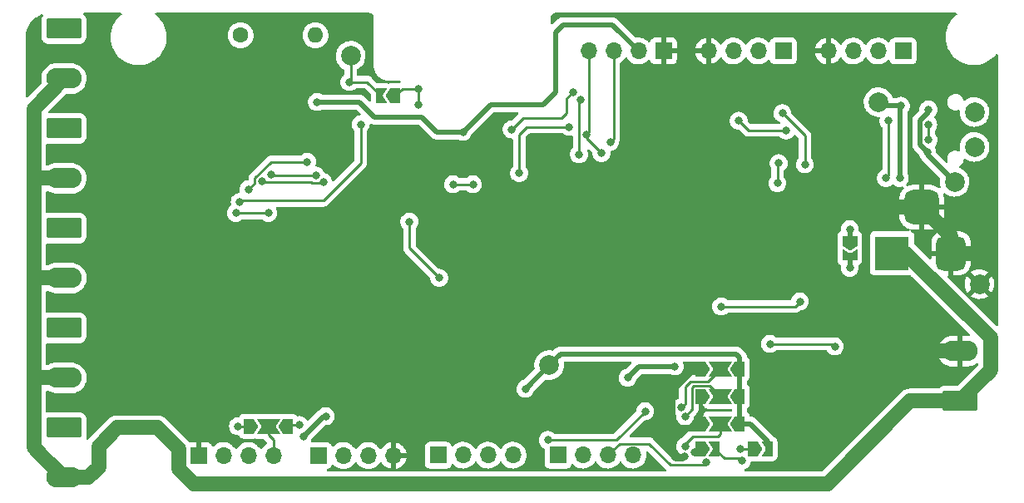
<source format=gbr>
%TF.GenerationSoftware,KiCad,Pcbnew,(5.99.0-9568-gb9d26a55f2)*%
%TF.CreationDate,2021-03-07T17:32:06+01:00*%
%TF.ProjectId,ESP-Hiro,4553502d-4869-4726-9f2e-6b696361645f,rev?*%
%TF.SameCoordinates,Original*%
%TF.FileFunction,Copper,L2,Bot*%
%TF.FilePolarity,Positive*%
%FSLAX46Y46*%
G04 Gerber Fmt 4.6, Leading zero omitted, Abs format (unit mm)*
G04 Created by KiCad (PCBNEW (5.99.0-9568-gb9d26a55f2)) date 2021-03-07 17:32:06*
%MOMM*%
%LPD*%
G01*
G04 APERTURE LIST*
G04 Aperture macros list*
%AMRoundRect*
0 Rectangle with rounded corners*
0 $1 Rounding radius*
0 $2 $3 $4 $5 $6 $7 $8 $9 X,Y pos of 4 corners*
0 Add a 4 corners polygon primitive as box body*
4,1,4,$2,$3,$4,$5,$6,$7,$8,$9,$2,$3,0*
0 Add four circle primitives for the rounded corners*
1,1,$1+$1,$2,$3*
1,1,$1+$1,$4,$5*
1,1,$1+$1,$6,$7*
1,1,$1+$1,$8,$9*
0 Add four rect primitives between the rounded corners*
20,1,$1+$1,$2,$3,$4,$5,0*
20,1,$1+$1,$4,$5,$6,$7,0*
20,1,$1+$1,$6,$7,$8,$9,0*
20,1,$1+$1,$8,$9,$2,$3,0*%
%AMFreePoly0*
4,1,6,1.000000,0.000000,0.500000,-0.750000,-0.500000,-0.750000,-0.500000,0.750000,0.500000,0.750000,1.000000,0.000000,1.000000,0.000000,$1*%
%AMFreePoly1*
4,1,6,0.500000,-0.750000,-0.650000,-0.750000,-0.150000,0.000000,-0.650000,0.750000,0.500000,0.750000,0.500000,-0.750000,0.500000,-0.750000,$1*%
%AMFreePoly2*
4,1,7,0.700000,0.000000,1.200000,-0.750000,-1.200000,-0.750000,-0.700000,0.000000,-1.200000,0.750000,1.200000,0.750000,0.700000,0.000000,0.700000,0.000000,$1*%
G04 Aperture macros list end*
%TA.AperFunction,ComponentPad*%
%ADD10O,1.600000X1.600000*%
%TD*%
%TA.AperFunction,ComponentPad*%
%ADD11C,1.600000*%
%TD*%
%TA.AperFunction,ComponentPad*%
%ADD12O,1.700000X1.700000*%
%TD*%
%TA.AperFunction,ComponentPad*%
%ADD13R,1.700000X1.700000*%
%TD*%
%TA.AperFunction,ComponentPad*%
%ADD14O,3.600000X2.080000*%
%TD*%
%TA.AperFunction,ComponentPad*%
%ADD15RoundRect,0.249999X-1.550001X0.790001X-1.550001X-0.790001X1.550001X-0.790001X1.550001X0.790001X0*%
%TD*%
%TA.AperFunction,ComponentPad*%
%ADD16RoundRect,0.249999X1.550001X-0.790001X1.550001X0.790001X-1.550001X0.790001X-1.550001X-0.790001X0*%
%TD*%
%TA.AperFunction,ComponentPad*%
%ADD17R,3.500000X3.500000*%
%TD*%
%TA.AperFunction,ComponentPad*%
%ADD18RoundRect,0.750000X0.750000X1.000000X-0.750000X1.000000X-0.750000X-1.000000X0.750000X-1.000000X0*%
%TD*%
%TA.AperFunction,ComponentPad*%
%ADD19RoundRect,0.875000X0.875000X0.875000X-0.875000X0.875000X-0.875000X-0.875000X0.875000X-0.875000X0*%
%TD*%
%TA.AperFunction,SMDPad,CuDef*%
%ADD20FreePoly0,180.000000*%
%TD*%
%TA.AperFunction,SMDPad,CuDef*%
%ADD21FreePoly1,180.000000*%
%TD*%
%TA.AperFunction,SMDPad,CuDef*%
%ADD22FreePoly0,270.000000*%
%TD*%
%TA.AperFunction,SMDPad,CuDef*%
%ADD23FreePoly1,270.000000*%
%TD*%
%TA.AperFunction,SMDPad,CuDef*%
%ADD24FreePoly2,180.000000*%
%TD*%
%TA.AperFunction,SMDPad,CuDef*%
%ADD25FreePoly0,0.000000*%
%TD*%
%TA.AperFunction,SMDPad,CuDef*%
%ADD26C,2.000000*%
%TD*%
%TA.AperFunction,SMDPad,CuDef*%
%ADD27FreePoly2,0.000000*%
%TD*%
%TA.AperFunction,SMDPad,CuDef*%
%ADD28FreePoly1,0.000000*%
%TD*%
%TA.AperFunction,ViaPad*%
%ADD29C,0.800000*%
%TD*%
%TA.AperFunction,ViaPad*%
%ADD30C,1.000000*%
%TD*%
%TA.AperFunction,Conductor*%
%ADD31C,0.254000*%
%TD*%
%TA.AperFunction,Conductor*%
%ADD32C,1.500000*%
%TD*%
%TA.AperFunction,Conductor*%
%ADD33C,0.500000*%
%TD*%
G04 APERTURE END LIST*
D10*
%TO.P,LOGO1,*%
%TO.N,*%
X130008600Y-82796800D03*
D11*
X122388600Y-82796800D03*
%TD*%
D12*
%TO.P,J9,4,GND*%
%TO.N,GND*%
X169998000Y-84400000D03*
%TO.P,J9,3,NC*%
%TO.N,GPIO16*%
X172538000Y-84400000D03*
%TO.P,J9,2,IO*%
%TO.N,GPIO2*%
X175078000Y-84400000D03*
D13*
%TO.P,J9,1,VCC*%
%TO.N,+3V3*%
X177618000Y-84400000D03*
%TD*%
D12*
%TO.P,J13,4,Pin_4*%
%TO.N,Net-(J13-Pad4)*%
X150124000Y-125563000D03*
%TO.P,J13,3,Pin_3*%
%TO.N,Net-(J13-Pad3)*%
X147584000Y-125563000D03*
%TO.P,J13,2,Pin_2*%
%TO.N,Net-(J13-Pad2)*%
X145044000Y-125563000D03*
D13*
%TO.P,J13,1,Pin_1*%
%TO.N,Net-(J13-Pad1)*%
X142504000Y-125563000D03*
%TD*%
D12*
%TO.P,J12,4,Pin_4*%
%TO.N,GND*%
X137932000Y-125600000D03*
%TO.P,J12,3,Pin_3*%
%TO.N,GPIO14*%
X135392000Y-125600000D03*
%TO.P,J12,2,Pin_2*%
%TO.N,GPIO13*%
X132852000Y-125600000D03*
D13*
%TO.P,J12,1,Pin_1*%
%TO.N,GPIO12*%
X130312000Y-125600000D03*
%TD*%
D12*
%TO.P,J11,4,Pin_4*%
%TO.N,SCL*%
X157806000Y-84400000D03*
%TO.P,J11,3,Pin_3*%
%TO.N,SDA*%
X160346000Y-84400000D03*
%TO.P,J11,2,Pin_2*%
%TO.N,+3V3*%
X162886000Y-84400000D03*
D13*
%TO.P,J11,1,Pin_1*%
%TO.N,GND*%
X165426000Y-84400000D03*
%TD*%
D12*
%TO.P,J15,4,Pin_4*%
%TO.N,Net-(J15-Pad4)*%
X125740000Y-125600000D03*
%TO.P,J15,3,Pin_3*%
%TO.N,Net-(J15-Pad3)*%
X123200000Y-125600000D03*
%TO.P,J15,2,Pin_2*%
%TO.N,Net-(J15-Pad2)*%
X120660000Y-125600000D03*
D13*
%TO.P,J15,1,Pin_1*%
%TO.N,GND*%
X118120000Y-125600000D03*
%TD*%
D12*
%TO.P,J14,4,Pin_4*%
%TO.N,Net-(J14-Pad4)*%
X162310000Y-125563000D03*
%TO.P,J14,3,Pin_3*%
%TO.N,Net-(J14-Pad3)*%
X159770000Y-125563000D03*
%TO.P,J14,2,Pin_2*%
%TO.N,Net-(J14-Pad2)*%
X157230000Y-125563000D03*
D13*
%TO.P,J14,1,Pin_1*%
%TO.N,Net-(J14-Pad1)*%
X154690000Y-125563000D03*
%TD*%
D12*
%TO.P,J10,4,Pin_4*%
%TO.N,GND*%
X182190000Y-84410000D03*
%TO.P,J10,3,Pin_3*%
%TO.N,+3V3*%
X184730000Y-84410000D03*
%TO.P,J10,2,Pin_2*%
%TO.N,GPIO15*%
X187270000Y-84410000D03*
D13*
%TO.P,J10,1,Pin_1*%
%TO.N,+5V*%
X189810000Y-84410000D03*
%TD*%
D14*
%TO.P,J5,2,Pin_2*%
%TO.N,VDC*%
X104410000Y-127850000D03*
D15*
%TO.P,J5,1,Pin_1*%
%TO.N,Net-(J15-Pad3)*%
X104410000Y-122770000D03*
%TD*%
D14*
%TO.P,J2,2,Pin_2*%
%TO.N,VDC*%
X104410000Y-97370000D03*
D15*
%TO.P,J2,1,Pin_1*%
%TO.N,Net-(J2-Pad1)*%
X104410000Y-92290000D03*
%TD*%
D14*
%TO.P,J1,2,Pin_2*%
%TO.N,VDC*%
X104410000Y-87210000D03*
D15*
%TO.P,J1,1,Pin_1*%
%TO.N,Net-(J1-Pad1)*%
X104410000Y-82130000D03*
%TD*%
D14*
%TO.P,J3,2,Pin_2*%
%TO.N,VDC*%
X104410000Y-107530000D03*
D15*
%TO.P,J3,1,Pin_1*%
%TO.N,Net-(J3-Pad1)*%
X104410000Y-102450000D03*
%TD*%
D14*
%TO.P,J4,2,Pin_2*%
%TO.N,VDC*%
X104410000Y-117690000D03*
D15*
%TO.P,J4,1,Pin_1*%
%TO.N,Net-(J4-Pad1)*%
X104410000Y-112610000D03*
%TD*%
D14*
%TO.P,J8,2,Pin_2*%
%TO.N,GND*%
X195590000Y-114970000D03*
D16*
%TO.P,J8,1,Pin_1*%
%TO.N,VDC*%
X195590000Y-120050000D03*
%TD*%
D17*
%TO.P,J7,1*%
%TO.N,VDC*%
X188700000Y-105000000D03*
D18*
%TO.P,J7,2*%
%TO.N,GND*%
X194700000Y-105000000D03*
D19*
%TO.P,J7,3*%
X191700000Y-100300000D03*
%TD*%
D20*
%TO.P,JP7,1,A*%
%TO.N,GPIO16*%
X138125000Y-88969000D03*
D21*
%TO.P,JP7,2,B*%
%TO.N,RST*%
X136675000Y-88969000D03*
%TD*%
D22*
%TO.P,JP1,1,A*%
%TO.N,VBUS*%
X184390000Y-103738000D03*
D23*
%TO.P,JP1,2,B*%
%TO.N,+5V*%
X184390000Y-105188000D03*
%TD*%
D20*
%TO.P,JP2,1,A*%
%TO.N,Net-(JP2-Pad1)*%
X127208000Y-122624000D03*
D24*
%TO.P,JP2,2,C*%
%TO.N,Net-(J15-Pad4)*%
X125208000Y-122624000D03*
D25*
%TO.P,JP2,3,B*%
%TO.N,Net-(JP2-Pad3)*%
X123208000Y-122624000D03*
%TD*%
D26*
%TO.P,TP6,1,1*%
%TO.N,Net-(J6-PadA6)*%
X197090000Y-90620000D03*
%TD*%
%TO.P,TP7,1,1*%
%TO.N,+3V3*%
X153783000Y-116401000D03*
%TD*%
D25*
%TO.P,A0,1,A*%
%TO.N,GND*%
X169182000Y-116782000D03*
D27*
%TO.P,A0,2,C*%
%TO.N,Net-(A0-Pad2)*%
X171182000Y-116782000D03*
D20*
%TO.P,A0,3,B*%
%TO.N,+3V3*%
X173182000Y-116782000D03*
%TD*%
D26*
%TO.P,TP3,1,1*%
%TO.N,VBUS*%
X195058000Y-97732000D03*
%TD*%
%TO.P,TP5,1,1*%
%TO.N,Net-(J6-PadA7)*%
X197090000Y-94176000D03*
%TD*%
D25*
%TO.P,JP6,1,A*%
%TO.N,Net-(C20-Pad2)*%
X174558000Y-124910000D03*
D28*
%TO.P,JP6,2,B*%
%TO.N,+3V3*%
X176008000Y-124910000D03*
%TD*%
D26*
%TO.P,TP4,1,1*%
%TO.N,+5V*%
X187311000Y-89604000D03*
%TD*%
D25*
%TO.P,A1,1,A*%
%TO.N,GND*%
X169182000Y-119576000D03*
D27*
%TO.P,A1,2,C*%
%TO.N,Net-(A1-Pad2)*%
X171182000Y-119576000D03*
D20*
%TO.P,A1,3,B*%
%TO.N,+3V3*%
X173182000Y-119576000D03*
%TD*%
D25*
%TO.P,JP8,1,A*%
%TO.N,GPIO12*%
X169187000Y-124910000D03*
D28*
%TO.P,JP8,2,B*%
%TO.N,Net-(JP8-Pad2)*%
X170637000Y-124910000D03*
%TD*%
D26*
%TO.P,TP1,1,1*%
%TO.N,GND*%
X197598000Y-108146000D03*
%TD*%
D25*
%TO.P,A2,1,A*%
%TO.N,GND*%
X169182000Y-122367000D03*
D27*
%TO.P,A2,2,C*%
%TO.N,Net-(A2-Pad2)*%
X171182000Y-122367000D03*
D20*
%TO.P,A2,3,B*%
%TO.N,+3V3*%
X173182000Y-122367000D03*
%TD*%
D26*
%TO.P,TP2,1,1*%
%TO.N,RST*%
X133590000Y-84905000D03*
%TD*%
D29*
%TO.N,GPIO3*%
X173087000Y-91509000D03*
%TO.N,GND*%
X191629000Y-81730000D03*
X183755000Y-92144000D03*
X172198000Y-107638000D03*
%TO.N,Net-(JP2-Pad3)*%
X122125000Y-122624000D03*
%TO.N,Net-(JP2-Pad1)*%
X128383000Y-122497000D03*
%TO.N,GND*%
X109587000Y-91001000D03*
X109587000Y-101034000D03*
X117461000Y-121989000D03*
%TO.N,+5V*%
X128764000Y-123640000D03*
%TO.N,GND*%
X186422000Y-118306000D03*
X153783000Y-113734000D03*
X129145000Y-102177000D03*
D30*
X115556000Y-109416000D03*
X109917200Y-85997200D03*
D29*
X192772000Y-87191000D03*
X160260000Y-113734000D03*
X132574000Y-120338000D03*
X130796000Y-87318000D03*
D30*
X109510800Y-111244800D03*
D29*
X155815000Y-103447000D03*
X177405000Y-126434000D03*
X167618900Y-125655978D03*
D30*
X109510800Y-116985200D03*
D29*
X118604000Y-114496000D03*
%TO.N,+5V*%
X166575000Y-116528000D03*
X189470000Y-97351000D03*
X189597000Y-89985000D03*
X161784000Y-117671000D03*
X131050000Y-121608000D03*
X184390000Y-106495000D03*
%TO.N,RST*%
X133463000Y-87572000D03*
%TO.N,+3V3*%
X151370000Y-118814000D03*
X145020000Y-92652000D03*
X130161000Y-89604000D03*
%TO.N,GPIO16*%
X129145000Y-95700000D03*
X123176000Y-98494000D03*
X140448000Y-88242000D03*
X140448000Y-89858000D03*
%TO.N,SCL*%
X157593000Y-92906000D03*
X159117000Y-94811000D03*
%TO.N,SDA*%
X160006000Y-93668000D03*
%TO.N,GPIO0*%
X150735000Y-96843000D03*
X155838567Y-92132567D03*
%TO.N,GPIO2*%
X149973000Y-92398000D03*
X156196000Y-88588000D03*
%TO.N,GPIO15*%
X144004000Y-97986000D03*
X156958000Y-89350000D03*
X130802223Y-97737186D03*
X156831000Y-94938000D03*
X146036000Y-97986000D03*
X124573000Y-97697000D03*
%TO.N,ADC*%
X134606000Y-91890000D03*
X122296608Y-99773608D03*
%TO.N,GPIO12*%
X139559000Y-101796000D03*
X163562000Y-121100000D03*
X153656000Y-124021000D03*
X168606503Y-125278463D03*
X142607000Y-107511000D03*
%TO.N,GPIO13*%
X125208000Y-100907000D03*
X121906000Y-100907000D03*
%TO.N,GPIO14*%
X125462000Y-96970000D03*
X130034000Y-97097000D03*
%TO.N,GPIO3*%
X177913000Y-92493000D03*
%TO.N,GPIO1*%
X177532000Y-90747000D03*
X179818000Y-95954000D03*
%TO.N,Net-(C9-Pad2)*%
X188327000Y-91523000D03*
X188073000Y-97351000D03*
%TO.N,Net-(C20-Pad2)*%
X173214000Y-124910000D03*
%TO.N,Net-(C11-Pad2)*%
X176262000Y-114242000D03*
X182866000Y-114496000D03*
%TO.N,VBUS*%
X184390000Y-102558000D03*
X192264000Y-94684000D03*
X192391000Y-90366000D03*
%TO.N,Net-(Q7-Pad2)*%
X177151000Y-95827000D03*
X177024000Y-97859000D03*
%TO.N,Net-(J6-PadA6)*%
X197090000Y-90620000D03*
%TO.N,Net-(J6-PadA7)*%
X192392741Y-93477000D03*
X197090000Y-94176000D03*
X192379998Y-91890000D03*
%TO.N,Net-(J14-Pad3)*%
X169759600Y-126266000D03*
%TO.N,Net-(R14-Pad2)*%
X171309000Y-110432000D03*
X179310000Y-109924000D03*
%TO.N,Net-(A0-Pad2)*%
X167206000Y-120700473D03*
%TO.N,Net-(A1-Pad2)*%
X167626000Y-121608000D03*
%TO.N,Net-(A2-Pad2)*%
X167626000Y-124656000D03*
%TO.N,Net-(JP8-Pad2)*%
X173409000Y-126129200D03*
%TD*%
D31*
%TO.N,GPIO3*%
X174071000Y-92493000D02*
X173087000Y-91509000D01*
%TO.N,Net-(J15-Pad4)*%
X125208000Y-122624000D02*
X125208000Y-123513000D01*
X125208000Y-123513000D02*
X125740000Y-124045000D01*
X125740000Y-124045000D02*
X125740000Y-125600000D01*
%TO.N,Net-(JP2-Pad3)*%
X122125000Y-122624000D02*
X123208000Y-122624000D01*
%TO.N,Net-(JP2-Pad1)*%
X128383000Y-122497000D02*
X127335000Y-122497000D01*
X127335000Y-122497000D02*
X127208000Y-122624000D01*
D32*
%TO.N,VDC*%
X190520000Y-120050000D02*
X182104000Y-128466000D01*
D33*
%TO.N,+5V*%
X131050000Y-121608000D02*
X130796000Y-121608000D01*
X130796000Y-121608000D02*
X128764000Y-123640000D01*
D32*
%TO.N,VDC*%
X104410000Y-127850000D02*
X102226500Y-125666500D01*
X102226500Y-125666500D02*
X101659980Y-125099980D01*
X101332000Y-124772000D02*
X102226500Y-125666500D01*
X104410000Y-87210000D02*
X101332000Y-90288000D01*
X101332000Y-90288000D02*
X101332000Y-124772000D01*
X109822000Y-122770000D02*
X110330000Y-122770000D01*
X104410000Y-127850000D02*
X106901000Y-127850000D01*
X106901000Y-127850000D02*
X107936000Y-126815000D01*
X107936000Y-126815000D02*
X107936000Y-124656000D01*
X107936000Y-124656000D02*
X109822000Y-122770000D01*
X109822000Y-122770000D02*
X113924000Y-122770000D01*
X113924000Y-122770000D02*
X116064000Y-124910000D01*
X116064000Y-124910000D02*
X115810000Y-124656000D01*
X195590000Y-120050000D02*
X190520000Y-120050000D01*
X182104000Y-128466000D02*
X117588000Y-128466000D01*
X117588000Y-128466000D02*
X116064000Y-126942000D01*
X116064000Y-126942000D02*
X116064000Y-124910000D01*
X198741000Y-116909000D02*
X198360000Y-117290000D01*
X198741000Y-113607000D02*
X198741000Y-116909000D01*
X188700000Y-105000000D02*
X190134000Y-105000000D01*
X190134000Y-105000000D02*
X198741000Y-113607000D01*
X198360000Y-117290000D02*
X198350000Y-117290000D01*
X198350000Y-117290000D02*
X195590000Y-120050000D01*
D33*
%TO.N,GND*%
X167372000Y-125926000D02*
X166610000Y-125926000D01*
X169182000Y-122367000D02*
X168682000Y-122867000D01*
X197598000Y-105029000D02*
X197569000Y-105000000D01*
X169182000Y-116782000D02*
X168587970Y-116782000D01*
D32*
X194700000Y-103300000D02*
X191700000Y-100300000D01*
X194700000Y-105000000D02*
X194700000Y-103300000D01*
D33*
X168587970Y-116782000D02*
X166356000Y-119013970D01*
D32*
X191700000Y-100300000D02*
X188299000Y-100300000D01*
X194700000Y-105000000D02*
X197569000Y-105000000D01*
D33*
X166356000Y-124148000D02*
X166356000Y-125672000D01*
X167637000Y-122867000D02*
X166356000Y-124148000D01*
X168682000Y-122867000D02*
X167637000Y-122867000D01*
X166356000Y-119013970D02*
X166356000Y-124148000D01*
X166610000Y-125926000D02*
X166356000Y-125672000D01*
D32*
X195590000Y-114970000D02*
X192806000Y-114970000D01*
%TO.N,VDC*%
X101732000Y-117690000D02*
X104410000Y-117690000D01*
X101659980Y-117617980D02*
X101732000Y-117690000D01*
X101694000Y-107530000D02*
X104410000Y-107530000D01*
X101659980Y-107564020D02*
X101694000Y-107530000D01*
X101659980Y-97297980D02*
X101732000Y-97370000D01*
X101732000Y-97370000D02*
X104410000Y-97370000D01*
D33*
%TO.N,+5V*%
X187692000Y-89985000D02*
X187311000Y-89604000D01*
X189597000Y-89985000D02*
X187692000Y-89985000D01*
X162927000Y-116528000D02*
X161784000Y-117671000D01*
X189470000Y-90112000D02*
X189597000Y-89985000D01*
X189470000Y-97351000D02*
X189470000Y-90112000D01*
X184390000Y-105188000D02*
X184390000Y-106495000D01*
X164197000Y-116528000D02*
X162927000Y-116528000D01*
X166575000Y-116528000D02*
X164197000Y-116528000D01*
D31*
%TO.N,RST*%
X133463000Y-87572000D02*
X133590000Y-87445000D01*
X133463000Y-87572000D02*
X135278000Y-87572000D01*
X135278000Y-87572000D02*
X136675000Y-88969000D01*
X133590000Y-87445000D02*
X133590000Y-84905000D01*
D33*
%TO.N,+3V3*%
X165721000Y-115258000D02*
X172833000Y-115258000D01*
X160216000Y-81730000D02*
X155180000Y-81730000D01*
X176008000Y-124910000D02*
X176008000Y-124148000D01*
X153148000Y-89858000D02*
X147814000Y-89858000D01*
X173182000Y-115607000D02*
X173182000Y-116782000D01*
X140829000Y-91128000D02*
X142353000Y-92652000D01*
X176008000Y-124148000D02*
X174227000Y-122367000D01*
X162886000Y-84400000D02*
X160216000Y-81730000D01*
X147814000Y-89858000D02*
X145020000Y-92652000D01*
X164613000Y-115258000D02*
X154926000Y-115258000D01*
X173182000Y-119576000D02*
X173182000Y-116782000D01*
X154418000Y-88588000D02*
X153148000Y-89858000D01*
X172833000Y-115258000D02*
X173182000Y-115607000D01*
X130161000Y-89604000D02*
X134479000Y-89604000D01*
X165721000Y-115258000D02*
X164613000Y-115258000D01*
X136003000Y-91128000D02*
X140829000Y-91128000D01*
X134479000Y-89604000D02*
X136003000Y-91128000D01*
X154418000Y-82492000D02*
X154418000Y-88588000D01*
X155180000Y-81730000D02*
X154418000Y-82492000D01*
X151370000Y-118814000D02*
X153783000Y-116401000D01*
X154926000Y-115258000D02*
X153783000Y-116401000D01*
X174227000Y-122367000D02*
X173182000Y-122367000D01*
X145020000Y-92652000D02*
X142353000Y-92652000D01*
X173182000Y-122367000D02*
X173182000Y-119576000D01*
D31*
%TO.N,GPIO16*%
X138852000Y-88242000D02*
X140448000Y-88242000D01*
X125494023Y-95700000D02*
X129145000Y-95700000D01*
X123845989Y-97824011D02*
X123845989Y-97348034D01*
X123845989Y-97348034D02*
X125494023Y-95700000D01*
X123176000Y-98494000D02*
X123845989Y-97824011D01*
X138125000Y-88969000D02*
X138852000Y-88242000D01*
X140448000Y-89858000D02*
X140448000Y-88242000D01*
%TO.N,SCL*%
X157806000Y-92693000D02*
X157593000Y-92906000D01*
X157806000Y-84400000D02*
X157806000Y-92693000D01*
X157593000Y-93287000D02*
X159117000Y-94811000D01*
X157593000Y-92906000D02*
X157593000Y-93287000D01*
%TO.N,SDA*%
X160006000Y-93668000D02*
X160346000Y-93328000D01*
X160346000Y-93328000D02*
X160346000Y-89772000D01*
X160346000Y-93328000D02*
X160346000Y-84400000D01*
%TO.N,GPIO0*%
X155838567Y-92132567D02*
X151508433Y-92132567D01*
X151508433Y-92132567D02*
X150735000Y-92906000D01*
X150735000Y-92906000D02*
X150735000Y-96843000D01*
%TO.N,GPIO2*%
X151116000Y-91255000D02*
X155053000Y-91255000D01*
X155053000Y-91255000D02*
X155561000Y-90747000D01*
X149973000Y-92398000D02*
X151116000Y-91255000D01*
X155561000Y-89223000D02*
X155561000Y-90747000D01*
X156196000Y-88588000D02*
X155561000Y-89223000D01*
%TO.N,GPIO15*%
X130382966Y-97824011D02*
X130469791Y-97737186D01*
X156865989Y-89442011D02*
X156865989Y-94903011D01*
X129598209Y-97737186D02*
X129685034Y-97824011D01*
X130469791Y-97737186D02*
X130802223Y-97737186D01*
X129685034Y-97824011D02*
X130382966Y-97824011D01*
X156958000Y-89350000D02*
X156865989Y-89442011D01*
X144004000Y-97986000D02*
X146036000Y-97986000D01*
X124573000Y-97697000D02*
X124613186Y-97737186D01*
X156865989Y-94903011D02*
X156831000Y-94938000D01*
X124613186Y-97737186D02*
X129598209Y-97737186D01*
%TO.N,ADC*%
X134606000Y-91890000D02*
X134606000Y-94049000D01*
X122296608Y-99773608D02*
X122448989Y-99621227D01*
X130811773Y-99621227D02*
X134606000Y-95827000D01*
X122448989Y-99621227D02*
X130811773Y-99621227D01*
X134606000Y-95827000D02*
X134606000Y-94049000D01*
%TO.N,GPIO12*%
X168606503Y-125278463D02*
X168818537Y-125278463D01*
X168818537Y-125278463D02*
X169187000Y-124910000D01*
X160641000Y-124021000D02*
X163562000Y-121100000D01*
X153656000Y-124021000D02*
X160641000Y-124021000D01*
X139559000Y-104463000D02*
X142607000Y-107511000D01*
X139559000Y-101796000D02*
X139559000Y-103701000D01*
X139559000Y-103701000D02*
X139559000Y-104463000D01*
%TO.N,GPIO13*%
X121906000Y-100907000D02*
X125208000Y-100907000D01*
%TO.N,GPIO14*%
X125589000Y-97097000D02*
X130034000Y-97097000D01*
X125462000Y-96970000D02*
X125589000Y-97097000D01*
%TO.N,GPIO3*%
X177913000Y-92493000D02*
X174071000Y-92493000D01*
%TO.N,GPIO1*%
X179818000Y-95954000D02*
X179818000Y-93033000D01*
X179818000Y-93033000D02*
X177532000Y-90747000D01*
%TO.N,Net-(C9-Pad2)*%
X188327000Y-94303000D02*
X188327000Y-97097000D01*
X188327000Y-97097000D02*
X188073000Y-97351000D01*
X188327000Y-91523000D02*
X188327000Y-94303000D01*
%TO.N,Net-(C20-Pad2)*%
X174558000Y-124910000D02*
X173214000Y-124910000D01*
%TO.N,Net-(C11-Pad2)*%
X176262000Y-114242000D02*
X182612000Y-114242000D01*
X182612000Y-114242000D02*
X182866000Y-114496000D01*
D33*
%TO.N,VBUS*%
X192264000Y-94938000D02*
X195058000Y-97732000D01*
X191502000Y-91509981D02*
X191502000Y-93922000D01*
X192391000Y-90366000D02*
X192391000Y-90620981D01*
X191502000Y-93922000D02*
X192264000Y-94684000D01*
X192391000Y-90620981D02*
X191502000Y-91509981D01*
X184390000Y-103738000D02*
X184390000Y-102558000D01*
X192264000Y-94684000D02*
X192264000Y-94938000D01*
D31*
%TO.N,Net-(Q7-Pad2)*%
X177024000Y-95954000D02*
X177151000Y-95827000D01*
X177024000Y-97859000D02*
X177024000Y-95954000D01*
%TO.N,Net-(J6-PadA7)*%
X192392741Y-91902743D02*
X192379998Y-91890000D01*
X192392741Y-93477000D02*
X192392741Y-91902743D01*
%TO.N,Net-(J14-Pad3)*%
X169490000Y-126535600D02*
X166102000Y-126535600D01*
X169759600Y-126266000D02*
X169490000Y-126535600D01*
X160947011Y-124385989D02*
X159770000Y-125563000D01*
X163952389Y-124385989D02*
X160947011Y-124385989D01*
X166102000Y-126535600D02*
X163952389Y-124385989D01*
%TO.N,Net-(R14-Pad2)*%
X178802000Y-110432000D02*
X179310000Y-109924000D01*
X171309000Y-110432000D02*
X178802000Y-110432000D01*
%TO.N,Net-(A0-Pad2)*%
X167206000Y-120700473D02*
X167263527Y-120700473D01*
X171182000Y-116782000D02*
X169919040Y-118044960D01*
X169919040Y-118044960D02*
X168141040Y-118044960D01*
X167263527Y-120700473D02*
X167626000Y-120338000D01*
X167626000Y-118560000D02*
X167626000Y-120338000D01*
X167626000Y-118560000D02*
X167626000Y-119419524D01*
X168141040Y-118044960D02*
X167626000Y-118560000D01*
%TO.N,Net-(A1-Pad2)*%
X168353011Y-118692513D02*
X168353011Y-120880989D01*
X168546544Y-118498980D02*
X168353011Y-118692513D01*
X170104980Y-118498980D02*
X168546544Y-118498980D01*
X168353011Y-120880989D02*
X167626000Y-121608000D01*
X171182000Y-119576000D02*
X170104980Y-118498980D01*
%TO.N,Net-(A2-Pad2)*%
X171182000Y-123386000D02*
X171182000Y-122367000D01*
X167626000Y-124402000D02*
X168388000Y-123640000D01*
X168388000Y-123640000D02*
X170928000Y-123640000D01*
X170928000Y-123640000D02*
X171182000Y-123386000D01*
X167626000Y-124656000D02*
X167626000Y-124402000D01*
%TO.N,Net-(JP8-Pad2)*%
X171627155Y-125900155D02*
X170637000Y-124910000D01*
X173074008Y-125900155D02*
X171627155Y-125900155D01*
X173303053Y-126129200D02*
X173074008Y-125900155D01*
X173409000Y-126129200D02*
X173303053Y-126129200D01*
%TD*%
%TA.AperFunction,Conductor*%
%TO.N,GND*%
G36*
X110254391Y-80528002D02*
G01*
X110300884Y-80581658D01*
X110310988Y-80651932D01*
X110281494Y-80716512D01*
X110268351Y-80729596D01*
X110019207Y-80943517D01*
X110019203Y-80943521D01*
X110016403Y-80945925D01*
X109790299Y-81191381D01*
X109594377Y-81461540D01*
X109592582Y-81464746D01*
X109592579Y-81464750D01*
X109503629Y-81623582D01*
X109431313Y-81752712D01*
X109429905Y-81756102D01*
X109429901Y-81756111D01*
X109308855Y-82047623D01*
X109303333Y-82060921D01*
X109302331Y-82064450D01*
X109302329Y-82064456D01*
X109213401Y-82377682D01*
X109212187Y-82381957D01*
X109211604Y-82385576D01*
X109211603Y-82385581D01*
X109206551Y-82416947D01*
X109159118Y-82711434D01*
X109144852Y-83044852D01*
X109169584Y-83377658D01*
X109170283Y-83381272D01*
X109170284Y-83381278D01*
X109224312Y-83660525D01*
X109232976Y-83705306D01*
X109234089Y-83708804D01*
X109234091Y-83708812D01*
X109326225Y-83998378D01*
X109334161Y-84023320D01*
X109335678Y-84026673D01*
X109335680Y-84026677D01*
X109458958Y-84299072D01*
X109471759Y-84327356D01*
X109643888Y-84613263D01*
X109646134Y-84616164D01*
X109646139Y-84616171D01*
X109845943Y-84874221D01*
X109845950Y-84874228D01*
X109848200Y-84877135D01*
X110081902Y-85115368D01*
X110341803Y-85324707D01*
X110344918Y-85326665D01*
X110344921Y-85326667D01*
X110608123Y-85492094D01*
X110624352Y-85502294D01*
X110925692Y-85645703D01*
X111241705Y-85752974D01*
X111568075Y-85822644D01*
X111681554Y-85833271D01*
X111896678Y-85853418D01*
X111896683Y-85853418D01*
X111900344Y-85853761D01*
X112105754Y-85848920D01*
X112230290Y-85845985D01*
X112230293Y-85845985D01*
X112233975Y-85845898D01*
X112564411Y-85799164D01*
X112567967Y-85798228D01*
X112567971Y-85798227D01*
X112868210Y-85719181D01*
X112887137Y-85714198D01*
X113055425Y-85648077D01*
X113194318Y-85593506D01*
X113194325Y-85593503D01*
X113197745Y-85592159D01*
X113491995Y-85434714D01*
X113523375Y-85412864D01*
X113762842Y-85246119D01*
X113765865Y-85244014D01*
X113768615Y-85241577D01*
X113768621Y-85241572D01*
X114012864Y-85025103D01*
X114015616Y-85022664D01*
X114237837Y-84773687D01*
X114241948Y-84767828D01*
X114427380Y-84503493D01*
X114429491Y-84500484D01*
X114431430Y-84496892D01*
X114586213Y-84210027D01*
X114587962Y-84206786D01*
X114590848Y-84199517D01*
X114709723Y-83900034D01*
X114709723Y-83900033D01*
X114711084Y-83896605D01*
X114765781Y-83691760D01*
X114796224Y-83577748D01*
X114796225Y-83577744D01*
X114797177Y-83574178D01*
X114830328Y-83345542D01*
X114844606Y-83247068D01*
X114844606Y-83247065D01*
X114845064Y-83243908D01*
X114855500Y-83000000D01*
X114843606Y-82796800D01*
X121075100Y-82796800D01*
X121095055Y-83024887D01*
X121096479Y-83030200D01*
X121096479Y-83030202D01*
X121152475Y-83239178D01*
X121154314Y-83246043D01*
X121156636Y-83251024D01*
X121156637Y-83251025D01*
X121248750Y-83448563D01*
X121248753Y-83448568D01*
X121251076Y-83453550D01*
X121254232Y-83458057D01*
X121254233Y-83458059D01*
X121376467Y-83632627D01*
X121382401Y-83641102D01*
X121544298Y-83802999D01*
X121548806Y-83806156D01*
X121548809Y-83806158D01*
X121727341Y-83931167D01*
X121731850Y-83934324D01*
X121736832Y-83936647D01*
X121736837Y-83936650D01*
X121929902Y-84026677D01*
X121939357Y-84031086D01*
X121944665Y-84032508D01*
X121944667Y-84032509D01*
X122155198Y-84088921D01*
X122155200Y-84088921D01*
X122160513Y-84090345D01*
X122388600Y-84110300D01*
X122616687Y-84090345D01*
X122622000Y-84088921D01*
X122622002Y-84088921D01*
X122832533Y-84032509D01*
X122832535Y-84032508D01*
X122837843Y-84031086D01*
X122847298Y-84026677D01*
X123040363Y-83936650D01*
X123040368Y-83936647D01*
X123045350Y-83934324D01*
X123049859Y-83931167D01*
X123228391Y-83806158D01*
X123228394Y-83806156D01*
X123232902Y-83802999D01*
X123394799Y-83641102D01*
X123400734Y-83632627D01*
X123522967Y-83458059D01*
X123522968Y-83458057D01*
X123526124Y-83453550D01*
X123528447Y-83448568D01*
X123528450Y-83448563D01*
X123620563Y-83251025D01*
X123620564Y-83251024D01*
X123622886Y-83246043D01*
X123624726Y-83239178D01*
X123680721Y-83030202D01*
X123680721Y-83030200D01*
X123682145Y-83024887D01*
X123702100Y-82796800D01*
X128695100Y-82796800D01*
X128715055Y-83024887D01*
X128716479Y-83030200D01*
X128716479Y-83030202D01*
X128772475Y-83239178D01*
X128774314Y-83246043D01*
X128776636Y-83251024D01*
X128776637Y-83251025D01*
X128868750Y-83448563D01*
X128868753Y-83448568D01*
X128871076Y-83453550D01*
X128874232Y-83458057D01*
X128874233Y-83458059D01*
X128996467Y-83632627D01*
X129002401Y-83641102D01*
X129164298Y-83802999D01*
X129168806Y-83806156D01*
X129168809Y-83806158D01*
X129347341Y-83931167D01*
X129351850Y-83934324D01*
X129356832Y-83936647D01*
X129356837Y-83936650D01*
X129549902Y-84026677D01*
X129559357Y-84031086D01*
X129564665Y-84032508D01*
X129564667Y-84032509D01*
X129775198Y-84088921D01*
X129775200Y-84088921D01*
X129780513Y-84090345D01*
X130008600Y-84110300D01*
X130236687Y-84090345D01*
X130242000Y-84088921D01*
X130242002Y-84088921D01*
X130452533Y-84032509D01*
X130452535Y-84032508D01*
X130457843Y-84031086D01*
X130467298Y-84026677D01*
X130660363Y-83936650D01*
X130660368Y-83936647D01*
X130665350Y-83934324D01*
X130669859Y-83931167D01*
X130848391Y-83806158D01*
X130848394Y-83806156D01*
X130852902Y-83802999D01*
X131014799Y-83641102D01*
X131020734Y-83632627D01*
X131142967Y-83458059D01*
X131142968Y-83458057D01*
X131146124Y-83453550D01*
X131148447Y-83448568D01*
X131148450Y-83448563D01*
X131240563Y-83251025D01*
X131240564Y-83251024D01*
X131242886Y-83246043D01*
X131244726Y-83239178D01*
X131300721Y-83030202D01*
X131300721Y-83030200D01*
X131302145Y-83024887D01*
X131322100Y-82796800D01*
X131302145Y-82568713D01*
X131290541Y-82525405D01*
X131244309Y-82352867D01*
X131244308Y-82352865D01*
X131242886Y-82347557D01*
X131235710Y-82332167D01*
X131148450Y-82145037D01*
X131148447Y-82145032D01*
X131146124Y-82140050D01*
X131100377Y-82074716D01*
X131017958Y-81957009D01*
X131017956Y-81957006D01*
X131014799Y-81952498D01*
X130852902Y-81790601D01*
X130848394Y-81787444D01*
X130848391Y-81787442D01*
X130669859Y-81662433D01*
X130669857Y-81662432D01*
X130665350Y-81659276D01*
X130660368Y-81656953D01*
X130660363Y-81656950D01*
X130462825Y-81564837D01*
X130462824Y-81564836D01*
X130457843Y-81562514D01*
X130452535Y-81561092D01*
X130452533Y-81561091D01*
X130242002Y-81504679D01*
X130242000Y-81504679D01*
X130236687Y-81503255D01*
X130008600Y-81483300D01*
X129780513Y-81503255D01*
X129775200Y-81504679D01*
X129775198Y-81504679D01*
X129564667Y-81561091D01*
X129564665Y-81561092D01*
X129559357Y-81562514D01*
X129554376Y-81564836D01*
X129554375Y-81564837D01*
X129356837Y-81656950D01*
X129356832Y-81656953D01*
X129351850Y-81659276D01*
X129347343Y-81662432D01*
X129347341Y-81662433D01*
X129168809Y-81787442D01*
X129168806Y-81787444D01*
X129164298Y-81790601D01*
X129002401Y-81952498D01*
X128999244Y-81957006D01*
X128999242Y-81957009D01*
X128916823Y-82074716D01*
X128871076Y-82140050D01*
X128868753Y-82145032D01*
X128868750Y-82145037D01*
X128781490Y-82332167D01*
X128774314Y-82347557D01*
X128772892Y-82352865D01*
X128772891Y-82352867D01*
X128726659Y-82525405D01*
X128715055Y-82568713D01*
X128695100Y-82796800D01*
X123702100Y-82796800D01*
X123682145Y-82568713D01*
X123670541Y-82525405D01*
X123624309Y-82352867D01*
X123624308Y-82352865D01*
X123622886Y-82347557D01*
X123615710Y-82332167D01*
X123528450Y-82145037D01*
X123528447Y-82145032D01*
X123526124Y-82140050D01*
X123480377Y-82074716D01*
X123397958Y-81957009D01*
X123397956Y-81957006D01*
X123394799Y-81952498D01*
X123232902Y-81790601D01*
X123228394Y-81787444D01*
X123228391Y-81787442D01*
X123049859Y-81662433D01*
X123049857Y-81662432D01*
X123045350Y-81659276D01*
X123040368Y-81656953D01*
X123040363Y-81656950D01*
X122842825Y-81564837D01*
X122842824Y-81564836D01*
X122837843Y-81562514D01*
X122832535Y-81561092D01*
X122832533Y-81561091D01*
X122622002Y-81504679D01*
X122622000Y-81504679D01*
X122616687Y-81503255D01*
X122388600Y-81483300D01*
X122160513Y-81503255D01*
X122155200Y-81504679D01*
X122155198Y-81504679D01*
X121944667Y-81561091D01*
X121944665Y-81561092D01*
X121939357Y-81562514D01*
X121934376Y-81564836D01*
X121934375Y-81564837D01*
X121736837Y-81656950D01*
X121736832Y-81656953D01*
X121731850Y-81659276D01*
X121727343Y-81662432D01*
X121727341Y-81662433D01*
X121548809Y-81787442D01*
X121548806Y-81787444D01*
X121544298Y-81790601D01*
X121382401Y-81952498D01*
X121379244Y-81957006D01*
X121379242Y-81957009D01*
X121296823Y-82074716D01*
X121251076Y-82140050D01*
X121248753Y-82145032D01*
X121248750Y-82145037D01*
X121161490Y-82332167D01*
X121154314Y-82347557D01*
X121152892Y-82352865D01*
X121152891Y-82352867D01*
X121106659Y-82525405D01*
X121095055Y-82568713D01*
X121075100Y-82796800D01*
X114843606Y-82796800D01*
X114835999Y-82666847D01*
X114804391Y-82488500D01*
X114778404Y-82341865D01*
X114778403Y-82341861D01*
X114777762Y-82338244D01*
X114686621Y-82035416D01*
X114682645Y-82022205D01*
X114682644Y-82022204D01*
X114681584Y-82018680D01*
X114585065Y-81796171D01*
X114550248Y-81715905D01*
X114550246Y-81715902D01*
X114548779Y-81712519D01*
X114381161Y-81423944D01*
X114336323Y-81364116D01*
X114238492Y-81233581D01*
X114181020Y-81156896D01*
X113951088Y-80915022D01*
X113729673Y-80730873D01*
X113690091Y-80671936D01*
X113688655Y-80600954D01*
X113725822Y-80540464D01*
X113789793Y-80509671D01*
X113810244Y-80508000D01*
X135366472Y-80508000D01*
X135388797Y-80509994D01*
X135392418Y-80510646D01*
X135399674Y-80511952D01*
X135463797Y-80513471D01*
X135480831Y-80513874D01*
X135502425Y-80516260D01*
X135579200Y-80531531D01*
X135602833Y-80538699D01*
X135668119Y-80565742D01*
X135689900Y-80577385D01*
X135725174Y-80600954D01*
X135748644Y-80616636D01*
X135767737Y-80632306D01*
X135817695Y-80682264D01*
X135833364Y-80701355D01*
X135872614Y-80760098D01*
X135872617Y-80760102D01*
X135884259Y-80781884D01*
X135911298Y-80847160D01*
X135918468Y-80870797D01*
X135918602Y-80871468D01*
X135933740Y-80947579D01*
X135936126Y-80969175D01*
X135937704Y-81035798D01*
X135937970Y-81047049D01*
X135938709Y-81051461D01*
X135938710Y-81051473D01*
X135940269Y-81060783D01*
X135942000Y-81081594D01*
X135942000Y-85821921D01*
X135940924Y-85838352D01*
X135939932Y-85845898D01*
X135936240Y-85873965D01*
X135936355Y-85878825D01*
X135936355Y-85878826D01*
X135937818Y-85940621D01*
X135937720Y-85943186D01*
X135936933Y-85946364D01*
X135937280Y-85954639D01*
X135939230Y-86001173D01*
X135939306Y-86003466D01*
X135940297Y-86045311D01*
X135941039Y-86049738D01*
X135941128Y-86050677D01*
X135941447Y-86055335D01*
X135941529Y-86056023D01*
X135941733Y-86060886D01*
X135948776Y-86096295D01*
X135949461Y-86100033D01*
X135955276Y-86134756D01*
X135958729Y-86155377D01*
X135961221Y-86160530D01*
X135962677Y-86166179D01*
X135974007Y-86223136D01*
X135975419Y-86232730D01*
X135975052Y-86240658D01*
X135977171Y-86249383D01*
X135977171Y-86249384D01*
X135987911Y-86293610D01*
X135989048Y-86298760D01*
X135993459Y-86320932D01*
X135993461Y-86320939D01*
X135994335Y-86325333D01*
X135995820Y-86329549D01*
X135995824Y-86329565D01*
X135996359Y-86331083D01*
X135999952Y-86343194D01*
X136000950Y-86347303D01*
X136000953Y-86347313D01*
X136002102Y-86352043D01*
X136011745Y-86375323D01*
X136014172Y-86381664D01*
X136028420Y-86422125D01*
X136028423Y-86422130D01*
X136031404Y-86430596D01*
X136036643Y-86437886D01*
X136039011Y-86442425D01*
X136043709Y-86452489D01*
X136065403Y-86504864D01*
X136068664Y-86514007D01*
X136069851Y-86521859D01*
X136092810Y-86571319D01*
X136094921Y-86576128D01*
X136103570Y-86597009D01*
X136103573Y-86597015D01*
X136105285Y-86601148D01*
X136107568Y-86605000D01*
X136108391Y-86606389D01*
X136114281Y-86617573D01*
X136118112Y-86625826D01*
X136132120Y-86646790D01*
X136135721Y-86652509D01*
X136162178Y-86697156D01*
X136168735Y-86703281D01*
X136171943Y-86707271D01*
X136178511Y-86716221D01*
X136210010Y-86763363D01*
X136214995Y-86771700D01*
X136217690Y-86779166D01*
X136222983Y-86786411D01*
X136222986Y-86786417D01*
X136249860Y-86823203D01*
X136252882Y-86827527D01*
X136265416Y-86846285D01*
X136265421Y-86846292D01*
X136267909Y-86850015D01*
X136270900Y-86853348D01*
X136270905Y-86853355D01*
X136271969Y-86854541D01*
X136279935Y-86864368D01*
X136285306Y-86871721D01*
X136303112Y-86889527D01*
X136307801Y-86894476D01*
X136342438Y-86933080D01*
X136350063Y-86937808D01*
X136353999Y-86941105D01*
X136362185Y-86948600D01*
X136402268Y-86988683D01*
X136408785Y-86995889D01*
X136412885Y-87002685D01*
X136419487Y-87008756D01*
X136419488Y-87008757D01*
X136453028Y-87039598D01*
X136456837Y-87043252D01*
X136475961Y-87062376D01*
X136479547Y-87065063D01*
X136479551Y-87065067D01*
X136480838Y-87066031D01*
X136490549Y-87074100D01*
X136497259Y-87080270D01*
X136501306Y-87082974D01*
X136501311Y-87082978D01*
X136518193Y-87094258D01*
X136523755Y-87098196D01*
X136550262Y-87118061D01*
X136565264Y-87129304D01*
X136573664Y-87132453D01*
X136578157Y-87134913D01*
X136587649Y-87140667D01*
X136634799Y-87172171D01*
X136642590Y-87177963D01*
X136647935Y-87183827D01*
X136655601Y-87188497D01*
X136694506Y-87212199D01*
X136698952Y-87215036D01*
X136721448Y-87230067D01*
X136725486Y-87232002D01*
X136725492Y-87232005D01*
X136726935Y-87232696D01*
X136738035Y-87238717D01*
X136741666Y-87240929D01*
X136741677Y-87240935D01*
X136745824Y-87243461D01*
X136750307Y-87245318D01*
X136750311Y-87245320D01*
X136769116Y-87253109D01*
X136775338Y-87255887D01*
X136822092Y-87278287D01*
X136830951Y-87279738D01*
X136835815Y-87281267D01*
X136846247Y-87285059D01*
X136898658Y-87306768D01*
X136907423Y-87310925D01*
X136913810Y-87315634D01*
X136964993Y-87334364D01*
X136969910Y-87336281D01*
X136974702Y-87338266D01*
X136994928Y-87346644D01*
X136999267Y-87347754D01*
X136999276Y-87347757D01*
X137000826Y-87348153D01*
X137012903Y-87351897D01*
X137016884Y-87353354D01*
X137016888Y-87353355D01*
X137021451Y-87355025D01*
X137026214Y-87355973D01*
X137026216Y-87355973D01*
X137046159Y-87359940D01*
X137052803Y-87361450D01*
X137103046Y-87374303D01*
X137112017Y-87373998D01*
X137117107Y-87374551D01*
X137128076Y-87376235D01*
X137183185Y-87387196D01*
X137185673Y-87387853D01*
X137188604Y-87389315D01*
X137242656Y-87399046D01*
X137244810Y-87399454D01*
X137285899Y-87407627D01*
X137290370Y-87407869D01*
X137291354Y-87407993D01*
X137295926Y-87408692D01*
X137296620Y-87408762D01*
X137301412Y-87409625D01*
X137321795Y-87410108D01*
X137337493Y-87410480D01*
X137341321Y-87410629D01*
X137388372Y-87413177D01*
X137388374Y-87413177D01*
X137397334Y-87413662D01*
X137402908Y-87412355D01*
X137408733Y-87412167D01*
X137440793Y-87412926D01*
X137468278Y-87413577D01*
X137468279Y-87413577D01*
X137472758Y-87413683D01*
X137513035Y-87408885D01*
X137527939Y-87408000D01*
X138560581Y-87408000D01*
X138628702Y-87428002D01*
X138675195Y-87481658D01*
X138685299Y-87551932D01*
X138655805Y-87616512D01*
X138610621Y-87649637D01*
X138605236Y-87651967D01*
X138597627Y-87654178D01*
X138590805Y-87658212D01*
X138590806Y-87658212D01*
X138580107Y-87664539D01*
X138562360Y-87673234D01*
X138543437Y-87680726D01*
X138537025Y-87685385D01*
X138530074Y-87689206D01*
X138528533Y-87686403D01*
X138475605Y-87705294D01*
X138468398Y-87705500D01*
X137625000Y-87705500D01*
X137623038Y-87705624D01*
X137623030Y-87705624D01*
X137604748Y-87706777D01*
X137560472Y-87709570D01*
X137514786Y-87722155D01*
X137463395Y-87725398D01*
X137349043Y-87708957D01*
X137329445Y-87706139D01*
X137329444Y-87706139D01*
X137325000Y-87705500D01*
X136362423Y-87705500D01*
X136294302Y-87685498D01*
X136273328Y-87668595D01*
X135782870Y-87178137D01*
X135775559Y-87170104D01*
X135771514Y-87163730D01*
X135722880Y-87118060D01*
X135720039Y-87115306D01*
X135699379Y-87094646D01*
X135696253Y-87092221D01*
X135696246Y-87092215D01*
X135695844Y-87091904D01*
X135686815Y-87084193D01*
X135682638Y-87080270D01*
X135654476Y-87053825D01*
X135636646Y-87044023D01*
X135620123Y-87033169D01*
X135616231Y-87030150D01*
X135604041Y-87020694D01*
X135563315Y-87003070D01*
X135552668Y-86997854D01*
X135513784Y-86976478D01*
X135494079Y-86971419D01*
X135475370Y-86965014D01*
X135463967Y-86960079D01*
X135463964Y-86960078D01*
X135456694Y-86956932D01*
X135448869Y-86955693D01*
X135448867Y-86955692D01*
X135412872Y-86949991D01*
X135401251Y-86947584D01*
X135371371Y-86939913D01*
X135358276Y-86936551D01*
X135357465Y-86936500D01*
X135337604Y-86936500D01*
X135317894Y-86934949D01*
X135305948Y-86933057D01*
X135298119Y-86931817D01*
X135284757Y-86933080D01*
X135254488Y-86935941D01*
X135242631Y-86936500D01*
X134351500Y-86936500D01*
X134283379Y-86916498D01*
X134236886Y-86862842D01*
X134225500Y-86810500D01*
X134225500Y-86351848D01*
X134245502Y-86283727D01*
X134290413Y-86241647D01*
X134427558Y-86165626D01*
X134431536Y-86162496D01*
X134431540Y-86162493D01*
X134614358Y-86018629D01*
X134614359Y-86018628D01*
X134618334Y-86015500D01*
X134630414Y-86002363D01*
X134779231Y-85840527D01*
X134779234Y-85840523D01*
X134782654Y-85836804D01*
X134815870Y-85786430D01*
X134869361Y-85705306D01*
X134916290Y-85634134D01*
X134942985Y-85574735D01*
X135013730Y-85417322D01*
X135013732Y-85417316D01*
X135015804Y-85412706D01*
X135023265Y-85384861D01*
X135077327Y-85183098D01*
X135077327Y-85183097D01*
X135078635Y-85178216D01*
X135103168Y-84936696D01*
X135103500Y-84905000D01*
X135103271Y-84902152D01*
X135084437Y-84668061D01*
X135084436Y-84668056D01*
X135084031Y-84663020D01*
X135082183Y-84655494D01*
X135027331Y-84432179D01*
X135026124Y-84427265D01*
X134973741Y-84303857D01*
X134933245Y-84208456D01*
X134933245Y-84208455D01*
X134931269Y-84203801D01*
X134801907Y-83998378D01*
X134641365Y-83816279D01*
X134453775Y-83662191D01*
X134243962Y-83540076D01*
X134239235Y-83538262D01*
X134239232Y-83538260D01*
X134022048Y-83454891D01*
X134022044Y-83454890D01*
X134017324Y-83453078D01*
X134012374Y-83452044D01*
X134012371Y-83452043D01*
X133784643Y-83404468D01*
X133784639Y-83404468D01*
X133779692Y-83403434D01*
X133537180Y-83392422D01*
X133532160Y-83393003D01*
X133532156Y-83393003D01*
X133301056Y-83419742D01*
X133296026Y-83420324D01*
X133291155Y-83421702D01*
X133291152Y-83421703D01*
X133193222Y-83449415D01*
X133062436Y-83486424D01*
X132976868Y-83526325D01*
X132847001Y-83586882D01*
X132846997Y-83586884D01*
X132842419Y-83589019D01*
X132641635Y-83725472D01*
X132465250Y-83892271D01*
X132462172Y-83896297D01*
X132462171Y-83896298D01*
X132320875Y-84081105D01*
X132320872Y-84081109D01*
X132317802Y-84085125D01*
X132315412Y-84089583D01*
X132315411Y-84089584D01*
X132289357Y-84138174D01*
X132203085Y-84299072D01*
X132201439Y-84303853D01*
X132201437Y-84303857D01*
X132159319Y-84426176D01*
X132124049Y-84528608D01*
X132082729Y-84767828D01*
X132080187Y-85010576D01*
X132080944Y-85015579D01*
X132080944Y-85015584D01*
X132103464Y-85164491D01*
X132116488Y-85250609D01*
X132118034Y-85255425D01*
X132118035Y-85255428D01*
X132187215Y-85470895D01*
X132190700Y-85481750D01*
X132300911Y-85698053D01*
X132348422Y-85762968D01*
X132429660Y-85873965D01*
X132444288Y-85893952D01*
X132617141Y-86064408D01*
X132621266Y-86067340D01*
X132621269Y-86067342D01*
X132810901Y-86202107D01*
X132810904Y-86202109D01*
X132815023Y-86205036D01*
X132819558Y-86207268D01*
X132819569Y-86207274D01*
X132884130Y-86239042D01*
X132936421Y-86287064D01*
X132954500Y-86352096D01*
X132954500Y-86754284D01*
X132934498Y-86822405D01*
X132902561Y-86856220D01*
X132876483Y-86875167D01*
X132851749Y-86893137D01*
X132847328Y-86898047D01*
X132847327Y-86898048D01*
X132741758Y-87015295D01*
X132723963Y-87035058D01*
X132696296Y-87082978D01*
X132644801Y-87172171D01*
X132628476Y-87200446D01*
X132618852Y-87230067D01*
X132571987Y-87374303D01*
X132569462Y-87382073D01*
X132568772Y-87388636D01*
X132568772Y-87388637D01*
X132558995Y-87481658D01*
X132549500Y-87572000D01*
X132550190Y-87578565D01*
X132566261Y-87731467D01*
X132569462Y-87761927D01*
X132628476Y-87943554D01*
X132631779Y-87949276D01*
X132631780Y-87949277D01*
X132665689Y-88008008D01*
X132723963Y-88108942D01*
X132728381Y-88113849D01*
X132728382Y-88113850D01*
X132839501Y-88237260D01*
X132851749Y-88250863D01*
X132857091Y-88254744D01*
X132857093Y-88254746D01*
X133000908Y-88359233D01*
X133006250Y-88363114D01*
X133012278Y-88365798D01*
X133012280Y-88365799D01*
X133084769Y-88398073D01*
X133180713Y-88440790D01*
X133255243Y-88456632D01*
X133361056Y-88479124D01*
X133361061Y-88479124D01*
X133367513Y-88480496D01*
X133558487Y-88480496D01*
X133564939Y-88479124D01*
X133564944Y-88479124D01*
X133670757Y-88456632D01*
X133745287Y-88440790D01*
X133841231Y-88398073D01*
X133913720Y-88365799D01*
X133913722Y-88365798D01*
X133919750Y-88363114D01*
X133925092Y-88359233D01*
X134068907Y-88254746D01*
X134068909Y-88254744D01*
X134074251Y-88250863D01*
X134078673Y-88245952D01*
X134083575Y-88241538D01*
X134085219Y-88243363D01*
X134136188Y-88211954D01*
X134169393Y-88207500D01*
X134962576Y-88207500D01*
X135030697Y-88227502D01*
X135051671Y-88244404D01*
X135624595Y-88817327D01*
X135658620Y-88879640D01*
X135661500Y-88906423D01*
X135661500Y-89409629D01*
X135641498Y-89477750D01*
X135587842Y-89524243D01*
X135517568Y-89534347D01*
X135452988Y-89504853D01*
X135446405Y-89498724D01*
X135062003Y-89114322D01*
X135049615Y-89099908D01*
X135049315Y-89099500D01*
X135037389Y-89083294D01*
X134998650Y-89050382D01*
X134991133Y-89043452D01*
X134985016Y-89037335D01*
X134982143Y-89035062D01*
X134982134Y-89035054D01*
X134961657Y-89018854D01*
X134958253Y-89016063D01*
X134908206Y-88973545D01*
X134908204Y-88973544D01*
X134902624Y-88968803D01*
X134896106Y-88965475D01*
X134891081Y-88962123D01*
X134885936Y-88958946D01*
X134880198Y-88954406D01*
X134852989Y-88941689D01*
X134814095Y-88923511D01*
X134810145Y-88921580D01*
X134751655Y-88891714D01*
X134751653Y-88891713D01*
X134745135Y-88888385D01*
X134738028Y-88886646D01*
X134732377Y-88884544D01*
X134726627Y-88882631D01*
X134719998Y-88879533D01*
X134712838Y-88878044D01*
X134712827Y-88878040D01*
X134648507Y-88864661D01*
X134644220Y-88863691D01*
X134578828Y-88847690D01*
X134578822Y-88847689D01*
X134573370Y-88846355D01*
X134567766Y-88846007D01*
X134567764Y-88846007D01*
X134560976Y-88845586D01*
X134557579Y-88845329D01*
X134554039Y-88845013D01*
X134546871Y-88843522D01*
X134539554Y-88843720D01*
X134491461Y-88845022D01*
X134480103Y-88845329D01*
X134475484Y-88845454D01*
X134472075Y-88845500D01*
X130703580Y-88845500D01*
X130629521Y-88821438D01*
X130623088Y-88816764D01*
X130623086Y-88816763D01*
X130617750Y-88812886D01*
X130611722Y-88810202D01*
X130449318Y-88737895D01*
X130449317Y-88737895D01*
X130443287Y-88735210D01*
X130349887Y-88715357D01*
X130262944Y-88696876D01*
X130262939Y-88696876D01*
X130256487Y-88695504D01*
X130065513Y-88695504D01*
X130059061Y-88696876D01*
X130059056Y-88696876D01*
X129972113Y-88715357D01*
X129878713Y-88735210D01*
X129872683Y-88737895D01*
X129872682Y-88737895D01*
X129710280Y-88810201D01*
X129710278Y-88810202D01*
X129704250Y-88812886D01*
X129698909Y-88816766D01*
X129698908Y-88816767D01*
X129555093Y-88921254D01*
X129555091Y-88921256D01*
X129549749Y-88925137D01*
X129545328Y-88930047D01*
X129545327Y-88930048D01*
X129439958Y-89047073D01*
X129421963Y-89067058D01*
X129370550Y-89156107D01*
X129344387Y-89201424D01*
X129326476Y-89232446D01*
X129319713Y-89253260D01*
X129271779Y-89400788D01*
X129267462Y-89414073D01*
X129247500Y-89604000D01*
X129267462Y-89793927D01*
X129269502Y-89800205D01*
X129269502Y-89800206D01*
X129297684Y-89886942D01*
X129326476Y-89975554D01*
X129329779Y-89981276D01*
X129329780Y-89981277D01*
X129333905Y-89988421D01*
X129421963Y-90140942D01*
X129426381Y-90145849D01*
X129426382Y-90145850D01*
X129501749Y-90229554D01*
X129549749Y-90282863D01*
X129555091Y-90286744D01*
X129555093Y-90286746D01*
X129677146Y-90375422D01*
X129704250Y-90395114D01*
X129710278Y-90397798D01*
X129710280Y-90397799D01*
X129872682Y-90470105D01*
X129878713Y-90472790D01*
X129963297Y-90490769D01*
X130059056Y-90511124D01*
X130059061Y-90511124D01*
X130065513Y-90512496D01*
X130256487Y-90512496D01*
X130262939Y-90511124D01*
X130262944Y-90511124D01*
X130358703Y-90490769D01*
X130443287Y-90472790D01*
X130465813Y-90462761D01*
X130611722Y-90397798D01*
X130611723Y-90397797D01*
X130617750Y-90395114D01*
X130629521Y-90386562D01*
X130703580Y-90362500D01*
X134112629Y-90362500D01*
X134180750Y-90382502D01*
X134201724Y-90399405D01*
X134571819Y-90769500D01*
X134605845Y-90831812D01*
X134600780Y-90902627D01*
X134558233Y-90959463D01*
X134508921Y-90981841D01*
X134330179Y-91019835D01*
X134330174Y-91019837D01*
X134323713Y-91021210D01*
X134317683Y-91023895D01*
X134317682Y-91023895D01*
X134155280Y-91096201D01*
X134155278Y-91096202D01*
X134149250Y-91098886D01*
X134143909Y-91102766D01*
X134143908Y-91102767D01*
X134000093Y-91207254D01*
X134000091Y-91207256D01*
X133994749Y-91211137D01*
X133990328Y-91216047D01*
X133990327Y-91216048D01*
X133874434Y-91344761D01*
X133866963Y-91353058D01*
X133822687Y-91429746D01*
X133776930Y-91509000D01*
X133771476Y-91518446D01*
X133764213Y-91540799D01*
X133740914Y-91612508D01*
X133712462Y-91700073D01*
X133692500Y-91890000D01*
X133693190Y-91896565D01*
X133710362Y-92059942D01*
X133712462Y-92079927D01*
X133714502Y-92086205D01*
X133714502Y-92086206D01*
X133729062Y-92131016D01*
X133771476Y-92261554D01*
X133866963Y-92426942D01*
X133871378Y-92431845D01*
X133871382Y-92431850D01*
X133938136Y-92505988D01*
X133968854Y-92569995D01*
X133970500Y-92590298D01*
X133970500Y-95511578D01*
X133950498Y-95579699D01*
X133933595Y-95600673D01*
X131910253Y-97624015D01*
X131847941Y-97658041D01*
X131777126Y-97652976D01*
X131720290Y-97610429D01*
X131700429Y-97559734D01*
X131697825Y-97560287D01*
X131696451Y-97553822D01*
X131695761Y-97547259D01*
X131636747Y-97365632D01*
X131631963Y-97357345D01*
X131582489Y-97271654D01*
X131541260Y-97200244D01*
X131522137Y-97179005D01*
X131417896Y-97063234D01*
X131417895Y-97063233D01*
X131413474Y-97058323D01*
X131408132Y-97054442D01*
X131408130Y-97054440D01*
X131264315Y-96949953D01*
X131264314Y-96949952D01*
X131258973Y-96946072D01*
X131252945Y-96943388D01*
X131252943Y-96943387D01*
X131090538Y-96871080D01*
X131090539Y-96871080D01*
X131084510Y-96868396D01*
X130973549Y-96844810D01*
X130911076Y-96811082D01*
X130879914Y-96760501D01*
X130870565Y-96731728D01*
X130868524Y-96725446D01*
X130773037Y-96560058D01*
X130765159Y-96551308D01*
X130649673Y-96423048D01*
X130649672Y-96423047D01*
X130645251Y-96418137D01*
X130639909Y-96414256D01*
X130639907Y-96414254D01*
X130496092Y-96309767D01*
X130496091Y-96309766D01*
X130490750Y-96305886D01*
X130484722Y-96303202D01*
X130484720Y-96303201D01*
X130322318Y-96230895D01*
X130322317Y-96230895D01*
X130316287Y-96228210D01*
X130222887Y-96208357D01*
X130135944Y-96189876D01*
X130135939Y-96189876D01*
X130129487Y-96188504D01*
X130114949Y-96188504D01*
X130046828Y-96168502D01*
X130000335Y-96114846D01*
X129990231Y-96044572D01*
X129995116Y-96023568D01*
X130036498Y-95896206D01*
X130036498Y-95896205D01*
X130038538Y-95889927D01*
X130045513Y-95823569D01*
X130057810Y-95706565D01*
X130058500Y-95700000D01*
X130043189Y-95554320D01*
X130039228Y-95516637D01*
X130039228Y-95516636D01*
X130038538Y-95510073D01*
X130031972Y-95489863D01*
X129981566Y-95334731D01*
X129979524Y-95328446D01*
X129884037Y-95163058D01*
X129862129Y-95138726D01*
X129760673Y-95026048D01*
X129760672Y-95026047D01*
X129756251Y-95021137D01*
X129750909Y-95017256D01*
X129750907Y-95017254D01*
X129607092Y-94912767D01*
X129607091Y-94912766D01*
X129601750Y-94908886D01*
X129595722Y-94906202D01*
X129595720Y-94906201D01*
X129433318Y-94833895D01*
X129433317Y-94833895D01*
X129427287Y-94831210D01*
X129333887Y-94811357D01*
X129246944Y-94792876D01*
X129246939Y-94792876D01*
X129240487Y-94791504D01*
X129049513Y-94791504D01*
X129043061Y-94792876D01*
X129043056Y-94792876D01*
X128956113Y-94811357D01*
X128862713Y-94831210D01*
X128856683Y-94833895D01*
X128856682Y-94833895D01*
X128694280Y-94906201D01*
X128694278Y-94906202D01*
X128688250Y-94908886D01*
X128682909Y-94912766D01*
X128682908Y-94912767D01*
X128539093Y-95017254D01*
X128539091Y-95017256D01*
X128533749Y-95021137D01*
X128529328Y-95026047D01*
X128524425Y-95030462D01*
X128522781Y-95028637D01*
X128471812Y-95060046D01*
X128438607Y-95064500D01*
X125572511Y-95064500D01*
X125561668Y-95063989D01*
X125554300Y-95062342D01*
X125546375Y-95062591D01*
X125546374Y-95062591D01*
X125503428Y-95063941D01*
X125487615Y-95064438D01*
X125483659Y-95064500D01*
X125454443Y-95064500D01*
X125450007Y-95065061D01*
X125438172Y-95065993D01*
X125393827Y-95067386D01*
X125374277Y-95073066D01*
X125354944Y-95077069D01*
X125334737Y-95079622D01*
X125327365Y-95082541D01*
X125327360Y-95082542D01*
X125293482Y-95095955D01*
X125282255Y-95099799D01*
X125247267Y-95109965D01*
X125239650Y-95112178D01*
X125232827Y-95116213D01*
X125232825Y-95116214D01*
X125222130Y-95122539D01*
X125204383Y-95131234D01*
X125185460Y-95138726D01*
X125179044Y-95143387D01*
X125179043Y-95143388D01*
X125149574Y-95164799D01*
X125139650Y-95171318D01*
X125106574Y-95190878D01*
X125106565Y-95190885D01*
X125101456Y-95193906D01*
X125100847Y-95194443D01*
X125086805Y-95208485D01*
X125071772Y-95221325D01*
X125055571Y-95233096D01*
X125027633Y-95266867D01*
X125019644Y-95275646D01*
X123452126Y-96843164D01*
X123444093Y-96850475D01*
X123437719Y-96854520D01*
X123416602Y-96877008D01*
X123392050Y-96903153D01*
X123389295Y-96905995D01*
X123368635Y-96926655D01*
X123366210Y-96929781D01*
X123366204Y-96929788D01*
X123365893Y-96930190D01*
X123358183Y-96939217D01*
X123327814Y-96971558D01*
X123318012Y-96989388D01*
X123307159Y-97005910D01*
X123294683Y-97021993D01*
X123277060Y-97062717D01*
X123271843Y-97073366D01*
X123250467Y-97112250D01*
X123248496Y-97119928D01*
X123245408Y-97131955D01*
X123239003Y-97150664D01*
X123234499Y-97161073D01*
X123230921Y-97169340D01*
X123229682Y-97177165D01*
X123229681Y-97177167D01*
X123223980Y-97213162D01*
X123221573Y-97224783D01*
X123216893Y-97243012D01*
X123210540Y-97267758D01*
X123210489Y-97268569D01*
X123210489Y-97288430D01*
X123208938Y-97308140D01*
X123205806Y-97327915D01*
X123207520Y-97346046D01*
X123209930Y-97371546D01*
X123210489Y-97383403D01*
X123210489Y-97459504D01*
X123190487Y-97527625D01*
X123136831Y-97574118D01*
X123093547Y-97583534D01*
X123093682Y-97584814D01*
X123087115Y-97585504D01*
X123080513Y-97585504D01*
X123074061Y-97586876D01*
X123074056Y-97586876D01*
X123012842Y-97599888D01*
X122893713Y-97625210D01*
X122887683Y-97627895D01*
X122887682Y-97627895D01*
X122725280Y-97700201D01*
X122725278Y-97700202D01*
X122719250Y-97702886D01*
X122713909Y-97706766D01*
X122713908Y-97706767D01*
X122570093Y-97811254D01*
X122570091Y-97811256D01*
X122564749Y-97815137D01*
X122560328Y-97820047D01*
X122560327Y-97820048D01*
X122494781Y-97892845D01*
X122436963Y-97957058D01*
X122341476Y-98122446D01*
X122334928Y-98142600D01*
X122297886Y-98256604D01*
X122282462Y-98304073D01*
X122281772Y-98310636D01*
X122281772Y-98310637D01*
X122274974Y-98375317D01*
X122262500Y-98494000D01*
X122282462Y-98683927D01*
X122286385Y-98696000D01*
X122289032Y-98704149D01*
X122291058Y-98775117D01*
X122254394Y-98835913D01*
X122195395Y-98866329D01*
X122163795Y-98873046D01*
X122014321Y-98904818D01*
X122008291Y-98907503D01*
X122008290Y-98907503D01*
X121845888Y-98979809D01*
X121845886Y-98979810D01*
X121839858Y-98982494D01*
X121834517Y-98986374D01*
X121834516Y-98986375D01*
X121690701Y-99090862D01*
X121690699Y-99090864D01*
X121685357Y-99094745D01*
X121680936Y-99099655D01*
X121680935Y-99099656D01*
X121598836Y-99190837D01*
X121557571Y-99236666D01*
X121462084Y-99402054D01*
X121403070Y-99583681D01*
X121383108Y-99773608D01*
X121403070Y-99963535D01*
X121423649Y-100026871D01*
X121425677Y-100097837D01*
X121389014Y-100158635D01*
X121377887Y-100167734D01*
X121294749Y-100228137D01*
X121290328Y-100233047D01*
X121290327Y-100233048D01*
X121221364Y-100309640D01*
X121166963Y-100370058D01*
X121071476Y-100535446D01*
X121012462Y-100717073D01*
X120992500Y-100907000D01*
X120993190Y-100913565D01*
X121007001Y-101044964D01*
X121012462Y-101096927D01*
X121014502Y-101103205D01*
X121014502Y-101103206D01*
X121020624Y-101122048D01*
X121071476Y-101278554D01*
X121166963Y-101443942D01*
X121171381Y-101448849D01*
X121171382Y-101448850D01*
X121255705Y-101542500D01*
X121294749Y-101585863D01*
X121300091Y-101589744D01*
X121300093Y-101589746D01*
X121440690Y-101691895D01*
X121449250Y-101698114D01*
X121455278Y-101700798D01*
X121455280Y-101700799D01*
X121603714Y-101766886D01*
X121623713Y-101775790D01*
X121717113Y-101795643D01*
X121804056Y-101814124D01*
X121804061Y-101814124D01*
X121810513Y-101815496D01*
X122001487Y-101815496D01*
X122007939Y-101814124D01*
X122007944Y-101814124D01*
X122094887Y-101795643D01*
X122188287Y-101775790D01*
X122208286Y-101766886D01*
X122356720Y-101700799D01*
X122356722Y-101700798D01*
X122362750Y-101698114D01*
X122371310Y-101691895D01*
X122511907Y-101589746D01*
X122511909Y-101589744D01*
X122517251Y-101585863D01*
X122521673Y-101580952D01*
X122526575Y-101576538D01*
X122528219Y-101578363D01*
X122579188Y-101546954D01*
X122612393Y-101542500D01*
X124501607Y-101542500D01*
X124569728Y-101562502D01*
X124586911Y-101577109D01*
X124587425Y-101576538D01*
X124592327Y-101580952D01*
X124596749Y-101585863D01*
X124602091Y-101589744D01*
X124602093Y-101589746D01*
X124742690Y-101691895D01*
X124751250Y-101698114D01*
X124757278Y-101700798D01*
X124757280Y-101700799D01*
X124905714Y-101766886D01*
X124925713Y-101775790D01*
X125019113Y-101795643D01*
X125106056Y-101814124D01*
X125106061Y-101814124D01*
X125112513Y-101815496D01*
X125303487Y-101815496D01*
X125309939Y-101814124D01*
X125309944Y-101814124D01*
X125395208Y-101796000D01*
X138645500Y-101796000D01*
X138646190Y-101802565D01*
X138656606Y-101901663D01*
X138665462Y-101985927D01*
X138667502Y-101992205D01*
X138667502Y-101992206D01*
X138683129Y-102040302D01*
X138724476Y-102167554D01*
X138819963Y-102332942D01*
X138824381Y-102337849D01*
X138824382Y-102337850D01*
X138891136Y-102411988D01*
X138921854Y-102475995D01*
X138923500Y-102496298D01*
X138923500Y-104384512D01*
X138922989Y-104395355D01*
X138921342Y-104402723D01*
X138921591Y-104410648D01*
X138921591Y-104410649D01*
X138923438Y-104469405D01*
X138923500Y-104473364D01*
X138923500Y-104502580D01*
X138924060Y-104507009D01*
X138924993Y-104518851D01*
X138926386Y-104563196D01*
X138932066Y-104582746D01*
X138936069Y-104602079D01*
X138938622Y-104622286D01*
X138941541Y-104629658D01*
X138941542Y-104629663D01*
X138954955Y-104663541D01*
X138958799Y-104674768D01*
X138968965Y-104709756D01*
X138971178Y-104717373D01*
X138975213Y-104724196D01*
X138975214Y-104724198D01*
X138981539Y-104734893D01*
X138990234Y-104752640D01*
X138997726Y-104771563D01*
X139002387Y-104777979D01*
X139002388Y-104777980D01*
X139023799Y-104807449D01*
X139030318Y-104817373D01*
X139049878Y-104850449D01*
X139049885Y-104850458D01*
X139052906Y-104855567D01*
X139053443Y-104856176D01*
X139067485Y-104870218D01*
X139080325Y-104885251D01*
X139092096Y-104901452D01*
X139125867Y-104929390D01*
X139134646Y-104937379D01*
X141660214Y-107462947D01*
X141694240Y-107525259D01*
X141696429Y-107538871D01*
X141713462Y-107700927D01*
X141715502Y-107707205D01*
X141715502Y-107707206D01*
X141734263Y-107764947D01*
X141772476Y-107882554D01*
X141867963Y-108047942D01*
X141872381Y-108052849D01*
X141872382Y-108052850D01*
X141982201Y-108174816D01*
X141995749Y-108189863D01*
X142001091Y-108193744D01*
X142001093Y-108193746D01*
X142087536Y-108256550D01*
X142150250Y-108302114D01*
X142156278Y-108304798D01*
X142156280Y-108304799D01*
X142318682Y-108377105D01*
X142324713Y-108379790D01*
X142418113Y-108399643D01*
X142505056Y-108418124D01*
X142505061Y-108418124D01*
X142511513Y-108419496D01*
X142702487Y-108419496D01*
X142708939Y-108418124D01*
X142708944Y-108418124D01*
X142795887Y-108399643D01*
X142889287Y-108379790D01*
X142895318Y-108377105D01*
X143057720Y-108304799D01*
X143057722Y-108304798D01*
X143063750Y-108302114D01*
X143126464Y-108256550D01*
X143212907Y-108193746D01*
X143212909Y-108193744D01*
X143218251Y-108189863D01*
X143231799Y-108174816D01*
X143341618Y-108052850D01*
X143341619Y-108052849D01*
X143346037Y-108047942D01*
X143441524Y-107882554D01*
X143479737Y-107764947D01*
X143498498Y-107707206D01*
X143498498Y-107707205D01*
X143500538Y-107700927D01*
X143517893Y-107535809D01*
X143519810Y-107517565D01*
X143520500Y-107511000D01*
X143500538Y-107321073D01*
X143489313Y-107286524D01*
X143443566Y-107145731D01*
X143441524Y-107139446D01*
X143346037Y-106974058D01*
X143302133Y-106925297D01*
X143222673Y-106837048D01*
X143222672Y-106837047D01*
X143218251Y-106832137D01*
X143212909Y-106828256D01*
X143212907Y-106828254D01*
X143069092Y-106723767D01*
X143069091Y-106723766D01*
X143063750Y-106719886D01*
X143057722Y-106717202D01*
X143057720Y-106717201D01*
X142895318Y-106644895D01*
X142895317Y-106644895D01*
X142889287Y-106642210D01*
X142795887Y-106622357D01*
X142708944Y-106603876D01*
X142708939Y-106603876D01*
X142702487Y-106602504D01*
X142649427Y-106602504D01*
X142581306Y-106582502D01*
X142560332Y-106565599D01*
X140231405Y-104236672D01*
X140197379Y-104174360D01*
X140194500Y-104147577D01*
X140194500Y-103238000D01*
X183126500Y-103238000D01*
X183126500Y-104238000D01*
X183126624Y-104239962D01*
X183126624Y-104239970D01*
X183127777Y-104258252D01*
X183130570Y-104302528D01*
X183143155Y-104348214D01*
X183146398Y-104399605D01*
X183126500Y-104538000D01*
X183126500Y-105688000D01*
X183131727Y-105761079D01*
X183172904Y-105901316D01*
X183177775Y-105908895D01*
X183247051Y-106016691D01*
X183247053Y-106016694D01*
X183251923Y-106024271D01*
X183258733Y-106030172D01*
X183355569Y-106114082D01*
X183355572Y-106114084D01*
X183362381Y-106119984D01*
X183370578Y-106123728D01*
X183370582Y-106123730D01*
X183429291Y-106150542D01*
X183482947Y-106197035D01*
X183502948Y-106265156D01*
X183498684Y-106292083D01*
X183499875Y-106292336D01*
X183498502Y-106298794D01*
X183496462Y-106305073D01*
X183495772Y-106311636D01*
X183495772Y-106311637D01*
X183489380Y-106372452D01*
X183476500Y-106495000D01*
X183477190Y-106501565D01*
X183494178Y-106663192D01*
X183496462Y-106684927D01*
X183555476Y-106866554D01*
X183558779Y-106872276D01*
X183558780Y-106872277D01*
X183589391Y-106925297D01*
X183650963Y-107031942D01*
X183655381Y-107036849D01*
X183655382Y-107036850D01*
X183699881Y-107086271D01*
X183778749Y-107173863D01*
X183784091Y-107177744D01*
X183784093Y-107177746D01*
X183923216Y-107278824D01*
X183933250Y-107286114D01*
X183939278Y-107288798D01*
X183939280Y-107288799D01*
X184101682Y-107361105D01*
X184107713Y-107363790D01*
X184201113Y-107383643D01*
X184288056Y-107402124D01*
X184288061Y-107402124D01*
X184294513Y-107403496D01*
X184485487Y-107403496D01*
X184491939Y-107402124D01*
X184491944Y-107402124D01*
X184578887Y-107383643D01*
X184672287Y-107363790D01*
X184678318Y-107361105D01*
X184840720Y-107288799D01*
X184840722Y-107288798D01*
X184846750Y-107286114D01*
X184856784Y-107278824D01*
X184995907Y-107177746D01*
X184995909Y-107177744D01*
X185001251Y-107173863D01*
X185080119Y-107086271D01*
X185124618Y-107036850D01*
X185124619Y-107036849D01*
X185129037Y-107031942D01*
X185190609Y-106925297D01*
X185221220Y-106872277D01*
X185221221Y-106872276D01*
X185224524Y-106866554D01*
X185283538Y-106684927D01*
X185285823Y-106663192D01*
X185302810Y-106501565D01*
X185303500Y-106495000D01*
X185283538Y-106305073D01*
X185281495Y-106298786D01*
X185280746Y-106295261D01*
X185286146Y-106224470D01*
X185328961Y-106167836D01*
X185347809Y-106156713D01*
X185353316Y-106155096D01*
X185417135Y-106114082D01*
X185468691Y-106080949D01*
X185468694Y-106080947D01*
X185476271Y-106076077D01*
X185485204Y-106065768D01*
X185566082Y-105972431D01*
X185566084Y-105972428D01*
X185571984Y-105965619D01*
X185632700Y-105832670D01*
X185643962Y-105754340D01*
X185652861Y-105692448D01*
X185652862Y-105692441D01*
X185653500Y-105688000D01*
X185653500Y-104538000D01*
X185646974Y-104456391D01*
X185638442Y-104429042D01*
X185634006Y-104373587D01*
X185652861Y-104242448D01*
X185652862Y-104242441D01*
X185653500Y-104238000D01*
X185653500Y-103238000D01*
X185648273Y-103164921D01*
X185611781Y-103040639D01*
X185609635Y-103033330D01*
X185609634Y-103033328D01*
X185607096Y-103024684D01*
X185561393Y-102953569D01*
X185532949Y-102909309D01*
X185532947Y-102909306D01*
X185528077Y-102901729D01*
X185482139Y-102861923D01*
X185424431Y-102811918D01*
X185424428Y-102811916D01*
X185417619Y-102806016D01*
X185366293Y-102782576D01*
X185312639Y-102736084D01*
X185292637Y-102667963D01*
X185293327Y-102654793D01*
X185302810Y-102564565D01*
X185303500Y-102558000D01*
X185293053Y-102458604D01*
X185284228Y-102374637D01*
X185284228Y-102374636D01*
X185283538Y-102368073D01*
X185270266Y-102327224D01*
X185226566Y-102192731D01*
X185224524Y-102186446D01*
X185129037Y-102021058D01*
X185021534Y-101901663D01*
X185005673Y-101884048D01*
X185005672Y-101884047D01*
X185001251Y-101879137D01*
X184995909Y-101875256D01*
X184995907Y-101875254D01*
X184852092Y-101770767D01*
X184852091Y-101770766D01*
X184846750Y-101766886D01*
X184840722Y-101764202D01*
X184840720Y-101764201D01*
X184678318Y-101691895D01*
X184678317Y-101691895D01*
X184672287Y-101689210D01*
X184578887Y-101669357D01*
X184491944Y-101650876D01*
X184491939Y-101650876D01*
X184485487Y-101649504D01*
X184294513Y-101649504D01*
X184288061Y-101650876D01*
X184288056Y-101650876D01*
X184201113Y-101669357D01*
X184107713Y-101689210D01*
X184101683Y-101691895D01*
X184101682Y-101691895D01*
X183939280Y-101764201D01*
X183939278Y-101764202D01*
X183933250Y-101766886D01*
X183927909Y-101770766D01*
X183927908Y-101770767D01*
X183784093Y-101875254D01*
X183784091Y-101875256D01*
X183778749Y-101879137D01*
X183774328Y-101884047D01*
X183774327Y-101884048D01*
X183758467Y-101901663D01*
X183650963Y-102021058D01*
X183555476Y-102186446D01*
X183553434Y-102192731D01*
X183509735Y-102327224D01*
X183496462Y-102368073D01*
X183495772Y-102374636D01*
X183495772Y-102374637D01*
X183486947Y-102458604D01*
X183476500Y-102558000D01*
X183477190Y-102564565D01*
X183477190Y-102564566D01*
X183486238Y-102650656D01*
X183473466Y-102720494D01*
X183426531Y-102770665D01*
X183426684Y-102770904D01*
X183422230Y-102773767D01*
X183422229Y-102773767D01*
X183311309Y-102845051D01*
X183311306Y-102845053D01*
X183303729Y-102849923D01*
X183297828Y-102856733D01*
X183213918Y-102953569D01*
X183213916Y-102953572D01*
X183208016Y-102960381D01*
X183147300Y-103093330D01*
X183146018Y-103102245D01*
X183146018Y-103102246D01*
X183127139Y-103233552D01*
X183127138Y-103233559D01*
X183126500Y-103238000D01*
X140194500Y-103238000D01*
X140194500Y-102496298D01*
X140214502Y-102428177D01*
X140226864Y-102411988D01*
X140293618Y-102337850D01*
X140293619Y-102337849D01*
X140298037Y-102332942D01*
X140393524Y-102167554D01*
X140434871Y-102040302D01*
X140450498Y-101992206D01*
X140450498Y-101992205D01*
X140452538Y-101985927D01*
X140461395Y-101901663D01*
X140471810Y-101802565D01*
X140472500Y-101796000D01*
X140452538Y-101606073D01*
X140445972Y-101585863D01*
X140395566Y-101430731D01*
X140393524Y-101424446D01*
X140298037Y-101259058D01*
X140277792Y-101236573D01*
X140174673Y-101122048D01*
X140174672Y-101122047D01*
X140170251Y-101117137D01*
X140164909Y-101113256D01*
X140164907Y-101113254D01*
X140021092Y-101008767D01*
X140021091Y-101008766D01*
X140015750Y-101004886D01*
X140009722Y-101002202D01*
X140009720Y-101002201D01*
X139847318Y-100929895D01*
X139847317Y-100929895D01*
X139841287Y-100927210D01*
X139747887Y-100907357D01*
X139660944Y-100888876D01*
X139660939Y-100888876D01*
X139654487Y-100887504D01*
X139463513Y-100887504D01*
X139457061Y-100888876D01*
X139457056Y-100888876D01*
X139370113Y-100907357D01*
X139276713Y-100927210D01*
X139270683Y-100929895D01*
X139270682Y-100929895D01*
X139108280Y-101002201D01*
X139108278Y-101002202D01*
X139102250Y-101004886D01*
X139096909Y-101008766D01*
X139096908Y-101008767D01*
X138953093Y-101113254D01*
X138953091Y-101113256D01*
X138947749Y-101117137D01*
X138943328Y-101122047D01*
X138943327Y-101122048D01*
X138840209Y-101236573D01*
X138819963Y-101259058D01*
X138724476Y-101424446D01*
X138722434Y-101430731D01*
X138672029Y-101585863D01*
X138665462Y-101606073D01*
X138645500Y-101796000D01*
X125395208Y-101796000D01*
X125396887Y-101795643D01*
X125490287Y-101775790D01*
X125510286Y-101766886D01*
X125658720Y-101700799D01*
X125658722Y-101700798D01*
X125664750Y-101698114D01*
X125673310Y-101691895D01*
X125813907Y-101589746D01*
X125813909Y-101589744D01*
X125819251Y-101585863D01*
X125858295Y-101542500D01*
X125942618Y-101448850D01*
X125942619Y-101448849D01*
X125947037Y-101443942D01*
X126042524Y-101278554D01*
X126093376Y-101122048D01*
X126099498Y-101103206D01*
X126099498Y-101103205D01*
X126101538Y-101096927D01*
X126107000Y-101044964D01*
X126120810Y-100913565D01*
X126121500Y-100907000D01*
X126101538Y-100717073D01*
X126042524Y-100535446D01*
X125990725Y-100445727D01*
X125973987Y-100376731D01*
X125997208Y-100309640D01*
X126053015Y-100265753D01*
X126099844Y-100256727D01*
X130733285Y-100256727D01*
X130744128Y-100257238D01*
X130751496Y-100258885D01*
X130759421Y-100258636D01*
X130759422Y-100258636D01*
X130802650Y-100257277D01*
X130818181Y-100256789D01*
X130822137Y-100256727D01*
X130851353Y-100256727D01*
X130855789Y-100256166D01*
X130867624Y-100255234D01*
X130911969Y-100253841D01*
X130931519Y-100248161D01*
X130950852Y-100244158D01*
X130971059Y-100241605D01*
X130978431Y-100238686D01*
X130978436Y-100238685D01*
X131012314Y-100225272D01*
X131023541Y-100221428D01*
X131058529Y-100211262D01*
X131066146Y-100209049D01*
X131083666Y-100198688D01*
X131101413Y-100189993D01*
X131120336Y-100182501D01*
X131156224Y-100156427D01*
X131166146Y-100149909D01*
X131199222Y-100130349D01*
X131199231Y-100130342D01*
X131204340Y-100127321D01*
X131204949Y-100126784D01*
X131218991Y-100112742D01*
X131234025Y-100099901D01*
X131243811Y-100092791D01*
X131250225Y-100088131D01*
X131278163Y-100054360D01*
X131286152Y-100045581D01*
X133345732Y-97986000D01*
X143090500Y-97986000D01*
X143091190Y-97992565D01*
X143105502Y-98128731D01*
X143110462Y-98175927D01*
X143112502Y-98182205D01*
X143112502Y-98182206D01*
X143126169Y-98224269D01*
X143169476Y-98357554D01*
X143172779Y-98363276D01*
X143172780Y-98363277D01*
X143188338Y-98390224D01*
X143264963Y-98522942D01*
X143269381Y-98527849D01*
X143269382Y-98527850D01*
X143384353Y-98655538D01*
X143392749Y-98664863D01*
X143398091Y-98668744D01*
X143398093Y-98668746D01*
X143532123Y-98766124D01*
X143547250Y-98777114D01*
X143553278Y-98779798D01*
X143553280Y-98779799D01*
X143701137Y-98845629D01*
X143721713Y-98854790D01*
X143807600Y-98873046D01*
X143902056Y-98893124D01*
X143902061Y-98893124D01*
X143908513Y-98894496D01*
X144099487Y-98894496D01*
X144105939Y-98893124D01*
X144105944Y-98893124D01*
X144200400Y-98873046D01*
X144286287Y-98854790D01*
X144306863Y-98845629D01*
X144454720Y-98779799D01*
X144454722Y-98779798D01*
X144460750Y-98777114D01*
X144475877Y-98766124D01*
X144609907Y-98668746D01*
X144609909Y-98668744D01*
X144615251Y-98664863D01*
X144619673Y-98659952D01*
X144624575Y-98655538D01*
X144626219Y-98657363D01*
X144677188Y-98625954D01*
X144710393Y-98621500D01*
X145329607Y-98621500D01*
X145397728Y-98641502D01*
X145414911Y-98656109D01*
X145415425Y-98655538D01*
X145420327Y-98659952D01*
X145424749Y-98664863D01*
X145430091Y-98668744D01*
X145430093Y-98668746D01*
X145564123Y-98766124D01*
X145579250Y-98777114D01*
X145585278Y-98779798D01*
X145585280Y-98779799D01*
X145733137Y-98845629D01*
X145753713Y-98854790D01*
X145839600Y-98873046D01*
X145934056Y-98893124D01*
X145934061Y-98893124D01*
X145940513Y-98894496D01*
X146131487Y-98894496D01*
X146137939Y-98893124D01*
X146137944Y-98893124D01*
X146232400Y-98873046D01*
X146318287Y-98854790D01*
X146338863Y-98845629D01*
X146486720Y-98779799D01*
X146486722Y-98779798D01*
X146492750Y-98777114D01*
X146507877Y-98766124D01*
X146641907Y-98668746D01*
X146641909Y-98668744D01*
X146647251Y-98664863D01*
X146655647Y-98655538D01*
X146770618Y-98527850D01*
X146770619Y-98527849D01*
X146775037Y-98522942D01*
X146851662Y-98390224D01*
X146867220Y-98363277D01*
X146867221Y-98363276D01*
X146870524Y-98357554D01*
X146913831Y-98224269D01*
X146927498Y-98182206D01*
X146927498Y-98182205D01*
X146929538Y-98175927D01*
X146934499Y-98128731D01*
X146948810Y-97992565D01*
X146949500Y-97986000D01*
X146936152Y-97859000D01*
X176110500Y-97859000D01*
X176111190Y-97865565D01*
X176129758Y-98042225D01*
X176130462Y-98048927D01*
X176189476Y-98230554D01*
X176192779Y-98236276D01*
X176192780Y-98236277D01*
X176206186Y-98259496D01*
X176284963Y-98395942D01*
X176289381Y-98400849D01*
X176289382Y-98400850D01*
X176399314Y-98522942D01*
X176412749Y-98537863D01*
X176418091Y-98541744D01*
X176418093Y-98541746D01*
X176561150Y-98645682D01*
X176567250Y-98650114D01*
X176573278Y-98652798D01*
X176573280Y-98652799D01*
X176735682Y-98725105D01*
X176741713Y-98727790D01*
X176830757Y-98746717D01*
X176922056Y-98766124D01*
X176922061Y-98766124D01*
X176928513Y-98767496D01*
X177119487Y-98767496D01*
X177125939Y-98766124D01*
X177125944Y-98766124D01*
X177217243Y-98746717D01*
X177306287Y-98727790D01*
X177312318Y-98725105D01*
X177474720Y-98652799D01*
X177474722Y-98652798D01*
X177480750Y-98650114D01*
X177486850Y-98645682D01*
X177629907Y-98541746D01*
X177629909Y-98541744D01*
X177635251Y-98537863D01*
X177648686Y-98522942D01*
X177758618Y-98400850D01*
X177758619Y-98400849D01*
X177763037Y-98395942D01*
X177841814Y-98259496D01*
X177855220Y-98236277D01*
X177855221Y-98236276D01*
X177858524Y-98230554D01*
X177917538Y-98048927D01*
X177918243Y-98042225D01*
X177936810Y-97865565D01*
X177937500Y-97859000D01*
X177923159Y-97722554D01*
X177918228Y-97675637D01*
X177918228Y-97675636D01*
X177917538Y-97669073D01*
X177913954Y-97658041D01*
X177860566Y-97493731D01*
X177858524Y-97487446D01*
X177763037Y-97322058D01*
X177757999Y-97316462D01*
X177691864Y-97243012D01*
X177661146Y-97179005D01*
X177659500Y-97158702D01*
X177659500Y-96644716D01*
X177679502Y-96576595D01*
X177711439Y-96542780D01*
X177756907Y-96509746D01*
X177756909Y-96509744D01*
X177762251Y-96505863D01*
X177779556Y-96486644D01*
X177885618Y-96368850D01*
X177885619Y-96368849D01*
X177890037Y-96363942D01*
X177955137Y-96251185D01*
X177982220Y-96204277D01*
X177982221Y-96204276D01*
X177985524Y-96198554D01*
X178013809Y-96111500D01*
X178042498Y-96023206D01*
X178042498Y-96023205D01*
X178044538Y-96016927D01*
X178051948Y-95946430D01*
X178063810Y-95833565D01*
X178064500Y-95827000D01*
X178056093Y-95747016D01*
X178045228Y-95643637D01*
X178045228Y-95643636D01*
X178044538Y-95637073D01*
X178037972Y-95616863D01*
X177992861Y-95478027D01*
X177985524Y-95455446D01*
X177972850Y-95433493D01*
X177947739Y-95390000D01*
X177890037Y-95290058D01*
X177877061Y-95275646D01*
X177766673Y-95153048D01*
X177766672Y-95153047D01*
X177762251Y-95148137D01*
X177756909Y-95144256D01*
X177756907Y-95144254D01*
X177613092Y-95039767D01*
X177613091Y-95039766D01*
X177607750Y-95035886D01*
X177601722Y-95033202D01*
X177601720Y-95033201D01*
X177439318Y-94960895D01*
X177439317Y-94960895D01*
X177433287Y-94958210D01*
X177339887Y-94938357D01*
X177252944Y-94919876D01*
X177252939Y-94919876D01*
X177246487Y-94918504D01*
X177055513Y-94918504D01*
X177049061Y-94919876D01*
X177049056Y-94919876D01*
X176962113Y-94938357D01*
X176868713Y-94958210D01*
X176862683Y-94960895D01*
X176862682Y-94960895D01*
X176700280Y-95033201D01*
X176700278Y-95033202D01*
X176694250Y-95035886D01*
X176688909Y-95039766D01*
X176688908Y-95039767D01*
X176545093Y-95144254D01*
X176545091Y-95144256D01*
X176539749Y-95148137D01*
X176535328Y-95153047D01*
X176535327Y-95153048D01*
X176424940Y-95275646D01*
X176411963Y-95290058D01*
X176354261Y-95390000D01*
X176329151Y-95433493D01*
X176316476Y-95455446D01*
X176309139Y-95478027D01*
X176264029Y-95616863D01*
X176257462Y-95637073D01*
X176256772Y-95643636D01*
X176256772Y-95643637D01*
X176245907Y-95747016D01*
X176237500Y-95827000D01*
X176238190Y-95833565D01*
X176250053Y-95946430D01*
X176257462Y-96016927D01*
X176259502Y-96023205D01*
X176259502Y-96023206D01*
X176288191Y-96111500D01*
X176316476Y-96198554D01*
X176319779Y-96204276D01*
X176319780Y-96204277D01*
X176343202Y-96244844D01*
X176359663Y-96273355D01*
X176371619Y-96294064D01*
X176388500Y-96357064D01*
X176388500Y-97158702D01*
X176368498Y-97226823D01*
X176356136Y-97243012D01*
X176290002Y-97316462D01*
X176284963Y-97322058D01*
X176189476Y-97487446D01*
X176187434Y-97493731D01*
X176134047Y-97658041D01*
X176130462Y-97669073D01*
X176129772Y-97675636D01*
X176129772Y-97675637D01*
X176124841Y-97722554D01*
X176110500Y-97859000D01*
X146936152Y-97859000D01*
X146935462Y-97852435D01*
X146930228Y-97802637D01*
X146930228Y-97802636D01*
X146929538Y-97796073D01*
X146919946Y-97766550D01*
X146877787Y-97636799D01*
X146870524Y-97614446D01*
X146854607Y-97586876D01*
X146778338Y-97454776D01*
X146775037Y-97449058D01*
X146692657Y-97357565D01*
X146651673Y-97312048D01*
X146651672Y-97312047D01*
X146647251Y-97307137D01*
X146641909Y-97303256D01*
X146641907Y-97303254D01*
X146498092Y-97198767D01*
X146498091Y-97198766D01*
X146492750Y-97194886D01*
X146486722Y-97192202D01*
X146486720Y-97192201D01*
X146324318Y-97119895D01*
X146324317Y-97119895D01*
X146318287Y-97117210D01*
X146224887Y-97097357D01*
X146137944Y-97078876D01*
X146137939Y-97078876D01*
X146131487Y-97077504D01*
X145940513Y-97077504D01*
X145934061Y-97078876D01*
X145934056Y-97078876D01*
X145847113Y-97097357D01*
X145753713Y-97117210D01*
X145747683Y-97119895D01*
X145747682Y-97119895D01*
X145585280Y-97192201D01*
X145585278Y-97192202D01*
X145579250Y-97194886D01*
X145573909Y-97198766D01*
X145573908Y-97198767D01*
X145430093Y-97303254D01*
X145430091Y-97303256D01*
X145424749Y-97307137D01*
X145420328Y-97312047D01*
X145415425Y-97316462D01*
X145413781Y-97314637D01*
X145362812Y-97346046D01*
X145329607Y-97350500D01*
X144710393Y-97350500D01*
X144642272Y-97330498D01*
X144625089Y-97315891D01*
X144624575Y-97316462D01*
X144619672Y-97312047D01*
X144615251Y-97307137D01*
X144609909Y-97303256D01*
X144609907Y-97303254D01*
X144466092Y-97198767D01*
X144466091Y-97198766D01*
X144460750Y-97194886D01*
X144454722Y-97192202D01*
X144454720Y-97192201D01*
X144292318Y-97119895D01*
X144292317Y-97119895D01*
X144286287Y-97117210D01*
X144192887Y-97097357D01*
X144105944Y-97078876D01*
X144105939Y-97078876D01*
X144099487Y-97077504D01*
X143908513Y-97077504D01*
X143902061Y-97078876D01*
X143902056Y-97078876D01*
X143815113Y-97097357D01*
X143721713Y-97117210D01*
X143715683Y-97119895D01*
X143715682Y-97119895D01*
X143553280Y-97192201D01*
X143553278Y-97192202D01*
X143547250Y-97194886D01*
X143541909Y-97198766D01*
X143541908Y-97198767D01*
X143398093Y-97303254D01*
X143398091Y-97303256D01*
X143392749Y-97307137D01*
X143388328Y-97312047D01*
X143388327Y-97312048D01*
X143347344Y-97357565D01*
X143264963Y-97449058D01*
X143261662Y-97454776D01*
X143185394Y-97586876D01*
X143169476Y-97614446D01*
X143162213Y-97636799D01*
X143120055Y-97766550D01*
X143110462Y-97796073D01*
X143109772Y-97802636D01*
X143109772Y-97802637D01*
X143104538Y-97852435D01*
X143090500Y-97986000D01*
X133345732Y-97986000D01*
X134999861Y-96331871D01*
X135007899Y-96324557D01*
X135014270Y-96320514D01*
X135059955Y-96271864D01*
X135062710Y-96269022D01*
X135083353Y-96248379D01*
X135086095Y-96244844D01*
X135093805Y-96235817D01*
X135109201Y-96219422D01*
X135124175Y-96203476D01*
X135133977Y-96185647D01*
X135144829Y-96169126D01*
X135152450Y-96159301D01*
X135157306Y-96153041D01*
X135174927Y-96112320D01*
X135180151Y-96101657D01*
X135197702Y-96069733D01*
X135197703Y-96069731D01*
X135201522Y-96062784D01*
X135206584Y-96043068D01*
X135212987Y-96024368D01*
X135217919Y-96012971D01*
X135217921Y-96012965D01*
X135221067Y-96005694D01*
X135222306Y-95997869D01*
X135222309Y-95997860D01*
X135228008Y-95961879D01*
X135230414Y-95950258D01*
X135239972Y-95913032D01*
X135239973Y-95913023D01*
X135241449Y-95907276D01*
X135241500Y-95906465D01*
X135241500Y-95886604D01*
X135243051Y-95866893D01*
X135244943Y-95854947D01*
X135246183Y-95847119D01*
X135242059Y-95803490D01*
X135241500Y-95791634D01*
X135241500Y-92590298D01*
X135261502Y-92522177D01*
X135273864Y-92505988D01*
X135340618Y-92431850D01*
X135340622Y-92431845D01*
X135345037Y-92426942D01*
X135440524Y-92261554D01*
X135482938Y-92131016D01*
X135497498Y-92086206D01*
X135497498Y-92086205D01*
X135499538Y-92079927D01*
X135516017Y-91923136D01*
X135543030Y-91857480D01*
X135601252Y-91816850D01*
X135672197Y-91814147D01*
X135698627Y-91824090D01*
X135724635Y-91837370D01*
X135736865Y-91843615D01*
X135743978Y-91845355D01*
X135749645Y-91847463D01*
X135755369Y-91849367D01*
X135762001Y-91852467D01*
X135833496Y-91867338D01*
X135837725Y-91868295D01*
X135908630Y-91885645D01*
X135914237Y-91885993D01*
X135914238Y-91885993D01*
X135916541Y-91886136D01*
X135921037Y-91886415D01*
X135924431Y-91886671D01*
X135927961Y-91886986D01*
X135935129Y-91888477D01*
X136006494Y-91886546D01*
X136009902Y-91886500D01*
X140462629Y-91886500D01*
X140530750Y-91906502D01*
X140551724Y-91923405D01*
X141769997Y-93141678D01*
X141782382Y-93156089D01*
X141794611Y-93172706D01*
X141800194Y-93177449D01*
X141833351Y-93205618D01*
X141840867Y-93212548D01*
X141846984Y-93218665D01*
X141849857Y-93220938D01*
X141849866Y-93220946D01*
X141870343Y-93237146D01*
X141873747Y-93239937D01*
X141913442Y-93273660D01*
X141929376Y-93287197D01*
X141935897Y-93290527D01*
X141940923Y-93293879D01*
X141946061Y-93297052D01*
X141951802Y-93301594D01*
X142017967Y-93332518D01*
X142021850Y-93334416D01*
X142086865Y-93367615D01*
X142093979Y-93369356D01*
X142099645Y-93371463D01*
X142105369Y-93373367D01*
X142112001Y-93376467D01*
X142183496Y-93391338D01*
X142187725Y-93392295D01*
X142258630Y-93409645D01*
X142264237Y-93409993D01*
X142264238Y-93409993D01*
X142266541Y-93410136D01*
X142271037Y-93410415D01*
X142274431Y-93410671D01*
X142277961Y-93410986D01*
X142285129Y-93412477D01*
X142356494Y-93410546D01*
X142359902Y-93410500D01*
X144477420Y-93410500D01*
X144551479Y-93434562D01*
X144563250Y-93443114D01*
X144569277Y-93445797D01*
X144569278Y-93445798D01*
X144722382Y-93513964D01*
X144737713Y-93520790D01*
X144831113Y-93540643D01*
X144918056Y-93559124D01*
X144918061Y-93559124D01*
X144924513Y-93560496D01*
X145115487Y-93560496D01*
X145121939Y-93559124D01*
X145121944Y-93559124D01*
X145208887Y-93540643D01*
X145302287Y-93520790D01*
X145308318Y-93518105D01*
X145470720Y-93445799D01*
X145470722Y-93445798D01*
X145476750Y-93443114D01*
X145488521Y-93434562D01*
X145625907Y-93334746D01*
X145625909Y-93334744D01*
X145631251Y-93330863D01*
X145635673Y-93325952D01*
X145754618Y-93193850D01*
X145754619Y-93193849D01*
X145759037Y-93188942D01*
X145854524Y-93023554D01*
X145909381Y-92854721D01*
X145940119Y-92804562D01*
X148091276Y-90653405D01*
X148153588Y-90619379D01*
X148180371Y-90616500D01*
X150551577Y-90616500D01*
X150619698Y-90636502D01*
X150666191Y-90690158D01*
X150676295Y-90760432D01*
X150646801Y-90825012D01*
X150640672Y-90831595D01*
X150019668Y-91452599D01*
X149957356Y-91486625D01*
X149930573Y-91489504D01*
X149877513Y-91489504D01*
X149871061Y-91490876D01*
X149871056Y-91490876D01*
X149784113Y-91509357D01*
X149690713Y-91529210D01*
X149684683Y-91531895D01*
X149684682Y-91531895D01*
X149522280Y-91604201D01*
X149522278Y-91604202D01*
X149516250Y-91606886D01*
X149510909Y-91610766D01*
X149510908Y-91610767D01*
X149367093Y-91715254D01*
X149367091Y-91715256D01*
X149361749Y-91719137D01*
X149357328Y-91724047D01*
X149357327Y-91724048D01*
X149246804Y-91846797D01*
X149233963Y-91861058D01*
X149215233Y-91893500D01*
X149154715Y-91998320D01*
X149138476Y-92026446D01*
X149136434Y-92032731D01*
X149086029Y-92187863D01*
X149079462Y-92208073D01*
X149078772Y-92214636D01*
X149078772Y-92214637D01*
X149073841Y-92261554D01*
X149059500Y-92398000D01*
X149060190Y-92404565D01*
X149077221Y-92566601D01*
X149079462Y-92587927D01*
X149081502Y-92594205D01*
X149081502Y-92594206D01*
X149107495Y-92674205D01*
X149138476Y-92769554D01*
X149233963Y-92934942D01*
X149238381Y-92939849D01*
X149238382Y-92939850D01*
X149335268Y-93047453D01*
X149361749Y-93076863D01*
X149367091Y-93080744D01*
X149367093Y-93080746D01*
X149488886Y-93169233D01*
X149516250Y-93189114D01*
X149522278Y-93191798D01*
X149522280Y-93191799D01*
X149627206Y-93238515D01*
X149690713Y-93266790D01*
X149772215Y-93284114D01*
X149871056Y-93305124D01*
X149871061Y-93305124D01*
X149877513Y-93306496D01*
X149973500Y-93306496D01*
X150041621Y-93326498D01*
X150088114Y-93380154D01*
X150099500Y-93432496D01*
X150099500Y-96142702D01*
X150079498Y-96210823D01*
X150067136Y-96227012D01*
X149995963Y-96306058D01*
X149900476Y-96471446D01*
X149898434Y-96477731D01*
X149848029Y-96632863D01*
X149841462Y-96653073D01*
X149821500Y-96843000D01*
X149822190Y-96849565D01*
X149838623Y-97005911D01*
X149841462Y-97032927D01*
X149843502Y-97039205D01*
X149843502Y-97039206D01*
X149869730Y-97119928D01*
X149900476Y-97214554D01*
X149903779Y-97220276D01*
X149903780Y-97220277D01*
X149916906Y-97243012D01*
X149995963Y-97379942D01*
X150000381Y-97384849D01*
X150000382Y-97384850D01*
X150092760Y-97487446D01*
X150123749Y-97521863D01*
X150129091Y-97525744D01*
X150129093Y-97525746D01*
X150269690Y-97627895D01*
X150278250Y-97634114D01*
X150284278Y-97636798D01*
X150284280Y-97636799D01*
X150432714Y-97702886D01*
X150452713Y-97711790D01*
X150534394Y-97729152D01*
X150633056Y-97750124D01*
X150633061Y-97750124D01*
X150639513Y-97751496D01*
X150830487Y-97751496D01*
X150836939Y-97750124D01*
X150836944Y-97750124D01*
X150935606Y-97729152D01*
X151017287Y-97711790D01*
X151037286Y-97702886D01*
X151185720Y-97636799D01*
X151185722Y-97636798D01*
X151191750Y-97634114D01*
X151200310Y-97627895D01*
X151340907Y-97525746D01*
X151340909Y-97525744D01*
X151346251Y-97521863D01*
X151377240Y-97487446D01*
X151469618Y-97384850D01*
X151469619Y-97384849D01*
X151474037Y-97379942D01*
X151553094Y-97243012D01*
X151566220Y-97220277D01*
X151566221Y-97220276D01*
X151569524Y-97214554D01*
X151600270Y-97119928D01*
X151626498Y-97039206D01*
X151626498Y-97039205D01*
X151628538Y-97032927D01*
X151631378Y-97005911D01*
X151647810Y-96849565D01*
X151648500Y-96843000D01*
X151628538Y-96653073D01*
X151621972Y-96632863D01*
X151571566Y-96477731D01*
X151569524Y-96471446D01*
X151474037Y-96306058D01*
X151402864Y-96227012D01*
X151372146Y-96163005D01*
X151370500Y-96142702D01*
X151370500Y-93221424D01*
X151390502Y-93153303D01*
X151407404Y-93132329D01*
X151734760Y-92804972D01*
X151797073Y-92770947D01*
X151823856Y-92768067D01*
X155132174Y-92768067D01*
X155200295Y-92788069D01*
X155217478Y-92802676D01*
X155217992Y-92802105D01*
X155222895Y-92806520D01*
X155227316Y-92811430D01*
X155232658Y-92815311D01*
X155232660Y-92815313D01*
X155354377Y-92903745D01*
X155381817Y-92923681D01*
X155387845Y-92926365D01*
X155387847Y-92926366D01*
X155545308Y-92996472D01*
X155556280Y-93001357D01*
X155648565Y-93020973D01*
X155736623Y-93039691D01*
X155736628Y-93039691D01*
X155743080Y-93041063D01*
X155934054Y-93041063D01*
X155940506Y-93039691D01*
X155940511Y-93039691D01*
X156078292Y-93010404D01*
X156149083Y-93015806D01*
X156205715Y-93058623D01*
X156230209Y-93125260D01*
X156230489Y-93133651D01*
X156230489Y-94198843D01*
X156210487Y-94266964D01*
X156198125Y-94283153D01*
X156091963Y-94401058D01*
X155996476Y-94566446D01*
X155982629Y-94609064D01*
X155958281Y-94684000D01*
X155937462Y-94748073D01*
X155917500Y-94938000D01*
X155918190Y-94944565D01*
X155930953Y-95065993D01*
X155937462Y-95127927D01*
X155939502Y-95134205D01*
X155939502Y-95134206D01*
X155953169Y-95176269D01*
X155996476Y-95309554D01*
X155999779Y-95315276D01*
X155999780Y-95315277D01*
X156004079Y-95322723D01*
X156091963Y-95474942D01*
X156096381Y-95479849D01*
X156096382Y-95479850D01*
X156215327Y-95611952D01*
X156219749Y-95616863D01*
X156225091Y-95620744D01*
X156225093Y-95620746D01*
X156316477Y-95687140D01*
X156374250Y-95729114D01*
X156380278Y-95731798D01*
X156380280Y-95731799D01*
X156438666Y-95757794D01*
X156548713Y-95806790D01*
X156642113Y-95826643D01*
X156729056Y-95845124D01*
X156729061Y-95845124D01*
X156735513Y-95846496D01*
X156926487Y-95846496D01*
X156932939Y-95845124D01*
X156932944Y-95845124D01*
X157019887Y-95826643D01*
X157113287Y-95806790D01*
X157223334Y-95757794D01*
X157281720Y-95731799D01*
X157281722Y-95731798D01*
X157287750Y-95729114D01*
X157345523Y-95687140D01*
X157436907Y-95620746D01*
X157436909Y-95620744D01*
X157442251Y-95616863D01*
X157446673Y-95611952D01*
X157565618Y-95479850D01*
X157565619Y-95479849D01*
X157570037Y-95474942D01*
X157657921Y-95322723D01*
X157662220Y-95315277D01*
X157662221Y-95315276D01*
X157665524Y-95309554D01*
X157708831Y-95176269D01*
X157722498Y-95134206D01*
X157722498Y-95134205D01*
X157724538Y-95127927D01*
X157731048Y-95065993D01*
X157743810Y-94944565D01*
X157744500Y-94938000D01*
X157724538Y-94748073D01*
X157679371Y-94609063D01*
X157677343Y-94538097D01*
X157714006Y-94477299D01*
X157777718Y-94445973D01*
X157848252Y-94454066D01*
X157888299Y-94481032D01*
X158170214Y-94762946D01*
X158204239Y-94825259D01*
X158206429Y-94838871D01*
X158218828Y-94956838D01*
X158223462Y-95000927D01*
X158225502Y-95007205D01*
X158225502Y-95007206D01*
X158231624Y-95026048D01*
X158282476Y-95182554D01*
X158377963Y-95347942D01*
X158382381Y-95352849D01*
X158382382Y-95352850D01*
X158496733Y-95479850D01*
X158505749Y-95489863D01*
X158511091Y-95493744D01*
X158511093Y-95493746D01*
X158625302Y-95576723D01*
X158660250Y-95602114D01*
X158666278Y-95604798D01*
X158666280Y-95604799D01*
X158828682Y-95677105D01*
X158834713Y-95679790D01*
X158928113Y-95699643D01*
X159015056Y-95718124D01*
X159015061Y-95718124D01*
X159021513Y-95719496D01*
X159212487Y-95719496D01*
X159218939Y-95718124D01*
X159218944Y-95718124D01*
X159305887Y-95699643D01*
X159399287Y-95679790D01*
X159405318Y-95677105D01*
X159567720Y-95604799D01*
X159567722Y-95604798D01*
X159573750Y-95602114D01*
X159608698Y-95576723D01*
X159722907Y-95493746D01*
X159722909Y-95493744D01*
X159728251Y-95489863D01*
X159737267Y-95479850D01*
X159851618Y-95352850D01*
X159851619Y-95352849D01*
X159856037Y-95347942D01*
X159951524Y-95182554D01*
X160002376Y-95026048D01*
X160008498Y-95007206D01*
X160008498Y-95007205D01*
X160010538Y-95000927D01*
X160015299Y-94955634D01*
X160029810Y-94817565D01*
X160030500Y-94811000D01*
X160019801Y-94709208D01*
X160032573Y-94639372D01*
X160081075Y-94587525D01*
X160118914Y-94572792D01*
X160281830Y-94538163D01*
X160281835Y-94538162D01*
X160288287Y-94536790D01*
X160398334Y-94487794D01*
X160456720Y-94461799D01*
X160456722Y-94461798D01*
X160462750Y-94459114D01*
X160469698Y-94454066D01*
X160611907Y-94350746D01*
X160611909Y-94350744D01*
X160617251Y-94346863D01*
X160648240Y-94312446D01*
X160740618Y-94209850D01*
X160740619Y-94209849D01*
X160745037Y-94204942D01*
X160840524Y-94039554D01*
X160887377Y-93895354D01*
X160897498Y-93864206D01*
X160897498Y-93864205D01*
X160899538Y-93857927D01*
X160919500Y-93668000D01*
X160918810Y-93661435D01*
X160918810Y-93661429D01*
X160917967Y-93653410D01*
X160932862Y-93579537D01*
X160941522Y-93563784D01*
X160943492Y-93556111D01*
X160943496Y-93556101D01*
X160946584Y-93544073D01*
X160952987Y-93525369D01*
X160957922Y-93513964D01*
X160957923Y-93513961D01*
X160961068Y-93506693D01*
X160966119Y-93474801D01*
X160968009Y-93462871D01*
X160970416Y-93451250D01*
X160979972Y-93414032D01*
X160979973Y-93414023D01*
X160981449Y-93408276D01*
X160981500Y-93407465D01*
X160981500Y-93387610D01*
X160983051Y-93367899D01*
X160984944Y-93355947D01*
X160986184Y-93348118D01*
X160982059Y-93304479D01*
X160981500Y-93292622D01*
X160981500Y-91509000D01*
X172173500Y-91509000D01*
X172193462Y-91698927D01*
X172195502Y-91705205D01*
X172195502Y-91705206D01*
X172222108Y-91787091D01*
X172252476Y-91880554D01*
X172255779Y-91886276D01*
X172255780Y-91886277D01*
X172259950Y-91893500D01*
X172347963Y-92045942D01*
X172352381Y-92050849D01*
X172352382Y-92050850D01*
X172364988Y-92064850D01*
X172475749Y-92187863D01*
X172481091Y-92191744D01*
X172481093Y-92191746D01*
X172624908Y-92296233D01*
X172630250Y-92300114D01*
X172636278Y-92302798D01*
X172636280Y-92302799D01*
X172798682Y-92375105D01*
X172804713Y-92377790D01*
X172898113Y-92397643D01*
X172985056Y-92416124D01*
X172985061Y-92416124D01*
X172991513Y-92417496D01*
X173044573Y-92417496D01*
X173112694Y-92437498D01*
X173133668Y-92454401D01*
X173566130Y-92886863D01*
X173573441Y-92894896D01*
X173577486Y-92901270D01*
X173583265Y-92906697D01*
X173583266Y-92906698D01*
X173601351Y-92923681D01*
X173624881Y-92945776D01*
X173626117Y-92946937D01*
X173628960Y-92949693D01*
X173649621Y-92970354D01*
X173652747Y-92972779D01*
X173652754Y-92972785D01*
X173653156Y-92973096D01*
X173662183Y-92980806D01*
X173694524Y-93011175D01*
X173712354Y-93020977D01*
X173728876Y-93031830D01*
X173744959Y-93044306D01*
X173785683Y-93061929D01*
X173796332Y-93067146D01*
X173835216Y-93088522D01*
X173853733Y-93093276D01*
X173854921Y-93093581D01*
X173873630Y-93099986D01*
X173885033Y-93104921D01*
X173885036Y-93104922D01*
X173892306Y-93108068D01*
X173900131Y-93109307D01*
X173900133Y-93109308D01*
X173936128Y-93115009D01*
X173947749Y-93117416D01*
X173977629Y-93125087D01*
X173990724Y-93128449D01*
X173991535Y-93128500D01*
X174011396Y-93128500D01*
X174031106Y-93130051D01*
X174050881Y-93133183D01*
X174058773Y-93132437D01*
X174064000Y-93131943D01*
X174094512Y-93129059D01*
X174106369Y-93128500D01*
X177206607Y-93128500D01*
X177274728Y-93148502D01*
X177291911Y-93163109D01*
X177292425Y-93162538D01*
X177297327Y-93166952D01*
X177301749Y-93171863D01*
X177307091Y-93175744D01*
X177307093Y-93175746D01*
X177441861Y-93273660D01*
X177456250Y-93284114D01*
X177462278Y-93286798D01*
X177462280Y-93286799D01*
X177600005Y-93348118D01*
X177630713Y-93361790D01*
X177705521Y-93377691D01*
X177811056Y-93400124D01*
X177811061Y-93400124D01*
X177817513Y-93401496D01*
X178008487Y-93401496D01*
X178014939Y-93400124D01*
X178014944Y-93400124D01*
X178120479Y-93377691D01*
X178195287Y-93361790D01*
X178225995Y-93348118D01*
X178363720Y-93286799D01*
X178363722Y-93286798D01*
X178369750Y-93284114D01*
X178384139Y-93273660D01*
X178518907Y-93175746D01*
X178518909Y-93175744D01*
X178524251Y-93171863D01*
X178532647Y-93162538D01*
X178647618Y-93034850D01*
X178647619Y-93034849D01*
X178652037Y-93029942D01*
X178666629Y-93004668D01*
X178718011Y-92955676D01*
X178787725Y-92942241D01*
X178853636Y-92968628D01*
X178864842Y-92978575D01*
X179145595Y-93259328D01*
X179179621Y-93321640D01*
X179182500Y-93348423D01*
X179182500Y-95253702D01*
X179162498Y-95321823D01*
X179150136Y-95338012D01*
X179078963Y-95417058D01*
X179039764Y-95484952D01*
X178987332Y-95575768D01*
X178983476Y-95582446D01*
X178976213Y-95604799D01*
X178926625Y-95757417D01*
X178924462Y-95764073D01*
X178923772Y-95770636D01*
X178923772Y-95770637D01*
X178913822Y-95865306D01*
X178904500Y-95954000D01*
X178924462Y-96143927D01*
X178926502Y-96150205D01*
X178926502Y-96150206D01*
X178954319Y-96235817D01*
X178983476Y-96325554D01*
X179078963Y-96490942D01*
X179083381Y-96495849D01*
X179083382Y-96495850D01*
X179175788Y-96598477D01*
X179206749Y-96632863D01*
X179212091Y-96636744D01*
X179212093Y-96636746D01*
X179355908Y-96741233D01*
X179361250Y-96745114D01*
X179367278Y-96747798D01*
X179367280Y-96747799D01*
X179528943Y-96819776D01*
X179535713Y-96822790D01*
X179629113Y-96842643D01*
X179716056Y-96861124D01*
X179716061Y-96861124D01*
X179722513Y-96862496D01*
X179913487Y-96862496D01*
X179919939Y-96861124D01*
X179919944Y-96861124D01*
X180006887Y-96842643D01*
X180100287Y-96822790D01*
X180107057Y-96819776D01*
X180268720Y-96747799D01*
X180268722Y-96747798D01*
X180274750Y-96745114D01*
X180280092Y-96741233D01*
X180423907Y-96636746D01*
X180423909Y-96636744D01*
X180429251Y-96632863D01*
X180460212Y-96598477D01*
X180552618Y-96495850D01*
X180552619Y-96495849D01*
X180557037Y-96490942D01*
X180652524Y-96325554D01*
X180681681Y-96235817D01*
X180709498Y-96150206D01*
X180709498Y-96150205D01*
X180711538Y-96143927D01*
X180731500Y-95954000D01*
X180722178Y-95865306D01*
X180712228Y-95770637D01*
X180712228Y-95770636D01*
X180711538Y-95764073D01*
X180709376Y-95757417D01*
X180659787Y-95604799D01*
X180652524Y-95582446D01*
X180648669Y-95575768D01*
X180596236Y-95484952D01*
X180557037Y-95417058D01*
X180485864Y-95338012D01*
X180455146Y-95274005D01*
X180453500Y-95253702D01*
X180453500Y-93111483D01*
X180454011Y-93100639D01*
X180455657Y-93093276D01*
X180453562Y-93026612D01*
X180453500Y-93022654D01*
X180453500Y-92993420D01*
X180452938Y-92988969D01*
X180452008Y-92977151D01*
X180450863Y-92940724D01*
X180450863Y-92940723D01*
X180450614Y-92932804D01*
X180444934Y-92913254D01*
X180440931Y-92893921D01*
X180438378Y-92873714D01*
X180435459Y-92866342D01*
X180435458Y-92866337D01*
X180422045Y-92832459D01*
X180418201Y-92821232D01*
X180408035Y-92786244D01*
X180405822Y-92778627D01*
X180400457Y-92769554D01*
X180395461Y-92761107D01*
X180386766Y-92743360D01*
X180379274Y-92724437D01*
X180353200Y-92688549D01*
X180346682Y-92678627D01*
X180327136Y-92645576D01*
X180327134Y-92645573D01*
X180324094Y-92640433D01*
X180323556Y-92639824D01*
X180309518Y-92625786D01*
X180296677Y-92610752D01*
X180289564Y-92600961D01*
X180289561Y-92600958D01*
X180284904Y-92594548D01*
X180251122Y-92566601D01*
X180242343Y-92558611D01*
X178478786Y-90795053D01*
X178444760Y-90732741D01*
X178442571Y-90719129D01*
X178426228Y-90563637D01*
X178426228Y-90563636D01*
X178425538Y-90557073D01*
X178421699Y-90545256D01*
X178373787Y-90397799D01*
X178366524Y-90375446D01*
X178361071Y-90366000D01*
X178321473Y-90297415D01*
X178271037Y-90210058D01*
X178240306Y-90175927D01*
X178147673Y-90073048D01*
X178147672Y-90073047D01*
X178143251Y-90068137D01*
X178137909Y-90064256D01*
X178137907Y-90064254D01*
X177994092Y-89959767D01*
X177994091Y-89959766D01*
X177988750Y-89955886D01*
X177982722Y-89953202D01*
X177982720Y-89953201D01*
X177820318Y-89880895D01*
X177820317Y-89880895D01*
X177814287Y-89878210D01*
X177720887Y-89858357D01*
X177633944Y-89839876D01*
X177633939Y-89839876D01*
X177627487Y-89838504D01*
X177436513Y-89838504D01*
X177430061Y-89839876D01*
X177430056Y-89839876D01*
X177343113Y-89858357D01*
X177249713Y-89878210D01*
X177243683Y-89880895D01*
X177243682Y-89880895D01*
X177081280Y-89953201D01*
X177081278Y-89953202D01*
X177075250Y-89955886D01*
X177069909Y-89959766D01*
X177069908Y-89959767D01*
X176926093Y-90064254D01*
X176926091Y-90064256D01*
X176920749Y-90068137D01*
X176916328Y-90073047D01*
X176916327Y-90073048D01*
X176823695Y-90175927D01*
X176792963Y-90210058D01*
X176742527Y-90297415D01*
X176702930Y-90366000D01*
X176697476Y-90375446D01*
X176690213Y-90397799D01*
X176642302Y-90545256D01*
X176638462Y-90557073D01*
X176637772Y-90563636D01*
X176637772Y-90563637D01*
X176631913Y-90619379D01*
X176618500Y-90747000D01*
X176619190Y-90753565D01*
X176635407Y-90907856D01*
X176638462Y-90936927D01*
X176640502Y-90943205D01*
X176640502Y-90943206D01*
X176667687Y-91026872D01*
X176697476Y-91118554D01*
X176792963Y-91283942D01*
X176797381Y-91288849D01*
X176797382Y-91288850D01*
X176850776Y-91348150D01*
X176920749Y-91425863D01*
X176926091Y-91429744D01*
X176926093Y-91429746D01*
X177063483Y-91529565D01*
X177075250Y-91538114D01*
X177081278Y-91540798D01*
X177081280Y-91540799D01*
X177249713Y-91615790D01*
X177248679Y-91618111D01*
X177297860Y-91651738D01*
X177325498Y-91717134D01*
X177313394Y-91787091D01*
X177265389Y-91839398D01*
X177200320Y-91857500D01*
X174386423Y-91857500D01*
X174318302Y-91837498D01*
X174297327Y-91820595D01*
X174033785Y-91557052D01*
X173999760Y-91494740D01*
X173997571Y-91481128D01*
X173981228Y-91325637D01*
X173981228Y-91325636D01*
X173980538Y-91319073D01*
X173967266Y-91278224D01*
X173923566Y-91143731D01*
X173921524Y-91137446D01*
X173913918Y-91124271D01*
X173849499Y-91012696D01*
X173826037Y-90972058D01*
X173814697Y-90959463D01*
X173702673Y-90835048D01*
X173702672Y-90835047D01*
X173698251Y-90830137D01*
X173692909Y-90826256D01*
X173692907Y-90826254D01*
X173549092Y-90721767D01*
X173549091Y-90721766D01*
X173543750Y-90717886D01*
X173537722Y-90715202D01*
X173537720Y-90715201D01*
X173375318Y-90642895D01*
X173375317Y-90642895D01*
X173369287Y-90640210D01*
X173275887Y-90620357D01*
X173188944Y-90601876D01*
X173188939Y-90601876D01*
X173182487Y-90600504D01*
X172991513Y-90600504D01*
X172985061Y-90601876D01*
X172985056Y-90601876D01*
X172898113Y-90620357D01*
X172804713Y-90640210D01*
X172798683Y-90642895D01*
X172798682Y-90642895D01*
X172636280Y-90715201D01*
X172636278Y-90715202D01*
X172630250Y-90717886D01*
X172624909Y-90721766D01*
X172624908Y-90721767D01*
X172481093Y-90826254D01*
X172481091Y-90826256D01*
X172475749Y-90830137D01*
X172471328Y-90835047D01*
X172471327Y-90835048D01*
X172359304Y-90959463D01*
X172347963Y-90972058D01*
X172324501Y-91012696D01*
X172260083Y-91124271D01*
X172252476Y-91137446D01*
X172250434Y-91143731D01*
X172206735Y-91278224D01*
X172193462Y-91319073D01*
X172192772Y-91325636D01*
X172192772Y-91325637D01*
X172176429Y-91481128D01*
X172173500Y-91509000D01*
X160981500Y-91509000D01*
X160981500Y-89709576D01*
X185801187Y-89709576D01*
X185801944Y-89714579D01*
X185801944Y-89714584D01*
X185832181Y-89914517D01*
X185837488Y-89949609D01*
X185839034Y-89954425D01*
X185839035Y-89954428D01*
X185907723Y-90168363D01*
X185911700Y-90180750D01*
X186021911Y-90397053D01*
X186070002Y-90462761D01*
X186157709Y-90582596D01*
X186165288Y-90592952D01*
X186338141Y-90763408D01*
X186342266Y-90766340D01*
X186342269Y-90766342D01*
X186531898Y-90901105D01*
X186531902Y-90901108D01*
X186536023Y-90904036D01*
X186540561Y-90906269D01*
X186540566Y-90906272D01*
X186711399Y-90990332D01*
X186753843Y-91011217D01*
X186758678Y-91012695D01*
X186758680Y-91012696D01*
X186786529Y-91021210D01*
X186985998Y-91082193D01*
X186991017Y-91082880D01*
X186991019Y-91082881D01*
X187129919Y-91101908D01*
X187226514Y-91115140D01*
X187328594Y-91112645D01*
X187397182Y-91130976D01*
X187444972Y-91183480D01*
X187456790Y-91253486D01*
X187451506Y-91277538D01*
X187433462Y-91333073D01*
X187432772Y-91339636D01*
X187432772Y-91339637D01*
X187423301Y-91429746D01*
X187413500Y-91523000D01*
X187414190Y-91529565D01*
X187432302Y-91701886D01*
X187433462Y-91712927D01*
X187435502Y-91719205D01*
X187435502Y-91719206D01*
X187455063Y-91779408D01*
X187492476Y-91894554D01*
X187587963Y-92059942D01*
X187592381Y-92064849D01*
X187592382Y-92064850D01*
X187659136Y-92138988D01*
X187689854Y-92202995D01*
X187691500Y-92223298D01*
X187691500Y-96444557D01*
X187671498Y-96512678D01*
X187626506Y-96551308D01*
X187628002Y-96553898D01*
X187622282Y-96557201D01*
X187616250Y-96559886D01*
X187610909Y-96563766D01*
X187610908Y-96563767D01*
X187467093Y-96668254D01*
X187467091Y-96668256D01*
X187461749Y-96672137D01*
X187333963Y-96814058D01*
X187305997Y-96862496D01*
X187257745Y-96946072D01*
X187238476Y-96979446D01*
X187229877Y-97005911D01*
X187192842Y-97119895D01*
X187179462Y-97161073D01*
X187178772Y-97167636D01*
X187178772Y-97167637D01*
X187169667Y-97254265D01*
X187159500Y-97351000D01*
X187160190Y-97357565D01*
X187174502Y-97493731D01*
X187179462Y-97540927D01*
X187181502Y-97547205D01*
X187181502Y-97547206D01*
X187208479Y-97630233D01*
X187238476Y-97722554D01*
X187241779Y-97728276D01*
X187241780Y-97728277D01*
X187255186Y-97751496D01*
X187333963Y-97887942D01*
X187338378Y-97892845D01*
X187338382Y-97892850D01*
X187457327Y-98024952D01*
X187461749Y-98029863D01*
X187467091Y-98033744D01*
X187467093Y-98033746D01*
X187589179Y-98122446D01*
X187616250Y-98142114D01*
X187622278Y-98144798D01*
X187622280Y-98144799D01*
X187784682Y-98217105D01*
X187790713Y-98219790D01*
X187884113Y-98239643D01*
X187971056Y-98258124D01*
X187971061Y-98258124D01*
X187977513Y-98259496D01*
X188168487Y-98259496D01*
X188174939Y-98258124D01*
X188174944Y-98258124D01*
X188261887Y-98239643D01*
X188355287Y-98219790D01*
X188361318Y-98217105D01*
X188523720Y-98144799D01*
X188523722Y-98144798D01*
X188529750Y-98142114D01*
X188556821Y-98122446D01*
X188678907Y-98033746D01*
X188678909Y-98033744D01*
X188684251Y-98029863D01*
X188687683Y-98026051D01*
X188751195Y-97995571D01*
X188821648Y-98004334D01*
X188855145Y-98025860D01*
X188858749Y-98029863D01*
X188864091Y-98033744D01*
X188864093Y-98033746D01*
X188986179Y-98122446D01*
X189013250Y-98142114D01*
X189019278Y-98144798D01*
X189019280Y-98144799D01*
X189181682Y-98217105D01*
X189187713Y-98219790D01*
X189281113Y-98239643D01*
X189368056Y-98258124D01*
X189368061Y-98258124D01*
X189374513Y-98259496D01*
X189565487Y-98259496D01*
X189571939Y-98258124D01*
X189571944Y-98258124D01*
X189745212Y-98221294D01*
X189816003Y-98226696D01*
X189872635Y-98269513D01*
X189897129Y-98336150D01*
X189881708Y-98405452D01*
X189858380Y-98435711D01*
X189789313Y-98501597D01*
X189782262Y-98509566D01*
X189648532Y-98689307D01*
X189642933Y-98698337D01*
X189541396Y-98898045D01*
X189537396Y-98907896D01*
X189470961Y-99121854D01*
X189468678Y-99132235D01*
X189442546Y-99329402D01*
X189442000Y-99337672D01*
X189442000Y-100027885D01*
X189446475Y-100043124D01*
X189447865Y-100044329D01*
X189455548Y-100046000D01*
X191427885Y-100046000D01*
X191443124Y-100041525D01*
X191444329Y-100040135D01*
X191446000Y-100032452D01*
X191446000Y-98060115D01*
X191441525Y-98044876D01*
X191440135Y-98043671D01*
X191432452Y-98042000D01*
X190768735Y-98042000D01*
X190763427Y-98042225D01*
X190596448Y-98056393D01*
X190585976Y-98058183D01*
X190369129Y-98114466D01*
X190359091Y-98118000D01*
X190304481Y-98142600D01*
X190234156Y-98152341D01*
X190169728Y-98122515D01*
X190131653Y-98062592D01*
X190132020Y-97991596D01*
X190159093Y-97943410D01*
X190209037Y-97887942D01*
X190287814Y-97751496D01*
X190301220Y-97728277D01*
X190301221Y-97728276D01*
X190304524Y-97722554D01*
X190334521Y-97630233D01*
X190361498Y-97547206D01*
X190361498Y-97547205D01*
X190363538Y-97540927D01*
X190368499Y-97493731D01*
X190382810Y-97357565D01*
X190383500Y-97351000D01*
X190373333Y-97254265D01*
X190364228Y-97167637D01*
X190364228Y-97167636D01*
X190363538Y-97161073D01*
X190350159Y-97119895D01*
X190313123Y-97005911D01*
X190304524Y-96979446D01*
X190285256Y-96946072D01*
X190262117Y-96905995D01*
X190245381Y-96877007D01*
X190228500Y-96814008D01*
X190228500Y-93895354D01*
X190738965Y-93895354D01*
X190739558Y-93902646D01*
X190739558Y-93902649D01*
X190743085Y-93946010D01*
X190743500Y-93956224D01*
X190743500Y-93964886D01*
X190743924Y-93968520D01*
X190743924Y-93968524D01*
X190746951Y-93994483D01*
X190747384Y-93998862D01*
X190753300Y-94071605D01*
X190755556Y-94078568D01*
X190756732Y-94084456D01*
X190758130Y-94090373D01*
X190758978Y-94097643D01*
X190783887Y-94166267D01*
X190785304Y-94170395D01*
X190805542Y-94232868D01*
X190805544Y-94232873D01*
X190807798Y-94239830D01*
X190811593Y-94246084D01*
X190814101Y-94251562D01*
X190816815Y-94256981D01*
X190819313Y-94263864D01*
X190855286Y-94318731D01*
X190859335Y-94324907D01*
X190861672Y-94328612D01*
X190875104Y-94350746D01*
X190896622Y-94386208D01*
X190896625Y-94386212D01*
X190899534Y-94391006D01*
X190903249Y-94395212D01*
X190907751Y-94400310D01*
X190909972Y-94402894D01*
X190912255Y-94405624D01*
X190916269Y-94411747D01*
X190921584Y-94416782D01*
X190968132Y-94460877D01*
X190970574Y-94463255D01*
X191343881Y-94836562D01*
X191374619Y-94886721D01*
X191429476Y-95055554D01*
X191432779Y-95061276D01*
X191432780Y-95061277D01*
X191499171Y-95176269D01*
X191524963Y-95220942D01*
X191580642Y-95282779D01*
X191583692Y-95286166D01*
X191595426Y-95301389D01*
X191619437Y-95338012D01*
X191621340Y-95340915D01*
X191623686Y-95344634D01*
X191658622Y-95402208D01*
X191658625Y-95402212D01*
X191661534Y-95407006D01*
X191665249Y-95411212D01*
X191669751Y-95416310D01*
X191671972Y-95418894D01*
X191674255Y-95421624D01*
X191678269Y-95427747D01*
X191683584Y-95432782D01*
X191730132Y-95476877D01*
X191732574Y-95479255D01*
X193548352Y-97295033D01*
X193582378Y-97357345D01*
X193583418Y-97405574D01*
X193564180Y-97516952D01*
X193550729Y-97594828D01*
X193548187Y-97837576D01*
X193548944Y-97842579D01*
X193548944Y-97842584D01*
X193579990Y-98047865D01*
X193584488Y-98077609D01*
X193586034Y-98082425D01*
X193586035Y-98082428D01*
X193622371Y-98195601D01*
X193624151Y-98266576D01*
X193587276Y-98327245D01*
X193523455Y-98358348D01*
X193452950Y-98350009D01*
X193427190Y-98335208D01*
X193310695Y-98248533D01*
X193301663Y-98242933D01*
X193101955Y-98141396D01*
X193092104Y-98137396D01*
X192878146Y-98070961D01*
X192867765Y-98068678D01*
X192670598Y-98042546D01*
X192662328Y-98042000D01*
X191972115Y-98042000D01*
X191956876Y-98046475D01*
X191955671Y-98047865D01*
X191954000Y-98055548D01*
X191954000Y-100027885D01*
X191958475Y-100043124D01*
X191959865Y-100044329D01*
X191967548Y-100046000D01*
X193939885Y-100046000D01*
X193955124Y-100041525D01*
X193956329Y-100040135D01*
X193958000Y-100032452D01*
X193958000Y-99368735D01*
X193957775Y-99363427D01*
X193943607Y-99196448D01*
X193941817Y-99185976D01*
X193902506Y-99034519D01*
X193904753Y-98963558D01*
X193945008Y-98905077D01*
X194010489Y-98877642D01*
X194080408Y-98889965D01*
X194097454Y-98900158D01*
X194121555Y-98917286D01*
X194278898Y-99029105D01*
X194278902Y-99029108D01*
X194283023Y-99032036D01*
X194287561Y-99034269D01*
X194287566Y-99034272D01*
X194445602Y-99112035D01*
X194500843Y-99139217D01*
X194505678Y-99140695D01*
X194505680Y-99140696D01*
X194584295Y-99164730D01*
X194732998Y-99210193D01*
X194738017Y-99210880D01*
X194738019Y-99210881D01*
X194890424Y-99231758D01*
X194973514Y-99243140D01*
X195042858Y-99241445D01*
X195211143Y-99237333D01*
X195211147Y-99237333D01*
X195216204Y-99237209D01*
X195454823Y-99192552D01*
X195683234Y-99110320D01*
X195895558Y-98992626D01*
X195899536Y-98989496D01*
X195899540Y-98989493D01*
X196082358Y-98845629D01*
X196082359Y-98845628D01*
X196086334Y-98842500D01*
X196106297Y-98820791D01*
X196247231Y-98667527D01*
X196247234Y-98667523D01*
X196250654Y-98663804D01*
X196256105Y-98655538D01*
X196343535Y-98522942D01*
X196384290Y-98461134D01*
X196400713Y-98424592D01*
X196481730Y-98244322D01*
X196481732Y-98244316D01*
X196483804Y-98239706D01*
X196487940Y-98224269D01*
X196545327Y-98010098D01*
X196545327Y-98010097D01*
X196546635Y-98005216D01*
X196571168Y-97763696D01*
X196571500Y-97732000D01*
X196571271Y-97729152D01*
X196552437Y-97495061D01*
X196552436Y-97495056D01*
X196552031Y-97490020D01*
X196517885Y-97351000D01*
X196495331Y-97259179D01*
X196494124Y-97254265D01*
X196489348Y-97243012D01*
X196401245Y-97035456D01*
X196401245Y-97035455D01*
X196399269Y-97030801D01*
X196269907Y-96825378D01*
X196109365Y-96643279D01*
X195921775Y-96489191D01*
X195711962Y-96367076D01*
X195707235Y-96365262D01*
X195707232Y-96365260D01*
X195652954Y-96344425D01*
X195606480Y-96326585D01*
X195550053Y-96283501D01*
X195525876Y-96216747D01*
X195541627Y-96147520D01*
X195581541Y-96104251D01*
X195611246Y-96084365D01*
X195688977Y-96032328D01*
X195693705Y-96027398D01*
X195809608Y-95906537D01*
X195809611Y-95906533D01*
X195814335Y-95901607D01*
X195894279Y-95770637D01*
X195905144Y-95752837D01*
X195905144Y-95752836D01*
X195908697Y-95747016D01*
X195918173Y-95719496D01*
X195965440Y-95582225D01*
X195965441Y-95582222D01*
X195967663Y-95575768D01*
X195969052Y-95563768D01*
X195980230Y-95467156D01*
X196007929Y-95401785D01*
X196066573Y-95361768D01*
X196137543Y-95359808D01*
X196178385Y-95378932D01*
X196310898Y-95473105D01*
X196310902Y-95473108D01*
X196315023Y-95476036D01*
X196319561Y-95478269D01*
X196319566Y-95478272D01*
X196503920Y-95568985D01*
X196532843Y-95583217D01*
X196537678Y-95584695D01*
X196537680Y-95584696D01*
X196589940Y-95600673D01*
X196764998Y-95654193D01*
X196770017Y-95654880D01*
X196770019Y-95654881D01*
X196932258Y-95677105D01*
X197005514Y-95687140D01*
X197074858Y-95685445D01*
X197243143Y-95681333D01*
X197243147Y-95681333D01*
X197248204Y-95681209D01*
X197486823Y-95636552D01*
X197530727Y-95620746D01*
X197637724Y-95582225D01*
X197715234Y-95554320D01*
X197927558Y-95436626D01*
X197931536Y-95433496D01*
X197931540Y-95433493D01*
X198114358Y-95289629D01*
X198114359Y-95289628D01*
X198118334Y-95286500D01*
X198136388Y-95266867D01*
X198279231Y-95111527D01*
X198279234Y-95111523D01*
X198282654Y-95107804D01*
X198310839Y-95065060D01*
X198357454Y-94994363D01*
X198416290Y-94905134D01*
X198449513Y-94831210D01*
X198513730Y-94688322D01*
X198513732Y-94688316D01*
X198515804Y-94683706D01*
X198539384Y-94595705D01*
X198577327Y-94454098D01*
X198577327Y-94454097D01*
X198578635Y-94449216D01*
X198603168Y-94207696D01*
X198603500Y-94176000D01*
X198602714Y-94166234D01*
X198584437Y-93939061D01*
X198584436Y-93939056D01*
X198584031Y-93934020D01*
X198567212Y-93865543D01*
X198527331Y-93703179D01*
X198526124Y-93698265D01*
X198514044Y-93669805D01*
X198433245Y-93479456D01*
X198433245Y-93479455D01*
X198431269Y-93474801D01*
X198301907Y-93269378D01*
X198141365Y-93087279D01*
X197953775Y-92933191D01*
X197743962Y-92811076D01*
X197739235Y-92809262D01*
X197739232Y-92809260D01*
X197522048Y-92725891D01*
X197522044Y-92725890D01*
X197517324Y-92724078D01*
X197512374Y-92723044D01*
X197512371Y-92723043D01*
X197284643Y-92675468D01*
X197284639Y-92675468D01*
X197279692Y-92674434D01*
X197037180Y-92663422D01*
X197032160Y-92664003D01*
X197032156Y-92664003D01*
X196801056Y-92690742D01*
X196796026Y-92691324D01*
X196791155Y-92692702D01*
X196791152Y-92692703D01*
X196730755Y-92709794D01*
X196562436Y-92757424D01*
X196489600Y-92791388D01*
X196347001Y-92857882D01*
X196346997Y-92857884D01*
X196342419Y-92860019D01*
X196141635Y-92996472D01*
X196096189Y-93039448D01*
X195972842Y-93156092D01*
X195965250Y-93163271D01*
X195962172Y-93167297D01*
X195962171Y-93167298D01*
X195820875Y-93352105D01*
X195820872Y-93352109D01*
X195817802Y-93356125D01*
X195815412Y-93360583D01*
X195815411Y-93360584D01*
X195794210Y-93400124D01*
X195703085Y-93570072D01*
X195701439Y-93574853D01*
X195701437Y-93574857D01*
X195658944Y-93698265D01*
X195624049Y-93799608D01*
X195582729Y-94038828D01*
X195582676Y-94043888D01*
X195580703Y-94232347D01*
X195580187Y-94281576D01*
X195580944Y-94286579D01*
X195580944Y-94286584D01*
X195590648Y-94350746D01*
X195607478Y-94462027D01*
X195608890Y-94471366D01*
X195599300Y-94541711D01*
X195553200Y-94595705D01*
X195485227Y-94616204D01*
X195437516Y-94607197D01*
X195375489Y-94582388D01*
X195368762Y-94581274D01*
X195368757Y-94581273D01*
X195203544Y-94553922D01*
X195203540Y-94553922D01*
X195196806Y-94552807D01*
X195189989Y-94553164D01*
X195189985Y-94553164D01*
X195045763Y-94560723D01*
X195015940Y-94562286D01*
X195009367Y-94564097D01*
X195009364Y-94564097D01*
X194852891Y-94607197D01*
X194841328Y-94610382D01*
X194681117Y-94694852D01*
X194542782Y-94811754D01*
X194538639Y-94817173D01*
X194538637Y-94817175D01*
X194446259Y-94938000D01*
X194432777Y-94955634D01*
X194429894Y-94961817D01*
X194429892Y-94961820D01*
X194359115Y-95113603D01*
X194356235Y-95119780D01*
X194354749Y-95126428D01*
X194354748Y-95126431D01*
X194345283Y-95168776D01*
X194316726Y-95296533D01*
X194316702Y-95303356D01*
X194316702Y-95303357D01*
X194316634Y-95322723D01*
X194316093Y-95477647D01*
X194317536Y-95484319D01*
X194317536Y-95484323D01*
X194346931Y-95620279D01*
X194341777Y-95691088D01*
X194299158Y-95747870D01*
X194232606Y-95772596D01*
X194163251Y-95757417D01*
X194134682Y-95736001D01*
X193210979Y-94812298D01*
X193176953Y-94749986D01*
X193174764Y-94710033D01*
X193176810Y-94690566D01*
X193176810Y-94690565D01*
X193177500Y-94684000D01*
X193176810Y-94677435D01*
X193158228Y-94500637D01*
X193158228Y-94500636D01*
X193157538Y-94494073D01*
X193141910Y-94445973D01*
X193108111Y-94341952D01*
X193098524Y-94312446D01*
X193052279Y-94232347D01*
X193035542Y-94163352D01*
X193058763Y-94096260D01*
X193067763Y-94085038D01*
X193127359Y-94018850D01*
X193127360Y-94018849D01*
X193131778Y-94013942D01*
X193212018Y-93874963D01*
X193223961Y-93854277D01*
X193223962Y-93854276D01*
X193227265Y-93848554D01*
X193271264Y-93713138D01*
X193284239Y-93673206D01*
X193284239Y-93673205D01*
X193286279Y-93666927D01*
X193297610Y-93559124D01*
X193305551Y-93483565D01*
X193306241Y-93477000D01*
X193291052Y-93332489D01*
X193286969Y-93293637D01*
X193286969Y-93293636D01*
X193286279Y-93287073D01*
X193280135Y-93268162D01*
X193239037Y-93141678D01*
X193227265Y-93105446D01*
X193223906Y-93099627D01*
X193180373Y-93024227D01*
X193131778Y-92940058D01*
X193125247Y-92932804D01*
X193060605Y-92861012D01*
X193029887Y-92797005D01*
X193028241Y-92776702D01*
X193028241Y-92576145D01*
X193048243Y-92508024D01*
X193060599Y-92491841D01*
X193119035Y-92426942D01*
X193214522Y-92261554D01*
X193256936Y-92131016D01*
X193271496Y-92086206D01*
X193271496Y-92086205D01*
X193273536Y-92079927D01*
X193275637Y-92059942D01*
X193292808Y-91896565D01*
X193293498Y-91890000D01*
X193273536Y-91700073D01*
X193245085Y-91612508D01*
X193221785Y-91540799D01*
X193214522Y-91518446D01*
X193209069Y-91509000D01*
X193163311Y-91429746D01*
X193119035Y-91353058D01*
X193111565Y-91344761D01*
X193010179Y-91232161D01*
X192979461Y-91168154D01*
X192988226Y-91097700D01*
X193007789Y-91066273D01*
X193021456Y-91050186D01*
X193021457Y-91050184D01*
X193026197Y-91044605D01*
X193029525Y-91038087D01*
X193032861Y-91033085D01*
X193036053Y-91027918D01*
X193040594Y-91022178D01*
X193043692Y-91015551D01*
X193043695Y-91015545D01*
X193051984Y-90997809D01*
X193072496Y-90966849D01*
X193125613Y-90907856D01*
X193125615Y-90907853D01*
X193130037Y-90902942D01*
X193135388Y-90893675D01*
X193222220Y-90743277D01*
X193222221Y-90743276D01*
X193225524Y-90737554D01*
X193254353Y-90648826D01*
X193282498Y-90562206D01*
X193282498Y-90562205D01*
X193284538Y-90555927D01*
X193301236Y-90397060D01*
X193303810Y-90372565D01*
X193304500Y-90366000D01*
X193297758Y-90301858D01*
X193285228Y-90182637D01*
X193285228Y-90182636D01*
X193284538Y-90176073D01*
X193271266Y-90135224D01*
X193227566Y-90000731D01*
X193225524Y-89994446D01*
X193222046Y-89988421D01*
X193150020Y-89863670D01*
X193130037Y-89829058D01*
X193025879Y-89713378D01*
X193011714Y-89697647D01*
X194316093Y-89697647D01*
X194317536Y-89704319D01*
X194317536Y-89704323D01*
X194336909Y-89793927D01*
X194354367Y-89874672D01*
X194429762Y-90039348D01*
X194538760Y-90183993D01*
X194543939Y-90188432D01*
X194543940Y-90188433D01*
X194658644Y-90286746D01*
X194676275Y-90301858D01*
X194682290Y-90305083D01*
X194682294Y-90305086D01*
X194829877Y-90384219D01*
X194835892Y-90387444D01*
X194923028Y-90412101D01*
X195003596Y-90434900D01*
X195003601Y-90434901D01*
X195010164Y-90436758D01*
X195016973Y-90437163D01*
X195016976Y-90437163D01*
X195153982Y-90445302D01*
X195190961Y-90447499D01*
X195270507Y-90434900D01*
X195363112Y-90420233D01*
X195363116Y-90420232D01*
X195369846Y-90419166D01*
X195410355Y-90403291D01*
X195481076Y-90397060D01*
X195543941Y-90430053D01*
X195578989Y-90491795D01*
X195582320Y-90521922D01*
X195580187Y-90725576D01*
X195580944Y-90730579D01*
X195580944Y-90730584D01*
X195615731Y-90960604D01*
X195616488Y-90965609D01*
X195618034Y-90970425D01*
X195618035Y-90970428D01*
X195681519Y-91168154D01*
X195690700Y-91196750D01*
X195800911Y-91413053D01*
X195830493Y-91453472D01*
X195940811Y-91604201D01*
X195944288Y-91608952D01*
X196117141Y-91779408D01*
X196121266Y-91782340D01*
X196121269Y-91782342D01*
X196310898Y-91917105D01*
X196310902Y-91917108D01*
X196315023Y-91920036D01*
X196319561Y-91922269D01*
X196319566Y-91922272D01*
X196477602Y-92000035D01*
X196532843Y-92027217D01*
X196537678Y-92028695D01*
X196537680Y-92028696D01*
X196594090Y-92045942D01*
X196764998Y-92098193D01*
X196770017Y-92098880D01*
X196770019Y-92098881D01*
X196945240Y-92122883D01*
X197005514Y-92131140D01*
X197074858Y-92129445D01*
X197243143Y-92125333D01*
X197243147Y-92125333D01*
X197248204Y-92125209D01*
X197486823Y-92080552D01*
X197506792Y-92073363D01*
X197637110Y-92026446D01*
X197715234Y-91998320D01*
X197927558Y-91880626D01*
X197931536Y-91877496D01*
X197931540Y-91877493D01*
X198114358Y-91733629D01*
X198114359Y-91733628D01*
X198118334Y-91730500D01*
X198124267Y-91724048D01*
X198279231Y-91555527D01*
X198279234Y-91555523D01*
X198282654Y-91551804D01*
X198289911Y-91540799D01*
X198413504Y-91353359D01*
X198416290Y-91349134D01*
X198445589Y-91283942D01*
X198513730Y-91132322D01*
X198513732Y-91132316D01*
X198515804Y-91127706D01*
X198522717Y-91101908D01*
X198577327Y-90898098D01*
X198577327Y-90898097D01*
X198578635Y-90893216D01*
X198603168Y-90651696D01*
X198603500Y-90620000D01*
X198603228Y-90616621D01*
X198584437Y-90383061D01*
X198584436Y-90383056D01*
X198584031Y-90378020D01*
X198581939Y-90369500D01*
X198527331Y-90147179D01*
X198526124Y-90142265D01*
X198524103Y-90137502D01*
X198433245Y-89923456D01*
X198433245Y-89923455D01*
X198431269Y-89918801D01*
X198301907Y-89713378D01*
X198141365Y-89531279D01*
X197953775Y-89377191D01*
X197743962Y-89255076D01*
X197739235Y-89253262D01*
X197739232Y-89253260D01*
X197522048Y-89169891D01*
X197522044Y-89169890D01*
X197517324Y-89168078D01*
X197512374Y-89167044D01*
X197512371Y-89167043D01*
X197284643Y-89119468D01*
X197284639Y-89119468D01*
X197279692Y-89118434D01*
X197037180Y-89107422D01*
X197032160Y-89108003D01*
X197032156Y-89108003D01*
X196801056Y-89134742D01*
X196796026Y-89135324D01*
X196791155Y-89136702D01*
X196791152Y-89136703D01*
X196703371Y-89161543D01*
X196562436Y-89201424D01*
X196475394Y-89242012D01*
X196347001Y-89301882D01*
X196346997Y-89301884D01*
X196342419Y-89304019D01*
X196338238Y-89306861D01*
X196338237Y-89306861D01*
X196234750Y-89377191D01*
X196141635Y-89440472D01*
X196140290Y-89438493D01*
X196083858Y-89461834D01*
X196013996Y-89449193D01*
X195962059Y-89400788D01*
X195951034Y-89376738D01*
X195913349Y-89264759D01*
X195913347Y-89264754D01*
X195911171Y-89258289D01*
X195899420Y-89238731D01*
X195858056Y-89169891D01*
X195817890Y-89103044D01*
X195718624Y-88998072D01*
X195698136Y-88976406D01*
X195698134Y-88976404D01*
X195693449Y-88971450D01*
X195663810Y-88951307D01*
X195549295Y-88873483D01*
X195543652Y-88869648D01*
X195375489Y-88802388D01*
X195368762Y-88801274D01*
X195368757Y-88801273D01*
X195203544Y-88773922D01*
X195203540Y-88773922D01*
X195196806Y-88772807D01*
X195189989Y-88773164D01*
X195189985Y-88773164D01*
X195041905Y-88780925D01*
X195015940Y-88782286D01*
X195009367Y-88784097D01*
X195009364Y-88784097D01*
X194914591Y-88810202D01*
X194841328Y-88830382D01*
X194681117Y-88914852D01*
X194542782Y-89031754D01*
X194538639Y-89037173D01*
X194538637Y-89037175D01*
X194439345Y-89167043D01*
X194432777Y-89175634D01*
X194429894Y-89181817D01*
X194429892Y-89181820D01*
X194359764Y-89332212D01*
X194356235Y-89339780D01*
X194354749Y-89346428D01*
X194354748Y-89346431D01*
X194338161Y-89420637D01*
X194316726Y-89516533D01*
X194316093Y-89697647D01*
X193011714Y-89697647D01*
X193006673Y-89692048D01*
X193006672Y-89692047D01*
X193002251Y-89687137D01*
X192996909Y-89683256D01*
X192996907Y-89683254D01*
X192853092Y-89578767D01*
X192853091Y-89578766D01*
X192847750Y-89574886D01*
X192841722Y-89572202D01*
X192841720Y-89572201D01*
X192679318Y-89499895D01*
X192679317Y-89499895D01*
X192673287Y-89497210D01*
X192554158Y-89471888D01*
X192492944Y-89458876D01*
X192492939Y-89458876D01*
X192486487Y-89457504D01*
X192295513Y-89457504D01*
X192289061Y-89458876D01*
X192289056Y-89458876D01*
X192227842Y-89471888D01*
X192108713Y-89497210D01*
X192102683Y-89499895D01*
X192102682Y-89499895D01*
X191940280Y-89572201D01*
X191940278Y-89572202D01*
X191934250Y-89574886D01*
X191928909Y-89578766D01*
X191928908Y-89578767D01*
X191785093Y-89683254D01*
X191785091Y-89683256D01*
X191779749Y-89687137D01*
X191775328Y-89692047D01*
X191775327Y-89692048D01*
X191756122Y-89713378D01*
X191651963Y-89829058D01*
X191631980Y-89863670D01*
X191559955Y-89988421D01*
X191556476Y-89994446D01*
X191554434Y-90000731D01*
X191510735Y-90135224D01*
X191497462Y-90176073D01*
X191496772Y-90182636D01*
X191496772Y-90182637D01*
X191484242Y-90301858D01*
X191477500Y-90366000D01*
X191478190Y-90372565D01*
X191478190Y-90372568D01*
X191480329Y-90392923D01*
X191467556Y-90462761D01*
X191444114Y-90495186D01*
X191012322Y-90926978D01*
X190997911Y-90939363D01*
X190981294Y-90951592D01*
X190976551Y-90957175D01*
X190948382Y-90990332D01*
X190941452Y-90997848D01*
X190935335Y-91003965D01*
X190933062Y-91006838D01*
X190933054Y-91006847D01*
X190916854Y-91027324D01*
X190914063Y-91030728D01*
X190878115Y-91073042D01*
X190866803Y-91086357D01*
X190863475Y-91092875D01*
X190860123Y-91097900D01*
X190856946Y-91103045D01*
X190852406Y-91108783D01*
X190841405Y-91132322D01*
X190821511Y-91174886D01*
X190819580Y-91178836D01*
X190791899Y-91233047D01*
X190786385Y-91243846D01*
X190784646Y-91250953D01*
X190782544Y-91256604D01*
X190780631Y-91262354D01*
X190777533Y-91268983D01*
X190776044Y-91276143D01*
X190776040Y-91276154D01*
X190762661Y-91340474D01*
X190761691Y-91344761D01*
X190745690Y-91410153D01*
X190745689Y-91410159D01*
X190744355Y-91415611D01*
X190744007Y-91421215D01*
X190744007Y-91421217D01*
X190743586Y-91428005D01*
X190743329Y-91431402D01*
X190743013Y-91434942D01*
X190741522Y-91442110D01*
X190741720Y-91449427D01*
X190743454Y-91513497D01*
X190743500Y-91516906D01*
X190743500Y-93856013D01*
X190742067Y-93874963D01*
X190738965Y-93895354D01*
X190228500Y-93895354D01*
X190228500Y-90689740D01*
X190248502Y-90621619D01*
X190260864Y-90605430D01*
X190268898Y-90596508D01*
X190317208Y-90542854D01*
X190331618Y-90526850D01*
X190331619Y-90526849D01*
X190336037Y-90521942D01*
X190425115Y-90367655D01*
X190428220Y-90362277D01*
X190428221Y-90362276D01*
X190431524Y-90356554D01*
X190470929Y-90235277D01*
X190488498Y-90181206D01*
X190488498Y-90181205D01*
X190490538Y-90174927D01*
X190493455Y-90147179D01*
X190509810Y-89991565D01*
X190510500Y-89985000D01*
X190496462Y-89851435D01*
X190491228Y-89801637D01*
X190491228Y-89801636D01*
X190490538Y-89795073D01*
X190465821Y-89719000D01*
X190433566Y-89619731D01*
X190431524Y-89613446D01*
X190426071Y-89604000D01*
X190382231Y-89528069D01*
X190336037Y-89448058D01*
X190301436Y-89409629D01*
X190212673Y-89311048D01*
X190212672Y-89311047D01*
X190208251Y-89306137D01*
X190202909Y-89302256D01*
X190202907Y-89302254D01*
X190059092Y-89197767D01*
X190059091Y-89197766D01*
X190053750Y-89193886D01*
X190047722Y-89191202D01*
X190047720Y-89191201D01*
X189885318Y-89118895D01*
X189885317Y-89118895D01*
X189879287Y-89116210D01*
X189779334Y-89094964D01*
X189698944Y-89077876D01*
X189698939Y-89077876D01*
X189692487Y-89076504D01*
X189501513Y-89076504D01*
X189495061Y-89077876D01*
X189495056Y-89077876D01*
X189414666Y-89094964D01*
X189314713Y-89116210D01*
X189308683Y-89118895D01*
X189308682Y-89118895D01*
X189146278Y-89191202D01*
X189140250Y-89193886D01*
X189134914Y-89197763D01*
X189134912Y-89197764D01*
X189128479Y-89202438D01*
X189054420Y-89226500D01*
X188870541Y-89226500D01*
X188802420Y-89206498D01*
X188755927Y-89152842D01*
X188750050Y-89135940D01*
X188749928Y-89135980D01*
X188748331Y-89131178D01*
X188747124Y-89126265D01*
X188742055Y-89114322D01*
X188654245Y-88907456D01*
X188654245Y-88907455D01*
X188652269Y-88902801D01*
X188522907Y-88697378D01*
X188362365Y-88515279D01*
X188174775Y-88361191D01*
X187964962Y-88239076D01*
X187960235Y-88237262D01*
X187960232Y-88237260D01*
X187743048Y-88153891D01*
X187743044Y-88153890D01*
X187738324Y-88152078D01*
X187733374Y-88151044D01*
X187733371Y-88151043D01*
X187505643Y-88103468D01*
X187505639Y-88103468D01*
X187500692Y-88102434D01*
X187258180Y-88091422D01*
X187253160Y-88092003D01*
X187253156Y-88092003D01*
X187068468Y-88113372D01*
X187017026Y-88119324D01*
X187012155Y-88120702D01*
X187012152Y-88120703D01*
X186904955Y-88151037D01*
X186783436Y-88185424D01*
X186736094Y-88207500D01*
X186568001Y-88285882D01*
X186567997Y-88285884D01*
X186563419Y-88288019D01*
X186362635Y-88424472D01*
X186186250Y-88591271D01*
X186183172Y-88595297D01*
X186183171Y-88595298D01*
X186041875Y-88780105D01*
X186041872Y-88780109D01*
X186038802Y-88784125D01*
X186036412Y-88788583D01*
X186036411Y-88788584D01*
X186005985Y-88845329D01*
X185924085Y-88998072D01*
X185922439Y-89002853D01*
X185922437Y-89002857D01*
X185879944Y-89126265D01*
X185845049Y-89227608D01*
X185803729Y-89466828D01*
X185803676Y-89471888D01*
X185803209Y-89516533D01*
X185801187Y-89709576D01*
X160981500Y-89709576D01*
X160981500Y-85679604D01*
X161001502Y-85611483D01*
X161041838Y-85572548D01*
X161042125Y-85572409D01*
X161090809Y-85537619D01*
X161167955Y-85482489D01*
X161229711Y-85438357D01*
X161335498Y-85331644D01*
X161388277Y-85278403D01*
X161388278Y-85278402D01*
X161392030Y-85274617D01*
X161395090Y-85270255D01*
X161395095Y-85270249D01*
X161513634Y-85101271D01*
X161569130Y-85056990D01*
X161639755Y-85049743D01*
X161703088Y-85081829D01*
X161727461Y-85113410D01*
X161747685Y-85150580D01*
X161890424Y-85331644D01*
X161915665Y-85354411D01*
X162057659Y-85482489D01*
X162057665Y-85482494D01*
X162061629Y-85486069D01*
X162066142Y-85488928D01*
X162066144Y-85488929D01*
X162114285Y-85519421D01*
X162256406Y-85609439D01*
X162469184Y-85698228D01*
X162474387Y-85699425D01*
X162474392Y-85699426D01*
X162688678Y-85748701D01*
X162688683Y-85748702D01*
X162693881Y-85749897D01*
X162699209Y-85750200D01*
X162699212Y-85750200D01*
X162845826Y-85758525D01*
X162924071Y-85762968D01*
X162929378Y-85762368D01*
X162929380Y-85762368D01*
X163059418Y-85747667D01*
X163153173Y-85737068D01*
X163158288Y-85735587D01*
X163158292Y-85735586D01*
X163265829Y-85704445D01*
X163374635Y-85672937D01*
X163582125Y-85572409D01*
X163586463Y-85569309D01*
X163586468Y-85569306D01*
X163765370Y-85441459D01*
X163769711Y-85438357D01*
X163875888Y-85331250D01*
X163938051Y-85296955D01*
X164008888Y-85301712D01*
X164065908Y-85344010D01*
X164086266Y-85384460D01*
X164106819Y-85454458D01*
X164114233Y-85470692D01*
X164183426Y-85578360D01*
X164195112Y-85591847D01*
X164291840Y-85675662D01*
X164306848Y-85685307D01*
X164423275Y-85738477D01*
X164440388Y-85743502D01*
X164571554Y-85762361D01*
X164580495Y-85763000D01*
X165153885Y-85763000D01*
X165169124Y-85758525D01*
X165170329Y-85757135D01*
X165172000Y-85749452D01*
X165172000Y-84667548D01*
X165680000Y-84667548D01*
X165680000Y-85744885D01*
X165684475Y-85760124D01*
X165685865Y-85761329D01*
X165693548Y-85763000D01*
X166273743Y-85763000D01*
X166278250Y-85762839D01*
X166342269Y-85758260D01*
X166355491Y-85755874D01*
X166480458Y-85719181D01*
X166496692Y-85711767D01*
X166604360Y-85642574D01*
X166617847Y-85630888D01*
X166701662Y-85534160D01*
X166711307Y-85519152D01*
X166764477Y-85402725D01*
X166769502Y-85385612D01*
X166788361Y-85254446D01*
X166789000Y-85245505D01*
X166789000Y-84672423D01*
X168666255Y-84672423D01*
X168674638Y-84724471D01*
X168677212Y-84734793D01*
X168748230Y-84942810D01*
X168752497Y-84952533D01*
X168857556Y-85145625D01*
X168863402Y-85154491D01*
X168999486Y-85327113D01*
X169006750Y-85334875D01*
X169169967Y-85482094D01*
X169178444Y-85488528D01*
X169364122Y-85606136D01*
X169373567Y-85611053D01*
X169576406Y-85695694D01*
X169586545Y-85698950D01*
X169726345Y-85731096D01*
X169740422Y-85730257D01*
X169744000Y-85720999D01*
X169744000Y-84672115D01*
X169739525Y-84656876D01*
X169738135Y-84655671D01*
X169730452Y-84654000D01*
X168681403Y-84654000D01*
X168668222Y-84657870D01*
X168666255Y-84672423D01*
X166789000Y-84672423D01*
X166789000Y-84672115D01*
X166784525Y-84656876D01*
X166783135Y-84655671D01*
X166775452Y-84654000D01*
X165698115Y-84654000D01*
X165682876Y-84658475D01*
X165681671Y-84659865D01*
X165680000Y-84667548D01*
X165172000Y-84667548D01*
X165172000Y-83055115D01*
X165170659Y-83050548D01*
X165680000Y-83050548D01*
X165680000Y-84127885D01*
X165684475Y-84143124D01*
X165685865Y-84144329D01*
X165693548Y-84146000D01*
X166770885Y-84146000D01*
X166786124Y-84141525D01*
X166787329Y-84140135D01*
X166789000Y-84132452D01*
X166789000Y-84128174D01*
X168667008Y-84128174D01*
X168668427Y-84141414D01*
X168683062Y-84146000D01*
X169725885Y-84146000D01*
X169741124Y-84141525D01*
X169742329Y-84140135D01*
X169744000Y-84132452D01*
X169744000Y-83083717D01*
X169743328Y-83081430D01*
X170252000Y-83081430D01*
X170252000Y-85719941D01*
X170256151Y-85734079D01*
X170266798Y-85735774D01*
X170270192Y-85735096D01*
X170481333Y-85673954D01*
X170491259Y-85670143D01*
X170689065Y-85574307D01*
X170698212Y-85568876D01*
X170877041Y-85441083D01*
X170885149Y-85434182D01*
X171039893Y-85278082D01*
X171046706Y-85269934D01*
X171165368Y-85100781D01*
X171220864Y-85056501D01*
X171291489Y-85049254D01*
X171354822Y-85081340D01*
X171379196Y-85112923D01*
X171396989Y-85145625D01*
X171399685Y-85150580D01*
X171542424Y-85331644D01*
X171567665Y-85354411D01*
X171709659Y-85482489D01*
X171709665Y-85482494D01*
X171713629Y-85486069D01*
X171718142Y-85488928D01*
X171718144Y-85488929D01*
X171766285Y-85519421D01*
X171908406Y-85609439D01*
X172121184Y-85698228D01*
X172126387Y-85699425D01*
X172126392Y-85699426D01*
X172340678Y-85748701D01*
X172340683Y-85748702D01*
X172345881Y-85749897D01*
X172351209Y-85750200D01*
X172351212Y-85750200D01*
X172497826Y-85758525D01*
X172576071Y-85762968D01*
X172581378Y-85762368D01*
X172581380Y-85762368D01*
X172711418Y-85747667D01*
X172805173Y-85737068D01*
X172810288Y-85735587D01*
X172810292Y-85735586D01*
X172917829Y-85704445D01*
X173026635Y-85672937D01*
X173234125Y-85572409D01*
X173238463Y-85569309D01*
X173238468Y-85569306D01*
X173417370Y-85441459D01*
X173421711Y-85438357D01*
X173527498Y-85331644D01*
X173580277Y-85278403D01*
X173580278Y-85278402D01*
X173584030Y-85274617D01*
X173587090Y-85270255D01*
X173587095Y-85270249D01*
X173705634Y-85101271D01*
X173761130Y-85056990D01*
X173831755Y-85049743D01*
X173895088Y-85081829D01*
X173919461Y-85113410D01*
X173939685Y-85150580D01*
X174082424Y-85331644D01*
X174107665Y-85354411D01*
X174249659Y-85482489D01*
X174249665Y-85482494D01*
X174253629Y-85486069D01*
X174258142Y-85488928D01*
X174258144Y-85488929D01*
X174306285Y-85519421D01*
X174448406Y-85609439D01*
X174661184Y-85698228D01*
X174666387Y-85699425D01*
X174666392Y-85699426D01*
X174880678Y-85748701D01*
X174880683Y-85748702D01*
X174885881Y-85749897D01*
X174891209Y-85750200D01*
X174891212Y-85750200D01*
X175037826Y-85758525D01*
X175116071Y-85762968D01*
X175121378Y-85762368D01*
X175121380Y-85762368D01*
X175251418Y-85747667D01*
X175345173Y-85737068D01*
X175350288Y-85735587D01*
X175350292Y-85735586D01*
X175457829Y-85704445D01*
X175566635Y-85672937D01*
X175774125Y-85572409D01*
X175778463Y-85569309D01*
X175778468Y-85569306D01*
X175957370Y-85441459D01*
X175961711Y-85438357D01*
X176067489Y-85331653D01*
X176129652Y-85297356D01*
X176200490Y-85302113D01*
X176257510Y-85344411D01*
X176277867Y-85384860D01*
X176278130Y-85385754D01*
X176296512Y-85448357D01*
X176300904Y-85463316D01*
X176321953Y-85496069D01*
X176375051Y-85578691D01*
X176375053Y-85578694D01*
X176379923Y-85586271D01*
X176386733Y-85592172D01*
X176483569Y-85676082D01*
X176483572Y-85676084D01*
X176490381Y-85681984D01*
X176498579Y-85685728D01*
X176610998Y-85737068D01*
X176623330Y-85742700D01*
X176632245Y-85743982D01*
X176632246Y-85743982D01*
X176763552Y-85762861D01*
X176763559Y-85762862D01*
X176768000Y-85763500D01*
X178468000Y-85763500D01*
X178541079Y-85758273D01*
X178633636Y-85731096D01*
X178672670Y-85719635D01*
X178672672Y-85719634D01*
X178681316Y-85717096D01*
X178730780Y-85685307D01*
X178796691Y-85642949D01*
X178796694Y-85642947D01*
X178804271Y-85638077D01*
X178818639Y-85621496D01*
X178894082Y-85534431D01*
X178894084Y-85534428D01*
X178899984Y-85527619D01*
X178913086Y-85498929D01*
X178956958Y-85402864D01*
X178956958Y-85402863D01*
X178960700Y-85394670D01*
X178967810Y-85345220D01*
X178980861Y-85254448D01*
X178980862Y-85254441D01*
X178981500Y-85250000D01*
X178981500Y-84682423D01*
X180858255Y-84682423D01*
X180866638Y-84734471D01*
X180869212Y-84744793D01*
X180940230Y-84952810D01*
X180944497Y-84962533D01*
X181049556Y-85155625D01*
X181055402Y-85164491D01*
X181191486Y-85337113D01*
X181198750Y-85344875D01*
X181361967Y-85492094D01*
X181370444Y-85498528D01*
X181556122Y-85616136D01*
X181565567Y-85621053D01*
X181768406Y-85705694D01*
X181778545Y-85708950D01*
X181918345Y-85741096D01*
X181932422Y-85740257D01*
X181936000Y-85730999D01*
X181936000Y-84682115D01*
X181931525Y-84666876D01*
X181930135Y-84665671D01*
X181922452Y-84664000D01*
X180873403Y-84664000D01*
X180860222Y-84667870D01*
X180858255Y-84682423D01*
X178981500Y-84682423D01*
X178981500Y-84138174D01*
X180859008Y-84138174D01*
X180860427Y-84151414D01*
X180875062Y-84156000D01*
X181917885Y-84156000D01*
X181933124Y-84151525D01*
X181934329Y-84150135D01*
X181936000Y-84142452D01*
X181936000Y-83093717D01*
X181935328Y-83091430D01*
X182444000Y-83091430D01*
X182444000Y-85729941D01*
X182448151Y-85744079D01*
X182458798Y-85745774D01*
X182462192Y-85745096D01*
X182673333Y-85683954D01*
X182683259Y-85680143D01*
X182881065Y-85584307D01*
X182890212Y-85578876D01*
X183069041Y-85451083D01*
X183077149Y-85444182D01*
X183231893Y-85288082D01*
X183238706Y-85279934D01*
X183357368Y-85110781D01*
X183412864Y-85066501D01*
X183483489Y-85059254D01*
X183546822Y-85091340D01*
X183571196Y-85122923D01*
X183591685Y-85160580D01*
X183734424Y-85341644D01*
X183781892Y-85384460D01*
X183901659Y-85492489D01*
X183901665Y-85492494D01*
X183905629Y-85496069D01*
X183910142Y-85498928D01*
X183910144Y-85498929D01*
X183942497Y-85519421D01*
X184100406Y-85619439D01*
X184313184Y-85708228D01*
X184318387Y-85709425D01*
X184318392Y-85709426D01*
X184532678Y-85758701D01*
X184532683Y-85758702D01*
X184537881Y-85759897D01*
X184543209Y-85760200D01*
X184543212Y-85760200D01*
X184693877Y-85768755D01*
X184768071Y-85772968D01*
X184773378Y-85772368D01*
X184773380Y-85772368D01*
X184894272Y-85758701D01*
X184997173Y-85747068D01*
X185002288Y-85745587D01*
X185002292Y-85745586D01*
X185093474Y-85719181D01*
X185218635Y-85682937D01*
X185426125Y-85582409D01*
X185430463Y-85579309D01*
X185430468Y-85579306D01*
X185604877Y-85454670D01*
X185613711Y-85448357D01*
X185776030Y-85284617D01*
X185779090Y-85280255D01*
X185779095Y-85280249D01*
X185897634Y-85111271D01*
X185953130Y-85066990D01*
X186023755Y-85059743D01*
X186087088Y-85091829D01*
X186111461Y-85123410D01*
X186131685Y-85160580D01*
X186274424Y-85341644D01*
X186321892Y-85384460D01*
X186441659Y-85492489D01*
X186441665Y-85492494D01*
X186445629Y-85496069D01*
X186450142Y-85498928D01*
X186450144Y-85498929D01*
X186482497Y-85519421D01*
X186640406Y-85619439D01*
X186853184Y-85708228D01*
X186858387Y-85709425D01*
X186858392Y-85709426D01*
X187072678Y-85758701D01*
X187072683Y-85758702D01*
X187077881Y-85759897D01*
X187083209Y-85760200D01*
X187083212Y-85760200D01*
X187233877Y-85768755D01*
X187308071Y-85772968D01*
X187313378Y-85772368D01*
X187313380Y-85772368D01*
X187434272Y-85758701D01*
X187537173Y-85747068D01*
X187542288Y-85745587D01*
X187542292Y-85745586D01*
X187633474Y-85719181D01*
X187758635Y-85682937D01*
X187966125Y-85582409D01*
X187970463Y-85579309D01*
X187970468Y-85579306D01*
X188144877Y-85454670D01*
X188153711Y-85448357D01*
X188259489Y-85341653D01*
X188321652Y-85307356D01*
X188392490Y-85312113D01*
X188449510Y-85354411D01*
X188469867Y-85394860D01*
X188475154Y-85412864D01*
X188489968Y-85463316D01*
X188492904Y-85473316D01*
X188517426Y-85511472D01*
X188567051Y-85588691D01*
X188567053Y-85588694D01*
X188571923Y-85596271D01*
X188578733Y-85602172D01*
X188675569Y-85686082D01*
X188675572Y-85686084D01*
X188682381Y-85691984D01*
X188690579Y-85695728D01*
X188802998Y-85747068D01*
X188815330Y-85752700D01*
X188824245Y-85753982D01*
X188824246Y-85753982D01*
X188955552Y-85772861D01*
X188955559Y-85772862D01*
X188960000Y-85773500D01*
X190660000Y-85773500D01*
X190733079Y-85768273D01*
X190825636Y-85741096D01*
X190864670Y-85729635D01*
X190864672Y-85729634D01*
X190873316Y-85727096D01*
X190918235Y-85698228D01*
X190988691Y-85652949D01*
X190988694Y-85652947D01*
X190996271Y-85648077D01*
X191010837Y-85631267D01*
X191086082Y-85544431D01*
X191086084Y-85544428D01*
X191091984Y-85537619D01*
X191107392Y-85503880D01*
X191148958Y-85412864D01*
X191148958Y-85412863D01*
X191152700Y-85404670D01*
X191159926Y-85354411D01*
X191172861Y-85264448D01*
X191172862Y-85264441D01*
X191173500Y-85260000D01*
X191173500Y-83560000D01*
X191168273Y-83486921D01*
X191140596Y-83392661D01*
X191129635Y-83355330D01*
X191129634Y-83355328D01*
X191127096Y-83346684D01*
X191085771Y-83282381D01*
X191052949Y-83231309D01*
X191052947Y-83231306D01*
X191048077Y-83223729D01*
X191040817Y-83217438D01*
X190944431Y-83133918D01*
X190944428Y-83133916D01*
X190937619Y-83128016D01*
X190907524Y-83114272D01*
X190812864Y-83071042D01*
X190812863Y-83071042D01*
X190804670Y-83067300D01*
X190795755Y-83066018D01*
X190795754Y-83066018D01*
X190664448Y-83047139D01*
X190664441Y-83047138D01*
X190660000Y-83046500D01*
X188960000Y-83046500D01*
X188886921Y-83051727D01*
X188829249Y-83068661D01*
X188755330Y-83090365D01*
X188755328Y-83090366D01*
X188746684Y-83092904D01*
X188726350Y-83105972D01*
X188631309Y-83167051D01*
X188631306Y-83167053D01*
X188623729Y-83171923D01*
X188617828Y-83178733D01*
X188533918Y-83275569D01*
X188533916Y-83275572D01*
X188528016Y-83282381D01*
X188467300Y-83415330D01*
X188466215Y-83422875D01*
X188428209Y-83482011D01*
X188363628Y-83511504D01*
X188293354Y-83501399D01*
X188254528Y-83473757D01*
X188177167Y-83392661D01*
X188177162Y-83392656D01*
X188173482Y-83388799D01*
X188163374Y-83381278D01*
X188048678Y-83295942D01*
X187988504Y-83251171D01*
X187983753Y-83248755D01*
X187983749Y-83248753D01*
X187787740Y-83149097D01*
X187787739Y-83149097D01*
X187782982Y-83146678D01*
X187672887Y-83112492D01*
X187567895Y-83079891D01*
X187567889Y-83079890D01*
X187562792Y-83078307D01*
X187457798Y-83064391D01*
X187339515Y-83048714D01*
X187339510Y-83048714D01*
X187334230Y-83048014D01*
X187328900Y-83048214D01*
X187328899Y-83048214D01*
X187235320Y-83051727D01*
X187103831Y-83056663D01*
X187035302Y-83071042D01*
X186883411Y-83102912D01*
X186883408Y-83102913D01*
X186878184Y-83104009D01*
X186663740Y-83188697D01*
X186466631Y-83308306D01*
X186462601Y-83311803D01*
X186299251Y-83453550D01*
X186292492Y-83459415D01*
X186289109Y-83463541D01*
X186289105Y-83463545D01*
X186217917Y-83550366D01*
X186146304Y-83637705D01*
X186143667Y-83642338D01*
X186143666Y-83642339D01*
X186110116Y-83701278D01*
X186059033Y-83750584D01*
X185989402Y-83764445D01*
X185923332Y-83738461D01*
X185896094Y-83709312D01*
X185895758Y-83708812D01*
X185817022Y-83591861D01*
X185795607Y-83560052D01*
X185795605Y-83560050D01*
X185792627Y-83555626D01*
X185787610Y-83550366D01*
X185697507Y-83455915D01*
X185633482Y-83388799D01*
X185623374Y-83381278D01*
X185508678Y-83295942D01*
X185448504Y-83251171D01*
X185443753Y-83248755D01*
X185443749Y-83248753D01*
X185247740Y-83149097D01*
X185247739Y-83149097D01*
X185242982Y-83146678D01*
X185132887Y-83112492D01*
X185027895Y-83079891D01*
X185027889Y-83079890D01*
X185022792Y-83078307D01*
X184917798Y-83064391D01*
X184799515Y-83048714D01*
X184799510Y-83048714D01*
X184794230Y-83048014D01*
X184788900Y-83048214D01*
X184788899Y-83048214D01*
X184695320Y-83051727D01*
X184563831Y-83056663D01*
X184495302Y-83071042D01*
X184343411Y-83102912D01*
X184343408Y-83102913D01*
X184338184Y-83104009D01*
X184123740Y-83188697D01*
X183926631Y-83308306D01*
X183922601Y-83311803D01*
X183759251Y-83453550D01*
X183752492Y-83459415D01*
X183749109Y-83463541D01*
X183749105Y-83463545D01*
X183677917Y-83550366D01*
X183606304Y-83637705D01*
X183570116Y-83701278D01*
X183569842Y-83701760D01*
X183518760Y-83751066D01*
X183449130Y-83764928D01*
X183383059Y-83738945D01*
X183355820Y-83709795D01*
X183255218Y-83560366D01*
X183248557Y-83552080D01*
X183096830Y-83393030D01*
X183088873Y-83385990D01*
X182912523Y-83254782D01*
X182903486Y-83249178D01*
X182707550Y-83149559D01*
X182697699Y-83145559D01*
X182487778Y-83080378D01*
X182477396Y-83078095D01*
X182461959Y-83076049D01*
X182447792Y-83078246D01*
X182444000Y-83091430D01*
X181935328Y-83091430D01*
X181932027Y-83080186D01*
X181921420Y-83078661D01*
X181803554Y-83103391D01*
X181793358Y-83106451D01*
X181588932Y-83187182D01*
X181579396Y-83191916D01*
X181391486Y-83305942D01*
X181382896Y-83312206D01*
X181216884Y-83456264D01*
X181209464Y-83463895D01*
X181070100Y-83633860D01*
X181064075Y-83642627D01*
X180955342Y-83833644D01*
X180950877Y-83843308D01*
X180875882Y-84049916D01*
X180873111Y-84060184D01*
X180859008Y-84138174D01*
X178981500Y-84138174D01*
X178981500Y-83550000D01*
X178976273Y-83476921D01*
X178950398Y-83388799D01*
X178937635Y-83345330D01*
X178937634Y-83345328D01*
X178935096Y-83336684D01*
X178899039Y-83280579D01*
X178860949Y-83221309D01*
X178860947Y-83221306D01*
X178856077Y-83213729D01*
X178827189Y-83188697D01*
X178752431Y-83123918D01*
X178752428Y-83123916D01*
X178745619Y-83118016D01*
X178720295Y-83106451D01*
X178620864Y-83061042D01*
X178620863Y-83061042D01*
X178612670Y-83057300D01*
X178603755Y-83056018D01*
X178603754Y-83056018D01*
X178472448Y-83037139D01*
X178472441Y-83037138D01*
X178468000Y-83036500D01*
X176768000Y-83036500D01*
X176694921Y-83041727D01*
X176629140Y-83061042D01*
X176563330Y-83080365D01*
X176563328Y-83080366D01*
X176554684Y-83082904D01*
X176524155Y-83102524D01*
X176439309Y-83157051D01*
X176439306Y-83157053D01*
X176431729Y-83161923D01*
X176425828Y-83168733D01*
X176341918Y-83265569D01*
X176341916Y-83265572D01*
X176336016Y-83272381D01*
X176275300Y-83405330D01*
X176274215Y-83412875D01*
X176236209Y-83472011D01*
X176171628Y-83501504D01*
X176101354Y-83491399D01*
X176062528Y-83463757D01*
X175985167Y-83382661D01*
X175985162Y-83382656D01*
X175981482Y-83378799D01*
X175796504Y-83241171D01*
X175791753Y-83238755D01*
X175791749Y-83238753D01*
X175595740Y-83139097D01*
X175595739Y-83139097D01*
X175590982Y-83136678D01*
X175465694Y-83097775D01*
X175375895Y-83069891D01*
X175375889Y-83069890D01*
X175370792Y-83068307D01*
X175260061Y-83053631D01*
X175147515Y-83038714D01*
X175147510Y-83038714D01*
X175142230Y-83038014D01*
X175136900Y-83038214D01*
X175136899Y-83038214D01*
X175027030Y-83042339D01*
X174911831Y-83046663D01*
X174864172Y-83056663D01*
X174691411Y-83092912D01*
X174691408Y-83092913D01*
X174686184Y-83094009D01*
X174471740Y-83178697D01*
X174274631Y-83298306D01*
X174270601Y-83301803D01*
X174131756Y-83422286D01*
X174100492Y-83449415D01*
X174097109Y-83453541D01*
X174097105Y-83453545D01*
X174057868Y-83501399D01*
X173954304Y-83627705D01*
X173951667Y-83632338D01*
X173951666Y-83632339D01*
X173918116Y-83691278D01*
X173867033Y-83740584D01*
X173797402Y-83754445D01*
X173731332Y-83728461D01*
X173704094Y-83699312D01*
X173698686Y-83691278D01*
X173610304Y-83560000D01*
X173603607Y-83550052D01*
X173603605Y-83550050D01*
X173600627Y-83545626D01*
X173441482Y-83378799D01*
X173256504Y-83241171D01*
X173251753Y-83238755D01*
X173251749Y-83238753D01*
X173055740Y-83139097D01*
X173055739Y-83139097D01*
X173050982Y-83136678D01*
X172925694Y-83097775D01*
X172835895Y-83069891D01*
X172835889Y-83069890D01*
X172830792Y-83068307D01*
X172720061Y-83053631D01*
X172607515Y-83038714D01*
X172607510Y-83038714D01*
X172602230Y-83038014D01*
X172596900Y-83038214D01*
X172596899Y-83038214D01*
X172487030Y-83042339D01*
X172371831Y-83046663D01*
X172324172Y-83056663D01*
X172151411Y-83092912D01*
X172151408Y-83092913D01*
X172146184Y-83094009D01*
X171931740Y-83178697D01*
X171734631Y-83298306D01*
X171730601Y-83301803D01*
X171591756Y-83422286D01*
X171560492Y-83449415D01*
X171557109Y-83453541D01*
X171557105Y-83453545D01*
X171517868Y-83501399D01*
X171414304Y-83627705D01*
X171385390Y-83678500D01*
X171377842Y-83691760D01*
X171326760Y-83741066D01*
X171257130Y-83754928D01*
X171191059Y-83728945D01*
X171163820Y-83699795D01*
X171063218Y-83550366D01*
X171056557Y-83542080D01*
X170904830Y-83383030D01*
X170896873Y-83375990D01*
X170720523Y-83244782D01*
X170711486Y-83239178D01*
X170515550Y-83139559D01*
X170505699Y-83135559D01*
X170295778Y-83070378D01*
X170285396Y-83068095D01*
X170269959Y-83066049D01*
X170255792Y-83068246D01*
X170252000Y-83081430D01*
X169743328Y-83081430D01*
X169740027Y-83070186D01*
X169729420Y-83068661D01*
X169611554Y-83093391D01*
X169601358Y-83096451D01*
X169396932Y-83177182D01*
X169387396Y-83181916D01*
X169199486Y-83295942D01*
X169190896Y-83302206D01*
X169024884Y-83446264D01*
X169017464Y-83453895D01*
X168878100Y-83623860D01*
X168872075Y-83632627D01*
X168763342Y-83823644D01*
X168758877Y-83833308D01*
X168683882Y-84039916D01*
X168681111Y-84050184D01*
X168667008Y-84128174D01*
X166789000Y-84128174D01*
X166789000Y-83552257D01*
X166788839Y-83547750D01*
X166784260Y-83483731D01*
X166781874Y-83470509D01*
X166745181Y-83345542D01*
X166737767Y-83329308D01*
X166668574Y-83221640D01*
X166656888Y-83208153D01*
X166560160Y-83124338D01*
X166545152Y-83114693D01*
X166428725Y-83061523D01*
X166411612Y-83056498D01*
X166280446Y-83037639D01*
X166271505Y-83037000D01*
X165698115Y-83037000D01*
X165682876Y-83041475D01*
X165681671Y-83042865D01*
X165680000Y-83050548D01*
X165170659Y-83050548D01*
X165167525Y-83039876D01*
X165166135Y-83038671D01*
X165158452Y-83037000D01*
X164578257Y-83037000D01*
X164573750Y-83037161D01*
X164509731Y-83041740D01*
X164496509Y-83044126D01*
X164371542Y-83080819D01*
X164355308Y-83088233D01*
X164247640Y-83157426D01*
X164234153Y-83169112D01*
X164150338Y-83265840D01*
X164140693Y-83280848D01*
X164087523Y-83397275D01*
X164082993Y-83412702D01*
X164044609Y-83472428D01*
X163980028Y-83501921D01*
X163909754Y-83491816D01*
X163870927Y-83464175D01*
X163813167Y-83403627D01*
X163789482Y-83378799D01*
X163604504Y-83241171D01*
X163599753Y-83238755D01*
X163599749Y-83238753D01*
X163403740Y-83139097D01*
X163403739Y-83139097D01*
X163398982Y-83136678D01*
X163273694Y-83097775D01*
X163183895Y-83069891D01*
X163183889Y-83069890D01*
X163178792Y-83068307D01*
X163068061Y-83053631D01*
X162955515Y-83038714D01*
X162955510Y-83038714D01*
X162950230Y-83038014D01*
X162944900Y-83038214D01*
X162944899Y-83038214D01*
X162835030Y-83042339D01*
X162719831Y-83046663D01*
X162714614Y-83047758D01*
X162714611Y-83047758D01*
X162691944Y-83052514D01*
X162621167Y-83046926D01*
X162576975Y-83018294D01*
X160799003Y-81240322D01*
X160786615Y-81225908D01*
X160778729Y-81215192D01*
X160774389Y-81209294D01*
X160735650Y-81176382D01*
X160728133Y-81169452D01*
X160722016Y-81163335D01*
X160719143Y-81161062D01*
X160719134Y-81161054D01*
X160698657Y-81144854D01*
X160695253Y-81142063D01*
X160645206Y-81099545D01*
X160645204Y-81099544D01*
X160639624Y-81094803D01*
X160633106Y-81091475D01*
X160628081Y-81088123D01*
X160622936Y-81084946D01*
X160617198Y-81080406D01*
X160575212Y-81060783D01*
X160551095Y-81049511D01*
X160547145Y-81047580D01*
X160488655Y-81017714D01*
X160488653Y-81017713D01*
X160482135Y-81014385D01*
X160475028Y-81012646D01*
X160469377Y-81010544D01*
X160463627Y-81008631D01*
X160456998Y-81005533D01*
X160449838Y-81004044D01*
X160449827Y-81004040D01*
X160385507Y-80990661D01*
X160381220Y-80989691D01*
X160315828Y-80973690D01*
X160315822Y-80973689D01*
X160310370Y-80972355D01*
X160304766Y-80972007D01*
X160304764Y-80972007D01*
X160297976Y-80971586D01*
X160294579Y-80971329D01*
X160291039Y-80971013D01*
X160283871Y-80969522D01*
X160276554Y-80969720D01*
X160263733Y-80970067D01*
X160217103Y-80971329D01*
X160212484Y-80971454D01*
X160209075Y-80971500D01*
X155245994Y-80971500D01*
X155227044Y-80970067D01*
X155213881Y-80968064D01*
X155213875Y-80968064D01*
X155206646Y-80966964D01*
X155199354Y-80967557D01*
X155199351Y-80967557D01*
X155155981Y-80971085D01*
X155145766Y-80971500D01*
X155137114Y-80971500D01*
X155123545Y-80973082D01*
X155107537Y-80974948D01*
X155103162Y-80975381D01*
X155037693Y-80980706D01*
X155037690Y-80980707D01*
X155030395Y-80981300D01*
X155023434Y-80983555D01*
X155017539Y-80984733D01*
X155011626Y-80986131D01*
X155004357Y-80986978D01*
X154935733Y-81011887D01*
X154931605Y-81013304D01*
X154869132Y-81033542D01*
X154869127Y-81033544D01*
X154862170Y-81035798D01*
X154855916Y-81039593D01*
X154850438Y-81042101D01*
X154845019Y-81044815D01*
X154838136Y-81047313D01*
X154777077Y-81087345D01*
X154773388Y-81089672D01*
X154757119Y-81099545D01*
X154715792Y-81124622D01*
X154715788Y-81124625D01*
X154710994Y-81127534D01*
X154706788Y-81131249D01*
X154701690Y-81135751D01*
X154699106Y-81137972D01*
X154696376Y-81140255D01*
X154690253Y-81144269D01*
X154685218Y-81149584D01*
X154641123Y-81196132D01*
X154638745Y-81198574D01*
X154173095Y-81664224D01*
X154110783Y-81698250D01*
X154039968Y-81693185D01*
X153983132Y-81650638D01*
X153958321Y-81584118D01*
X153958000Y-81575129D01*
X153958000Y-81083528D01*
X153959994Y-81061203D01*
X153961088Y-81055124D01*
X153961952Y-81050326D01*
X153963794Y-80972548D01*
X153963874Y-80969169D01*
X153966260Y-80947571D01*
X153966588Y-80945925D01*
X153981531Y-80870800D01*
X153988700Y-80847165D01*
X153999192Y-80821837D01*
X154015743Y-80781879D01*
X154027386Y-80760098D01*
X154041749Y-80738603D01*
X154066637Y-80701355D01*
X154082306Y-80682263D01*
X154132264Y-80632305D01*
X154151355Y-80616636D01*
X154210104Y-80577382D01*
X154231884Y-80565741D01*
X154297160Y-80538702D01*
X154320797Y-80531532D01*
X154343992Y-80526918D01*
X154397579Y-80516260D01*
X154419175Y-80513874D01*
X154492577Y-80512136D01*
X154492579Y-80512136D01*
X154497049Y-80512030D01*
X154501461Y-80511291D01*
X154501473Y-80511290D01*
X154510783Y-80509731D01*
X154531594Y-80508000D01*
X195186270Y-80508000D01*
X195254391Y-80528002D01*
X195300884Y-80581658D01*
X195310988Y-80651932D01*
X195281494Y-80716512D01*
X195268351Y-80729596D01*
X195019207Y-80943517D01*
X195019203Y-80943521D01*
X195016403Y-80945925D01*
X194790299Y-81191381D01*
X194594377Y-81461540D01*
X194592582Y-81464746D01*
X194592579Y-81464750D01*
X194503629Y-81623582D01*
X194431313Y-81752712D01*
X194429905Y-81756102D01*
X194429901Y-81756111D01*
X194308855Y-82047623D01*
X194303333Y-82060921D01*
X194302331Y-82064450D01*
X194302329Y-82064456D01*
X194213401Y-82377682D01*
X194212187Y-82381957D01*
X194211604Y-82385576D01*
X194211603Y-82385581D01*
X194206551Y-82416947D01*
X194159118Y-82711434D01*
X194144852Y-83044852D01*
X194169584Y-83377658D01*
X194170283Y-83381272D01*
X194170284Y-83381278D01*
X194224312Y-83660525D01*
X194232976Y-83705306D01*
X194234089Y-83708804D01*
X194234091Y-83708812D01*
X194326225Y-83998378D01*
X194334161Y-84023320D01*
X194335678Y-84026673D01*
X194335680Y-84026677D01*
X194458958Y-84299072D01*
X194471759Y-84327356D01*
X194643888Y-84613263D01*
X194646134Y-84616164D01*
X194646139Y-84616171D01*
X194845943Y-84874221D01*
X194845950Y-84874228D01*
X194848200Y-84877135D01*
X195081902Y-85115368D01*
X195341803Y-85324707D01*
X195344918Y-85326665D01*
X195344921Y-85326667D01*
X195608123Y-85492094D01*
X195624352Y-85502294D01*
X195925692Y-85645703D01*
X196241705Y-85752974D01*
X196568075Y-85822644D01*
X196681554Y-85833271D01*
X196896678Y-85853418D01*
X196896683Y-85853418D01*
X196900344Y-85853761D01*
X197105754Y-85848920D01*
X197230290Y-85845985D01*
X197230293Y-85845985D01*
X197233975Y-85845898D01*
X197564411Y-85799164D01*
X197567967Y-85798228D01*
X197567971Y-85798227D01*
X197868210Y-85719181D01*
X197887137Y-85714198D01*
X198055425Y-85648077D01*
X198194318Y-85593506D01*
X198194325Y-85593503D01*
X198197745Y-85592159D01*
X198491995Y-85434714D01*
X198523375Y-85412864D01*
X198762842Y-85246119D01*
X198765865Y-85244014D01*
X198768615Y-85241577D01*
X198768621Y-85241572D01*
X199012864Y-85025103D01*
X199015616Y-85022664D01*
X199237837Y-84773687D01*
X199241948Y-84767828D01*
X199262850Y-84738031D01*
X199318346Y-84693751D01*
X199388972Y-84686504D01*
X199452304Y-84718590D01*
X199488235Y-84779823D01*
X199492000Y-84810392D01*
X199492000Y-112274022D01*
X199471998Y-112342143D01*
X199418342Y-112388636D01*
X199348068Y-112398740D01*
X199283488Y-112369246D01*
X199276905Y-112363117D01*
X196289665Y-109375877D01*
X196732739Y-109375877D01*
X196741846Y-109387734D01*
X196819157Y-109442677D01*
X196827815Y-109447838D01*
X197036488Y-109550518D01*
X197045872Y-109554233D01*
X197268257Y-109622223D01*
X197278127Y-109624393D01*
X197508520Y-109655953D01*
X197518611Y-109656517D01*
X197751091Y-109650836D01*
X197761124Y-109649781D01*
X197989716Y-109607001D01*
X197999455Y-109604355D01*
X198218263Y-109525579D01*
X198227456Y-109521409D01*
X198430848Y-109408667D01*
X198439264Y-109403076D01*
X198456704Y-109389353D01*
X198465173Y-109377451D01*
X198458676Y-109365886D01*
X197610812Y-108518022D01*
X197596868Y-108510408D01*
X197595035Y-108510539D01*
X197588420Y-108514790D01*
X196739243Y-109363967D01*
X196732739Y-109375877D01*
X196289665Y-109375877D01*
X195160267Y-108246479D01*
X196088739Y-108246479D01*
X196089443Y-108256550D01*
X196124218Y-108486490D01*
X196126522Y-108496314D01*
X196197613Y-108717735D01*
X196201461Y-108727071D01*
X196307040Y-108934283D01*
X196312325Y-108942874D01*
X196356392Y-109003083D01*
X196367404Y-109011513D01*
X196380146Y-109004644D01*
X197225978Y-108158812D01*
X197232356Y-108147132D01*
X197962408Y-108147132D01*
X197962539Y-108148965D01*
X197966790Y-108155580D01*
X198816567Y-109005357D01*
X198828947Y-109012117D01*
X198837680Y-109005579D01*
X198921069Y-108879113D01*
X198925926Y-108870278D01*
X199021259Y-108658154D01*
X199024642Y-108648653D01*
X199084836Y-108424007D01*
X199086655Y-108414095D01*
X199110378Y-108180538D01*
X199110698Y-108174816D01*
X199110970Y-108148857D01*
X199110771Y-108143152D01*
X199091943Y-107909142D01*
X199090331Y-107899189D01*
X199034856Y-107673337D01*
X199031673Y-107663767D01*
X198940803Y-107449690D01*
X198936130Y-107440753D01*
X198840036Y-107288155D01*
X198829465Y-107278824D01*
X198820303Y-107282907D01*
X197970022Y-108133188D01*
X197962408Y-108147132D01*
X197232356Y-108147132D01*
X197233592Y-108144868D01*
X197233461Y-108143035D01*
X197229210Y-108136420D01*
X196379314Y-107286524D01*
X196366746Y-107279661D01*
X196355697Y-107287845D01*
X196329296Y-107322375D01*
X196323832Y-107330854D01*
X196213936Y-107535809D01*
X196209894Y-107545061D01*
X196134182Y-107764947D01*
X196131673Y-107774719D01*
X196092089Y-108003885D01*
X196091174Y-108013933D01*
X196088739Y-108246479D01*
X195160267Y-108246479D01*
X194380079Y-107466291D01*
X194346053Y-107403979D01*
X194351118Y-107333164D01*
X194393665Y-107276328D01*
X194433675Y-107256300D01*
X194443124Y-107253526D01*
X194444329Y-107252135D01*
X194446000Y-107244452D01*
X194446000Y-105272115D01*
X194444659Y-105267548D01*
X194954000Y-105267548D01*
X194954000Y-107239885D01*
X194958475Y-107255124D01*
X194959865Y-107256329D01*
X194967548Y-107258000D01*
X195503222Y-107258000D01*
X195508817Y-107257751D01*
X195668063Y-107243538D01*
X195679077Y-107241556D01*
X195884835Y-107185267D01*
X195895308Y-107181373D01*
X196087857Y-107089531D01*
X196097472Y-107083845D01*
X196270711Y-106959361D01*
X196279177Y-106952053D01*
X196315126Y-106914957D01*
X196732891Y-106914957D01*
X196740081Y-106928871D01*
X197585188Y-107773978D01*
X197599132Y-107781592D01*
X197600965Y-107781461D01*
X197607580Y-107777210D01*
X198459493Y-106925297D01*
X198466701Y-106912096D01*
X198460495Y-106903403D01*
X198457120Y-106901057D01*
X198256114Y-106784069D01*
X198247023Y-106779714D01*
X198029907Y-106696371D01*
X198020230Y-106693523D01*
X197792591Y-106645967D01*
X197782564Y-106644700D01*
X197550251Y-106634152D01*
X197540173Y-106634503D01*
X197309150Y-106661233D01*
X197299256Y-106663192D01*
X197075473Y-106726516D01*
X197066029Y-106730028D01*
X196855247Y-106828318D01*
X196846482Y-106833297D01*
X196741215Y-106904836D01*
X196732891Y-106914957D01*
X196315126Y-106914957D01*
X196427632Y-106798860D01*
X196434662Y-106790178D01*
X196553649Y-106613108D01*
X196559030Y-106603319D01*
X196644775Y-106407988D01*
X196648342Y-106397389D01*
X196698257Y-106189474D01*
X196699825Y-106179404D01*
X196707831Y-106070394D01*
X196708000Y-106065768D01*
X196708000Y-105272115D01*
X196703525Y-105256876D01*
X196702135Y-105255671D01*
X196694452Y-105254000D01*
X194972115Y-105254000D01*
X194956876Y-105258475D01*
X194955671Y-105259865D01*
X194954000Y-105267548D01*
X194444659Y-105267548D01*
X194441525Y-105256876D01*
X194440135Y-105255671D01*
X194432452Y-105254000D01*
X192710115Y-105254000D01*
X192694876Y-105258475D01*
X192693671Y-105259865D01*
X192692000Y-105267548D01*
X192692000Y-105474022D01*
X192671998Y-105542143D01*
X192618342Y-105588636D01*
X192548068Y-105598740D01*
X192483488Y-105569246D01*
X192476905Y-105563117D01*
X191088055Y-104174267D01*
X191077187Y-104161875D01*
X191067474Y-104149216D01*
X191067467Y-104149208D01*
X191064059Y-104144767D01*
X191005127Y-104091143D01*
X191000832Y-104087044D01*
X191000405Y-104086617D01*
X190966379Y-104024305D01*
X190963500Y-103997522D01*
X190963500Y-103934232D01*
X192692000Y-103934232D01*
X192692000Y-104727885D01*
X192696475Y-104743124D01*
X192697865Y-104744329D01*
X192705548Y-104746000D01*
X194427885Y-104746000D01*
X194443124Y-104741525D01*
X194444329Y-104740135D01*
X194446000Y-104732452D01*
X194446000Y-102760115D01*
X194444659Y-102755548D01*
X194954000Y-102755548D01*
X194954000Y-104727885D01*
X194958475Y-104743124D01*
X194959865Y-104744329D01*
X194967548Y-104746000D01*
X196689885Y-104746000D01*
X196705124Y-104741525D01*
X196706329Y-104740135D01*
X196708000Y-104732452D01*
X196708000Y-103946778D01*
X196707751Y-103941183D01*
X196693538Y-103781937D01*
X196691556Y-103770923D01*
X196635267Y-103565165D01*
X196631373Y-103554692D01*
X196539531Y-103362143D01*
X196533845Y-103352528D01*
X196409361Y-103179289D01*
X196402053Y-103170823D01*
X196248860Y-103022368D01*
X196240178Y-103015338D01*
X196063108Y-102896351D01*
X196053319Y-102890970D01*
X195857988Y-102805225D01*
X195847389Y-102801658D01*
X195639474Y-102751743D01*
X195629404Y-102750175D01*
X195520394Y-102742169D01*
X195515768Y-102742000D01*
X194972115Y-102742000D01*
X194956876Y-102746475D01*
X194955671Y-102747865D01*
X194954000Y-102755548D01*
X194444659Y-102755548D01*
X194441525Y-102744876D01*
X194440135Y-102743671D01*
X194432452Y-102742000D01*
X193896778Y-102742000D01*
X193891183Y-102742249D01*
X193731937Y-102756462D01*
X193720923Y-102758444D01*
X193515165Y-102814733D01*
X193504692Y-102818627D01*
X193312143Y-102910469D01*
X193302528Y-102916155D01*
X193129289Y-103040639D01*
X193120823Y-103047947D01*
X192972368Y-103201140D01*
X192965338Y-103209822D01*
X192846351Y-103386892D01*
X192840970Y-103396681D01*
X192755225Y-103592012D01*
X192751658Y-103602611D01*
X192701743Y-103810526D01*
X192700175Y-103820596D01*
X192692169Y-103929606D01*
X192692000Y-103934232D01*
X190963500Y-103934232D01*
X190963500Y-103250000D01*
X190958273Y-103176921D01*
X190917096Y-103036684D01*
X190863681Y-102953569D01*
X190842949Y-102921309D01*
X190842947Y-102921306D01*
X190838077Y-102913729D01*
X190811812Y-102890970D01*
X190734431Y-102823918D01*
X190734428Y-102823916D01*
X190727619Y-102818016D01*
X190719422Y-102814272D01*
X190719418Y-102814270D01*
X190685134Y-102798613D01*
X190631479Y-102752120D01*
X190611477Y-102683999D01*
X190631479Y-102615879D01*
X190685135Y-102569386D01*
X190737477Y-102558000D01*
X191427885Y-102558000D01*
X191443124Y-102553525D01*
X191444329Y-102552135D01*
X191446000Y-102544452D01*
X191446000Y-100572115D01*
X191444659Y-100567548D01*
X191954000Y-100567548D01*
X191954000Y-102539885D01*
X191958475Y-102555124D01*
X191959865Y-102556329D01*
X191967548Y-102558000D01*
X192631265Y-102558000D01*
X192636573Y-102557775D01*
X192803552Y-102543607D01*
X192814024Y-102541817D01*
X193030871Y-102485534D01*
X193040909Y-102482000D01*
X193245161Y-102389991D01*
X193254467Y-102384811D01*
X193440302Y-102259699D01*
X193448585Y-102253040D01*
X193610686Y-102098404D01*
X193617738Y-102090434D01*
X193751468Y-101910693D01*
X193757067Y-101901663D01*
X193858604Y-101701955D01*
X193862604Y-101692104D01*
X193929039Y-101478146D01*
X193931322Y-101467765D01*
X193957454Y-101270598D01*
X193958000Y-101262328D01*
X193958000Y-100572115D01*
X193953525Y-100556876D01*
X193952135Y-100555671D01*
X193944452Y-100554000D01*
X191972115Y-100554000D01*
X191956876Y-100558475D01*
X191955671Y-100559865D01*
X191954000Y-100567548D01*
X191444659Y-100567548D01*
X191441525Y-100556876D01*
X191440135Y-100555671D01*
X191432452Y-100554000D01*
X189460115Y-100554000D01*
X189444876Y-100558475D01*
X189443671Y-100559865D01*
X189442000Y-100567548D01*
X189442000Y-101231265D01*
X189442225Y-101236573D01*
X189456393Y-101403552D01*
X189458183Y-101414024D01*
X189514466Y-101630871D01*
X189518000Y-101640909D01*
X189610009Y-101845161D01*
X189615189Y-101854467D01*
X189740301Y-102040302D01*
X189746960Y-102048585D01*
X189901596Y-102210686D01*
X189909566Y-102217738D01*
X190089307Y-102351468D01*
X190098337Y-102357067D01*
X190298045Y-102458604D01*
X190307906Y-102462608D01*
X190396663Y-102490168D01*
X190455789Y-102529471D01*
X190484279Y-102594500D01*
X190473089Y-102664609D01*
X190425772Y-102717539D01*
X190359299Y-102736500D01*
X186950000Y-102736500D01*
X186876921Y-102741727D01*
X186829851Y-102755548D01*
X186745330Y-102780365D01*
X186745328Y-102780366D01*
X186736684Y-102782904D01*
X186706544Y-102802274D01*
X186621309Y-102857051D01*
X186621306Y-102857053D01*
X186613729Y-102861923D01*
X186607828Y-102868733D01*
X186523918Y-102965569D01*
X186523916Y-102965572D01*
X186518016Y-102972381D01*
X186457300Y-103105330D01*
X186456018Y-103114245D01*
X186456018Y-103114246D01*
X186437139Y-103245552D01*
X186437138Y-103245559D01*
X186436500Y-103250000D01*
X186436500Y-106750000D01*
X186441727Y-106823079D01*
X186456173Y-106872277D01*
X186467865Y-106912096D01*
X186482904Y-106963316D01*
X186502210Y-106993356D01*
X186557051Y-107078691D01*
X186557053Y-107078694D01*
X186561923Y-107086271D01*
X186568733Y-107092172D01*
X186665569Y-107176082D01*
X186665572Y-107176084D01*
X186672381Y-107181984D01*
X186680579Y-107185728D01*
X186794995Y-107237980D01*
X186805330Y-107242700D01*
X186814245Y-107243982D01*
X186814246Y-107243982D01*
X186945552Y-107262861D01*
X186945559Y-107262862D01*
X186950000Y-107263500D01*
X190450000Y-107263500D01*
X190460040Y-107262782D01*
X190516347Y-107258755D01*
X190516352Y-107258754D01*
X190523079Y-107258273D01*
X190529553Y-107256372D01*
X190533339Y-107255689D01*
X190603929Y-107263279D01*
X190644804Y-107290592D01*
X196561548Y-113207336D01*
X196595574Y-113269648D01*
X196590509Y-113340463D01*
X196547962Y-113397299D01*
X196481442Y-113422110D01*
X196466745Y-113422302D01*
X196461494Y-113422064D01*
X196458686Y-113422000D01*
X195862115Y-113422000D01*
X195846876Y-113426475D01*
X195845671Y-113427865D01*
X195844000Y-113435548D01*
X195844000Y-116499885D01*
X195848475Y-116515124D01*
X195849865Y-116516329D01*
X195857548Y-116518000D01*
X196409626Y-116518000D01*
X196414658Y-116517798D01*
X196593244Y-116503429D01*
X196603214Y-116501815D01*
X196835296Y-116444809D01*
X196844854Y-116441630D01*
X197064844Y-116348250D01*
X197073783Y-116343576D01*
X197276002Y-116216232D01*
X197281025Y-116212475D01*
X197347553Y-116187686D01*
X197416922Y-116202801D01*
X197467108Y-116253019D01*
X197482500Y-116313368D01*
X197482500Y-116325522D01*
X197462498Y-116393643D01*
X197445595Y-116414617D01*
X195395617Y-118464595D01*
X195333305Y-118498621D01*
X195306522Y-118501500D01*
X193997113Y-118501500D01*
X193901893Y-118512602D01*
X193871628Y-118516130D01*
X193871627Y-118516130D01*
X193864356Y-118516978D01*
X193857478Y-118519474D01*
X193857476Y-118519475D01*
X193712122Y-118572236D01*
X193698135Y-118577313D01*
X193550253Y-118674269D01*
X193545220Y-118679581D01*
X193545221Y-118679581D01*
X193476473Y-118752153D01*
X193415104Y-118787851D01*
X193385000Y-118791500D01*
X190610731Y-118791500D01*
X190594284Y-118790422D01*
X190578480Y-118788341D01*
X190578476Y-118788341D01*
X190572910Y-118787608D01*
X190493351Y-118791360D01*
X190487415Y-118791500D01*
X190463976Y-118791500D01*
X190461192Y-118791749D01*
X190461181Y-118791749D01*
X190437014Y-118793906D01*
X190431750Y-118794265D01*
X190382600Y-118796583D01*
X190348523Y-118798190D01*
X190343056Y-118799442D01*
X190331039Y-118802194D01*
X190314119Y-118804874D01*
X190301839Y-118805970D01*
X190301835Y-118805971D01*
X190296253Y-118806469D01*
X190290842Y-118807949D01*
X190290838Y-118807950D01*
X190215894Y-118828452D01*
X190210777Y-118829738D01*
X190166936Y-118839779D01*
X190129557Y-118848340D01*
X190124399Y-118850540D01*
X190124396Y-118850541D01*
X190113063Y-118855375D01*
X190096883Y-118861010D01*
X190079579Y-118865744D01*
X190074515Y-118868159D01*
X190074516Y-118868159D01*
X190004365Y-118901618D01*
X189999557Y-118903789D01*
X189922932Y-118936473D01*
X189918244Y-118939552D01*
X189918243Y-118939553D01*
X189907946Y-118946317D01*
X189893017Y-118954729D01*
X189876826Y-118962452D01*
X189810371Y-119010206D01*
X189809160Y-119011076D01*
X189804809Y-119014066D01*
X189739044Y-119057265D01*
X189739036Y-119057271D01*
X189735180Y-119059804D01*
X189714393Y-119078324D01*
X189704114Y-119086560D01*
X189694403Y-119093537D01*
X189690502Y-119097563D01*
X189690498Y-119097566D01*
X189623884Y-119166307D01*
X189622495Y-119167717D01*
X181619617Y-127170595D01*
X181557305Y-127204621D01*
X181530522Y-127207500D01*
X173813504Y-127207500D01*
X173745383Y-127187498D01*
X173698890Y-127133842D01*
X173688786Y-127063568D01*
X173718280Y-126998988D01*
X173762255Y-126966393D01*
X173859720Y-126922999D01*
X173859722Y-126922998D01*
X173865750Y-126920314D01*
X173892792Y-126900667D01*
X174014907Y-126811946D01*
X174014909Y-126811944D01*
X174020251Y-126808063D01*
X174026541Y-126801077D01*
X174143618Y-126671050D01*
X174143619Y-126671049D01*
X174148037Y-126666142D01*
X174221100Y-126539593D01*
X174240220Y-126506477D01*
X174240221Y-126506476D01*
X174243524Y-126500754D01*
X174284481Y-126374701D01*
X174300498Y-126325406D01*
X174300498Y-126325405D01*
X174302538Y-126319127D01*
X174305985Y-126286330D01*
X174332998Y-126220673D01*
X174391219Y-126180043D01*
X174431295Y-126173500D01*
X175058000Y-126173500D01*
X175059962Y-126173376D01*
X175059970Y-126173376D01*
X175078252Y-126172223D01*
X175122528Y-126169430D01*
X175168214Y-126156845D01*
X175219605Y-126153602D01*
X175317708Y-126167707D01*
X175353555Y-126172861D01*
X175353556Y-126172861D01*
X175358000Y-126173500D01*
X176508000Y-126173500D01*
X176581079Y-126168273D01*
X176659165Y-126145345D01*
X176712670Y-126129635D01*
X176712672Y-126129634D01*
X176721316Y-126127096D01*
X176779875Y-126089462D01*
X176836691Y-126052949D01*
X176836694Y-126052947D01*
X176844271Y-126048077D01*
X176917249Y-125963857D01*
X176934082Y-125944431D01*
X176934084Y-125944428D01*
X176939984Y-125937619D01*
X176953849Y-125907260D01*
X176996958Y-125812864D01*
X176996958Y-125812863D01*
X177000700Y-125804670D01*
X177007682Y-125756111D01*
X177020861Y-125664448D01*
X177020862Y-125664441D01*
X177021500Y-125660000D01*
X177021500Y-124160000D01*
X177016273Y-124086921D01*
X176991595Y-124002876D01*
X176977635Y-123955330D01*
X176977634Y-123955328D01*
X176975096Y-123946684D01*
X176939039Y-123890579D01*
X176900949Y-123831309D01*
X176900947Y-123831306D01*
X176896077Y-123823729D01*
X176882354Y-123811838D01*
X176792431Y-123733918D01*
X176792428Y-123733916D01*
X176785619Y-123728016D01*
X176764346Y-123718301D01*
X176660864Y-123671042D01*
X176660863Y-123671042D01*
X176652670Y-123667300D01*
X176634092Y-123664629D01*
X176565367Y-123631383D01*
X176541868Y-123609122D01*
X176539426Y-123606745D01*
X174810003Y-121877322D01*
X174797615Y-121862908D01*
X174789729Y-121852192D01*
X174785389Y-121846294D01*
X174746650Y-121813382D01*
X174739133Y-121806452D01*
X174733016Y-121800335D01*
X174730143Y-121798062D01*
X174730134Y-121798054D01*
X174709657Y-121781854D01*
X174706253Y-121779063D01*
X174656206Y-121736545D01*
X174656204Y-121736544D01*
X174650624Y-121731803D01*
X174644106Y-121728475D01*
X174639081Y-121725123D01*
X174633936Y-121721946D01*
X174628198Y-121717406D01*
X174569335Y-121689895D01*
X174562095Y-121686511D01*
X174558145Y-121684580D01*
X174499655Y-121654714D01*
X174499653Y-121654713D01*
X174493135Y-121651385D01*
X174486028Y-121649646D01*
X174480377Y-121647544D01*
X174474627Y-121645631D01*
X174467998Y-121642533D01*
X174460838Y-121641044D01*
X174460827Y-121641040D01*
X174396507Y-121627661D01*
X174392220Y-121626691D01*
X174326828Y-121610690D01*
X174326822Y-121610689D01*
X174321370Y-121609355D01*
X174315766Y-121609007D01*
X174315764Y-121609007D01*
X174308976Y-121608586D01*
X174305582Y-121608329D01*
X174302037Y-121608013D01*
X174294871Y-121606522D01*
X174290842Y-121606631D01*
X174226027Y-121581149D01*
X174182404Y-121517123D01*
X174181529Y-121514141D01*
X174162084Y-121447918D01*
X174151635Y-121412330D01*
X174151634Y-121412328D01*
X174149096Y-121403684D01*
X174089775Y-121311379D01*
X174074949Y-121288309D01*
X174074947Y-121288306D01*
X174070077Y-121280729D01*
X174016874Y-121234628D01*
X173983987Y-121206131D01*
X173945604Y-121146405D01*
X173940500Y-121110907D01*
X173940500Y-120832859D01*
X173960502Y-120764738D01*
X173998379Y-120726862D01*
X174010686Y-120718953D01*
X174010692Y-120718948D01*
X174018271Y-120714077D01*
X174058048Y-120668172D01*
X174108082Y-120610431D01*
X174108084Y-120610428D01*
X174113984Y-120603619D01*
X174147299Y-120530670D01*
X174170958Y-120478864D01*
X174170958Y-120478863D01*
X174174700Y-120470670D01*
X174184993Y-120399079D01*
X174194861Y-120330448D01*
X174194862Y-120330441D01*
X174195500Y-120326000D01*
X174195500Y-118826000D01*
X174190273Y-118752921D01*
X174166001Y-118670257D01*
X174151635Y-118621330D01*
X174151634Y-118621328D01*
X174149096Y-118612684D01*
X174097277Y-118532052D01*
X174074949Y-118497309D01*
X174074947Y-118497306D01*
X174070077Y-118489729D01*
X174051888Y-118473968D01*
X173983987Y-118415131D01*
X173945604Y-118355405D01*
X173940500Y-118319907D01*
X173940500Y-118038859D01*
X173960502Y-117970738D01*
X173998379Y-117932862D01*
X174010686Y-117924953D01*
X174010692Y-117924948D01*
X174018271Y-117920077D01*
X174024299Y-117913120D01*
X174108082Y-117816431D01*
X174108084Y-117816428D01*
X174113984Y-117809619D01*
X174174700Y-117676670D01*
X174176863Y-117661626D01*
X174194861Y-117536448D01*
X174194862Y-117536441D01*
X174195500Y-117532000D01*
X174195500Y-116032000D01*
X174190273Y-115958921D01*
X174149096Y-115818684D01*
X174124574Y-115780528D01*
X174074949Y-115703309D01*
X174074947Y-115703306D01*
X174070077Y-115695729D01*
X173979981Y-115617660D01*
X173941598Y-115557934D01*
X173937345Y-115537051D01*
X173937046Y-115534490D01*
X173936619Y-115530166D01*
X173935460Y-115515914D01*
X173930700Y-115457396D01*
X173928445Y-115450437D01*
X173927267Y-115444539D01*
X173925869Y-115438628D01*
X173925022Y-115431357D01*
X173900118Y-115362747D01*
X173898695Y-115358602D01*
X173878457Y-115296130D01*
X173878456Y-115296128D01*
X173876202Y-115289170D01*
X173872407Y-115282916D01*
X173869899Y-115277438D01*
X173867185Y-115272019D01*
X173864687Y-115265136D01*
X173824655Y-115204077D01*
X173822318Y-115200373D01*
X173787378Y-115142792D01*
X173787375Y-115142788D01*
X173784466Y-115137994D01*
X173776249Y-115128690D01*
X173774028Y-115126106D01*
X173771745Y-115123376D01*
X173767731Y-115117253D01*
X173760909Y-115110790D01*
X173715868Y-115068123D01*
X173713426Y-115065745D01*
X173416003Y-114768322D01*
X173403615Y-114753908D01*
X173395729Y-114743192D01*
X173391389Y-114737294D01*
X173352650Y-114704382D01*
X173345133Y-114697452D01*
X173339016Y-114691335D01*
X173336143Y-114689062D01*
X173336134Y-114689054D01*
X173315657Y-114672854D01*
X173312253Y-114670063D01*
X173262206Y-114627545D01*
X173262204Y-114627544D01*
X173256624Y-114622803D01*
X173250106Y-114619475D01*
X173245081Y-114616123D01*
X173239936Y-114612946D01*
X173234198Y-114608406D01*
X173171978Y-114579326D01*
X173168095Y-114577511D01*
X173164145Y-114575580D01*
X173105655Y-114545714D01*
X173105653Y-114545713D01*
X173099135Y-114542385D01*
X173092028Y-114540646D01*
X173086377Y-114538544D01*
X173080627Y-114536631D01*
X173073998Y-114533533D01*
X173066838Y-114532044D01*
X173066827Y-114532040D01*
X173002507Y-114518661D01*
X172998220Y-114517691D01*
X172932828Y-114501690D01*
X172932822Y-114501689D01*
X172927370Y-114500355D01*
X172921766Y-114500007D01*
X172921764Y-114500007D01*
X172914976Y-114499586D01*
X172911579Y-114499329D01*
X172908039Y-114499013D01*
X172900871Y-114497522D01*
X172893554Y-114497720D01*
X172880733Y-114498067D01*
X172834103Y-114499329D01*
X172829484Y-114499454D01*
X172826075Y-114499500D01*
X154991987Y-114499500D01*
X154973037Y-114498067D01*
X154959880Y-114496065D01*
X154959876Y-114496065D01*
X154952646Y-114494965D01*
X154945354Y-114495558D01*
X154945351Y-114495558D01*
X154901993Y-114499085D01*
X154891778Y-114499500D01*
X154883114Y-114499500D01*
X154879480Y-114499924D01*
X154879474Y-114499924D01*
X154869533Y-114501083D01*
X154853485Y-114502954D01*
X154849158Y-114503382D01*
X154819994Y-114505754D01*
X154783692Y-114508707D01*
X154783688Y-114508708D01*
X154776395Y-114509301D01*
X154769431Y-114511557D01*
X154763496Y-114512743D01*
X154757626Y-114514130D01*
X154750357Y-114514978D01*
X154681709Y-114539896D01*
X154677606Y-114541304D01*
X154608170Y-114563798D01*
X154601907Y-114567598D01*
X154596425Y-114570108D01*
X154591021Y-114572814D01*
X154584136Y-114575313D01*
X154523077Y-114615345D01*
X154519388Y-114617672D01*
X154456994Y-114655534D01*
X154452782Y-114659254D01*
X154447697Y-114663745D01*
X154445110Y-114665968D01*
X154442373Y-114668257D01*
X154436253Y-114672269D01*
X154431221Y-114677581D01*
X154387123Y-114724132D01*
X154384745Y-114726574D01*
X154218724Y-114892595D01*
X154156412Y-114926621D01*
X154103862Y-114926837D01*
X153977643Y-114900468D01*
X153977639Y-114900468D01*
X153972692Y-114899434D01*
X153730180Y-114888422D01*
X153725160Y-114889003D01*
X153725156Y-114889003D01*
X153494056Y-114915742D01*
X153489026Y-114916324D01*
X153484155Y-114917702D01*
X153484152Y-114917703D01*
X153451874Y-114926837D01*
X153255436Y-114982424D01*
X153159362Y-115027224D01*
X153040001Y-115082882D01*
X153039997Y-115082884D01*
X153035419Y-115085019D01*
X152834635Y-115221472D01*
X152658250Y-115388271D01*
X152655172Y-115392297D01*
X152655171Y-115392298D01*
X152513875Y-115577105D01*
X152513872Y-115577109D01*
X152510802Y-115581125D01*
X152396085Y-115795072D01*
X152394439Y-115799853D01*
X152394437Y-115799857D01*
X152319933Y-116016232D01*
X152317049Y-116024608D01*
X152275729Y-116263828D01*
X152273187Y-116506576D01*
X152273944Y-116511579D01*
X152273944Y-116511584D01*
X152307225Y-116731646D01*
X152297634Y-116801992D01*
X152271737Y-116839582D01*
X151213663Y-117897656D01*
X151150766Y-117931808D01*
X151087713Y-117945210D01*
X151081683Y-117947895D01*
X151081682Y-117947895D01*
X150919280Y-118020201D01*
X150919278Y-118020202D01*
X150913250Y-118022886D01*
X150907909Y-118026766D01*
X150907908Y-118026767D01*
X150764093Y-118131254D01*
X150764091Y-118131256D01*
X150758749Y-118135137D01*
X150754328Y-118140047D01*
X150754327Y-118140048D01*
X150662139Y-118242434D01*
X150630963Y-118277058D01*
X150606224Y-118319907D01*
X150545475Y-118425128D01*
X150535476Y-118442446D01*
X150528279Y-118464595D01*
X150491886Y-118576604D01*
X150476462Y-118624073D01*
X150456500Y-118814000D01*
X150476462Y-119003927D01*
X150478502Y-119010205D01*
X150478502Y-119010206D01*
X150503312Y-119086564D01*
X150535476Y-119185554D01*
X150538779Y-119191276D01*
X150538780Y-119191277D01*
X150540753Y-119194694D01*
X150630963Y-119350942D01*
X150635381Y-119355849D01*
X150635382Y-119355850D01*
X150754327Y-119487952D01*
X150758749Y-119492863D01*
X150764091Y-119496744D01*
X150764093Y-119496746D01*
X150870264Y-119573883D01*
X150913250Y-119605114D01*
X150919278Y-119607798D01*
X150919280Y-119607799D01*
X151081682Y-119680105D01*
X151087713Y-119682790D01*
X151181113Y-119702643D01*
X151268056Y-119721124D01*
X151268061Y-119721124D01*
X151274513Y-119722496D01*
X151465487Y-119722496D01*
X151471939Y-119721124D01*
X151471944Y-119721124D01*
X151558887Y-119702643D01*
X151652287Y-119682790D01*
X151658318Y-119680105D01*
X151820720Y-119607799D01*
X151820722Y-119607798D01*
X151826750Y-119605114D01*
X151869736Y-119573883D01*
X151975907Y-119496746D01*
X151975909Y-119496744D01*
X151981251Y-119492863D01*
X151985673Y-119487952D01*
X152104618Y-119355850D01*
X152104619Y-119355849D01*
X152109037Y-119350942D01*
X152199247Y-119194694D01*
X152201220Y-119191277D01*
X152201221Y-119191276D01*
X152204524Y-119185554D01*
X152259381Y-119016721D01*
X152290119Y-118966562D01*
X153343561Y-117913120D01*
X153405873Y-117879094D01*
X153457864Y-117879152D01*
X153457998Y-117879193D01*
X153698514Y-117912140D01*
X153767858Y-117910445D01*
X153936143Y-117906333D01*
X153936147Y-117906333D01*
X153941204Y-117906209D01*
X154179823Y-117861552D01*
X154199792Y-117854363D01*
X154403470Y-117781035D01*
X154408234Y-117779320D01*
X154620558Y-117661626D01*
X154624536Y-117658496D01*
X154624540Y-117658493D01*
X154807358Y-117514629D01*
X154807359Y-117514628D01*
X154811334Y-117511500D01*
X154814756Y-117507779D01*
X154972231Y-117336527D01*
X154972234Y-117336523D01*
X154975654Y-117332804D01*
X154981852Y-117323405D01*
X155106504Y-117134359D01*
X155109290Y-117130134D01*
X155138589Y-117064942D01*
X155206730Y-116913322D01*
X155206732Y-116913316D01*
X155208804Y-116908706D01*
X155250081Y-116754656D01*
X155270327Y-116679098D01*
X155270327Y-116679097D01*
X155271635Y-116674216D01*
X155296168Y-116432696D01*
X155296500Y-116401000D01*
X155290427Y-116325522D01*
X155277437Y-116164064D01*
X155277437Y-116164062D01*
X155277031Y-116159020D01*
X155277669Y-116158969D01*
X155286060Y-116092203D01*
X155331593Y-116037729D01*
X155401586Y-116016500D01*
X162061629Y-116016500D01*
X162129750Y-116036502D01*
X162176243Y-116090158D01*
X162186347Y-116160432D01*
X162156853Y-116225012D01*
X162150724Y-116231595D01*
X161627663Y-116754656D01*
X161564766Y-116788808D01*
X161501713Y-116802210D01*
X161495683Y-116804895D01*
X161495682Y-116804895D01*
X161333280Y-116877201D01*
X161333278Y-116877202D01*
X161327250Y-116879886D01*
X161321909Y-116883766D01*
X161321908Y-116883767D01*
X161178093Y-116988254D01*
X161178091Y-116988256D01*
X161172749Y-116992137D01*
X161044963Y-117134058D01*
X160949476Y-117299446D01*
X160942213Y-117321799D01*
X160909646Y-117422032D01*
X160890462Y-117481073D01*
X160889772Y-117487636D01*
X160889772Y-117487637D01*
X160880269Y-117578056D01*
X160870500Y-117671000D01*
X160890462Y-117860927D01*
X160892502Y-117867205D01*
X160892502Y-117867206D01*
X160924957Y-117967093D01*
X160949476Y-118042554D01*
X161044963Y-118207942D01*
X161049381Y-118212849D01*
X161049382Y-118212850D01*
X161149656Y-118324216D01*
X161172749Y-118349863D01*
X161178091Y-118353744D01*
X161178093Y-118353746D01*
X161262583Y-118415131D01*
X161327250Y-118462114D01*
X161333278Y-118464798D01*
X161333280Y-118464799D01*
X161457502Y-118520106D01*
X161501713Y-118539790D01*
X161595113Y-118559643D01*
X161682056Y-118578124D01*
X161682061Y-118578124D01*
X161688513Y-118579496D01*
X161879487Y-118579496D01*
X161885939Y-118578124D01*
X161885944Y-118578124D01*
X161972887Y-118559643D01*
X162066287Y-118539790D01*
X162110498Y-118520106D01*
X162234720Y-118464799D01*
X162234722Y-118464798D01*
X162240750Y-118462114D01*
X162305417Y-118415131D01*
X162389907Y-118353746D01*
X162389909Y-118353744D01*
X162395251Y-118349863D01*
X162418344Y-118324216D01*
X162518618Y-118212850D01*
X162518619Y-118212849D01*
X162523037Y-118207942D01*
X162618524Y-118042554D01*
X162673381Y-117873721D01*
X162704119Y-117823562D01*
X163204276Y-117323405D01*
X163266588Y-117289379D01*
X163293371Y-117286500D01*
X166032420Y-117286500D01*
X166106479Y-117310562D01*
X166118250Y-117319114D01*
X166124277Y-117321797D01*
X166124278Y-117321798D01*
X166273548Y-117388257D01*
X166292713Y-117396790D01*
X166376304Y-117414558D01*
X166473056Y-117435124D01*
X166473061Y-117435124D01*
X166479513Y-117436496D01*
X166670487Y-117436496D01*
X166676939Y-117435124D01*
X166676944Y-117435124D01*
X166773696Y-117414558D01*
X166857287Y-117396790D01*
X166865162Y-117393284D01*
X167025720Y-117321799D01*
X167025722Y-117321798D01*
X167031750Y-117319114D01*
X167127756Y-117249362D01*
X167180907Y-117210746D01*
X167180909Y-117210744D01*
X167186251Y-117206863D01*
X167234429Y-117153356D01*
X167309618Y-117069850D01*
X167309619Y-117069849D01*
X167314037Y-117064942D01*
X167409524Y-116899554D01*
X167434043Y-116824093D01*
X167466498Y-116724206D01*
X167466498Y-116724205D01*
X167468538Y-116717927D01*
X167488500Y-116528000D01*
X167472606Y-116376778D01*
X167469228Y-116344637D01*
X167469228Y-116344636D01*
X167468538Y-116338073D01*
X167464460Y-116325522D01*
X167417644Y-116181436D01*
X167415617Y-116110468D01*
X167452279Y-116049670D01*
X167515992Y-116018345D01*
X167537477Y-116016500D01*
X169357348Y-116016500D01*
X169425469Y-116036502D01*
X169471962Y-116090158D01*
X169481746Y-116122474D01*
X169490367Y-116176026D01*
X169490369Y-116176033D01*
X169491801Y-116184928D01*
X169554742Y-116316839D01*
X169598044Y-116381792D01*
X169818254Y-116712108D01*
X169839398Y-116779883D01*
X169818254Y-116851892D01*
X169556139Y-117245065D01*
X169554742Y-117247161D01*
X169514904Y-117318684D01*
X169512925Y-117325425D01*
X169510213Y-117331894D01*
X169507266Y-117330659D01*
X169476586Y-117378559D01*
X169412050Y-117408150D01*
X169393928Y-117409460D01*
X168219528Y-117409460D01*
X168208685Y-117408949D01*
X168201317Y-117407302D01*
X168193392Y-117407551D01*
X168193391Y-117407551D01*
X168150445Y-117408901D01*
X168134632Y-117409398D01*
X168130676Y-117409460D01*
X168101460Y-117409460D01*
X168097024Y-117410021D01*
X168085189Y-117410953D01*
X168040844Y-117412346D01*
X168021294Y-117418026D01*
X168001961Y-117422029D01*
X167981754Y-117424582D01*
X167974382Y-117427501D01*
X167974377Y-117427502D01*
X167940499Y-117440915D01*
X167929272Y-117444759D01*
X167894280Y-117454926D01*
X167894279Y-117454927D01*
X167886667Y-117457138D01*
X167879845Y-117461172D01*
X167879844Y-117461173D01*
X167869150Y-117467497D01*
X167851395Y-117476195D01*
X167839850Y-117480766D01*
X167839845Y-117480769D01*
X167832477Y-117483686D01*
X167826066Y-117488344D01*
X167826064Y-117488345D01*
X167796584Y-117509764D01*
X167786662Y-117516281D01*
X167753570Y-117535851D01*
X167753561Y-117535857D01*
X167748474Y-117538866D01*
X167747864Y-117539403D01*
X167733822Y-117553445D01*
X167718789Y-117566285D01*
X167702588Y-117578056D01*
X167674650Y-117611827D01*
X167666661Y-117620606D01*
X167232137Y-118055130D01*
X167224104Y-118062441D01*
X167217730Y-118066486D01*
X167172061Y-118115119D01*
X167169306Y-118117961D01*
X167148646Y-118138621D01*
X167146221Y-118141747D01*
X167146215Y-118141754D01*
X167145904Y-118142156D01*
X167138194Y-118151183D01*
X167107825Y-118183524D01*
X167098023Y-118201354D01*
X167087170Y-118217876D01*
X167074694Y-118233959D01*
X167065753Y-118254621D01*
X167057071Y-118274683D01*
X167051854Y-118285332D01*
X167030478Y-118324216D01*
X167028507Y-118331894D01*
X167025419Y-118343921D01*
X167019014Y-118362630D01*
X167010932Y-118381306D01*
X167009693Y-118389131D01*
X167009692Y-118389133D01*
X167003991Y-118425128D01*
X167001584Y-118436749D01*
X166998508Y-118448731D01*
X166990551Y-118479724D01*
X166990500Y-118480535D01*
X166990500Y-118500396D01*
X166988949Y-118520106D01*
X166985817Y-118539881D01*
X166986563Y-118547773D01*
X166989941Y-118583512D01*
X166990500Y-118595369D01*
X166990500Y-119720122D01*
X166970498Y-119788243D01*
X166915749Y-119835229D01*
X166755280Y-119906674D01*
X166755278Y-119906675D01*
X166749250Y-119909359D01*
X166743909Y-119913239D01*
X166743908Y-119913240D01*
X166600093Y-120017727D01*
X166600091Y-120017729D01*
X166594749Y-120021610D01*
X166590328Y-120026520D01*
X166590327Y-120026521D01*
X166518272Y-120106547D01*
X166466963Y-120163531D01*
X166371476Y-120328919D01*
X166312462Y-120510546D01*
X166292500Y-120700473D01*
X166293190Y-120707038D01*
X166309215Y-120859502D01*
X166312462Y-120890400D01*
X166314502Y-120896678D01*
X166314502Y-120896679D01*
X166315941Y-120901107D01*
X166371476Y-121072027D01*
X166374779Y-121077749D01*
X166374780Y-121077750D01*
X166392877Y-121109095D01*
X166466963Y-121237415D01*
X166471381Y-121242322D01*
X166471382Y-121242323D01*
X166572781Y-121354938D01*
X166594749Y-121379336D01*
X166600091Y-121383217D01*
X166600093Y-121383219D01*
X166667622Y-121432281D01*
X166710976Y-121488503D01*
X166718871Y-121547387D01*
X166712500Y-121608000D01*
X166713190Y-121614565D01*
X166730880Y-121782871D01*
X166732462Y-121797927D01*
X166734502Y-121804205D01*
X166734502Y-121804206D01*
X166756069Y-121870581D01*
X166791476Y-121979554D01*
X166794779Y-121985276D01*
X166794780Y-121985277D01*
X166808186Y-122008496D01*
X166886963Y-122144942D01*
X167014749Y-122286863D01*
X167020091Y-122290744D01*
X167020093Y-122290746D01*
X167163908Y-122395233D01*
X167169250Y-122399114D01*
X167175278Y-122401798D01*
X167175280Y-122401799D01*
X167262512Y-122440637D01*
X167343713Y-122476790D01*
X167437113Y-122496643D01*
X167524056Y-122515124D01*
X167524061Y-122515124D01*
X167530513Y-122516496D01*
X167721487Y-122516496D01*
X167727939Y-122515124D01*
X167727944Y-122515124D01*
X167814887Y-122496643D01*
X167908287Y-122476790D01*
X167989488Y-122440637D01*
X168076720Y-122401799D01*
X168076722Y-122401798D01*
X168082750Y-122399114D01*
X168088092Y-122395233D01*
X168231907Y-122290746D01*
X168231909Y-122290744D01*
X168237251Y-122286863D01*
X168365037Y-122144942D01*
X168443814Y-122008496D01*
X168457220Y-121985277D01*
X168457221Y-121985276D01*
X168460524Y-121979554D01*
X168495931Y-121870581D01*
X168517498Y-121804206D01*
X168517498Y-121804205D01*
X168519538Y-121797927D01*
X168520228Y-121791363D01*
X168536571Y-121635871D01*
X168563584Y-121570214D01*
X168572786Y-121559947D01*
X168746874Y-121385859D01*
X168754907Y-121378548D01*
X168761281Y-121374503D01*
X168806951Y-121325869D01*
X168809705Y-121323028D01*
X168830365Y-121302368D01*
X168832790Y-121299242D01*
X168832796Y-121299235D01*
X168833107Y-121298833D01*
X168840818Y-121289804D01*
X168846867Y-121283363D01*
X168871186Y-121257465D01*
X168880988Y-121239635D01*
X168891842Y-121223112D01*
X168892899Y-121221749D01*
X168904317Y-121207030D01*
X168921941Y-121166304D01*
X168927157Y-121155657D01*
X168948533Y-121116773D01*
X168953592Y-121097068D01*
X168959997Y-121078359D01*
X168964932Y-121066956D01*
X168964933Y-121066953D01*
X168968079Y-121059683D01*
X168975020Y-121015859D01*
X168977427Y-121004238D01*
X168977842Y-121002622D01*
X168988460Y-120961265D01*
X168988511Y-120960454D01*
X168988511Y-120940592D01*
X168990062Y-120920882D01*
X168991954Y-120908936D01*
X168993194Y-120901107D01*
X168989070Y-120857476D01*
X168988511Y-120845619D01*
X168988511Y-119260480D01*
X169008513Y-119192359D01*
X169062169Y-119145866D01*
X169114511Y-119134480D01*
X169503070Y-119134480D01*
X169571191Y-119154482D01*
X169607908Y-119190588D01*
X169818254Y-119506108D01*
X169839398Y-119573883D01*
X169818254Y-119645892D01*
X169567776Y-120021610D01*
X169554742Y-120041161D01*
X169514904Y-120112684D01*
X169512925Y-120119424D01*
X169480505Y-120229838D01*
X169473727Y-120252921D01*
X169473727Y-120399079D01*
X169476265Y-120407721D01*
X169476265Y-120407724D01*
X169512365Y-120530670D01*
X169514904Y-120539316D01*
X169519775Y-120546895D01*
X169589051Y-120654691D01*
X169589053Y-120654694D01*
X169593923Y-120662271D01*
X169600733Y-120668172D01*
X169697569Y-120752082D01*
X169697572Y-120752084D01*
X169704381Y-120757984D01*
X169712579Y-120761728D01*
X169827479Y-120814201D01*
X169837330Y-120818700D01*
X169846245Y-120819982D01*
X169846246Y-120819982D01*
X169977552Y-120838861D01*
X169977559Y-120838862D01*
X169982000Y-120839500D01*
X172297500Y-120839500D01*
X172365621Y-120859502D01*
X172412114Y-120913158D01*
X172423500Y-120965500D01*
X172423500Y-120977500D01*
X172403498Y-121045621D01*
X172349842Y-121092114D01*
X172297500Y-121103500D01*
X169982000Y-121103500D01*
X169979487Y-121103701D01*
X169979486Y-121103701D01*
X169907389Y-121109466D01*
X169907386Y-121109467D01*
X169900391Y-121110026D01*
X169893693Y-121112116D01*
X169893691Y-121112116D01*
X169878764Y-121116773D01*
X169760866Y-121153554D01*
X169753371Y-121158551D01*
X169646755Y-121229628D01*
X169646752Y-121229630D01*
X169639256Y-121234628D01*
X169545412Y-121346679D01*
X169486939Y-121480630D01*
X169485806Y-121489574D01*
X169470731Y-121608586D01*
X169468572Y-121625628D01*
X169491801Y-121769928D01*
X169554742Y-121901839D01*
X169590283Y-121955150D01*
X169818254Y-122297108D01*
X169839398Y-122364883D01*
X169818254Y-122436892D01*
X169689139Y-122630565D01*
X169554742Y-122832161D01*
X169514904Y-122903684D01*
X169511876Y-122913996D01*
X169510587Y-122916002D01*
X169510213Y-122916894D01*
X169510056Y-122916828D01*
X169473496Y-122973721D01*
X169408917Y-123003217D01*
X169390980Y-123004500D01*
X168466488Y-123004500D01*
X168455645Y-123003989D01*
X168448277Y-123002342D01*
X168440352Y-123002591D01*
X168440351Y-123002591D01*
X168397405Y-123003941D01*
X168381592Y-123004438D01*
X168377636Y-123004500D01*
X168348420Y-123004500D01*
X168343984Y-123005061D01*
X168332149Y-123005993D01*
X168287804Y-123007386D01*
X168268254Y-123013066D01*
X168248921Y-123017069D01*
X168228714Y-123019622D01*
X168221342Y-123022541D01*
X168221337Y-123022542D01*
X168187459Y-123035955D01*
X168176232Y-123039799D01*
X168141240Y-123049966D01*
X168141239Y-123049967D01*
X168133627Y-123052178D01*
X168126805Y-123056212D01*
X168126804Y-123056213D01*
X168116110Y-123062537D01*
X168098355Y-123071235D01*
X168086810Y-123075806D01*
X168086805Y-123075809D01*
X168079437Y-123078726D01*
X168073026Y-123083384D01*
X168073024Y-123083385D01*
X168043544Y-123104804D01*
X168033622Y-123111321D01*
X168000530Y-123130891D01*
X168000521Y-123130897D01*
X167995434Y-123133906D01*
X167994824Y-123134443D01*
X167980782Y-123148485D01*
X167965749Y-123161325D01*
X167949548Y-123173096D01*
X167921610Y-123206867D01*
X167913621Y-123215646D01*
X167357243Y-123772024D01*
X167319397Y-123798036D01*
X167175280Y-123862201D01*
X167175278Y-123862202D01*
X167169250Y-123864886D01*
X167163909Y-123868766D01*
X167163908Y-123868767D01*
X167020093Y-123973254D01*
X167020091Y-123973256D01*
X167014749Y-123977137D01*
X167010328Y-123982047D01*
X167010327Y-123982048D01*
X166900157Y-124104405D01*
X166886963Y-124119058D01*
X166849187Y-124184488D01*
X166798545Y-124272203D01*
X166791476Y-124284446D01*
X166780549Y-124318075D01*
X166738849Y-124446417D01*
X166732462Y-124466073D01*
X166731772Y-124472636D01*
X166731772Y-124472637D01*
X166723407Y-124552224D01*
X166712500Y-124656000D01*
X166732462Y-124845927D01*
X166734502Y-124852205D01*
X166734502Y-124852206D01*
X166755780Y-124917694D01*
X166791476Y-125027554D01*
X166886963Y-125192942D01*
X166891381Y-125197849D01*
X166891382Y-125197850D01*
X166990770Y-125308232D01*
X167014749Y-125334863D01*
X167020091Y-125338744D01*
X167020093Y-125338746D01*
X167133300Y-125420995D01*
X167169250Y-125447114D01*
X167175278Y-125449798D01*
X167175280Y-125449799D01*
X167337682Y-125522105D01*
X167343713Y-125524790D01*
X167437113Y-125544643D01*
X167524056Y-125563124D01*
X167524061Y-125563124D01*
X167530513Y-125564496D01*
X167652833Y-125564496D01*
X167720954Y-125584498D01*
X167767940Y-125639247D01*
X167769937Y-125643733D01*
X167771979Y-125650017D01*
X167775282Y-125655739D01*
X167775283Y-125655740D01*
X167807245Y-125711100D01*
X167823983Y-125780096D01*
X167800762Y-125847188D01*
X167744955Y-125891075D01*
X167698126Y-125900100D01*
X166417423Y-125900100D01*
X166349302Y-125880098D01*
X166328328Y-125863195D01*
X164457259Y-123992126D01*
X164449948Y-123984093D01*
X164445903Y-123977719D01*
X164397269Y-123932049D01*
X164394428Y-123929295D01*
X164373768Y-123908635D01*
X164370642Y-123906210D01*
X164370635Y-123906204D01*
X164370233Y-123905893D01*
X164361204Y-123898182D01*
X164346970Y-123884815D01*
X164328865Y-123867814D01*
X164311035Y-123858012D01*
X164294512Y-123847158D01*
X164288792Y-123842721D01*
X164278430Y-123834683D01*
X164237704Y-123817059D01*
X164227057Y-123811843D01*
X164188173Y-123790467D01*
X164168468Y-123785408D01*
X164149759Y-123779003D01*
X164138356Y-123774068D01*
X164138353Y-123774067D01*
X164131083Y-123770921D01*
X164123258Y-123769682D01*
X164123256Y-123769681D01*
X164087261Y-123763980D01*
X164075640Y-123761573D01*
X164045760Y-123753902D01*
X164032665Y-123750540D01*
X164031854Y-123750489D01*
X164011993Y-123750489D01*
X163992283Y-123748938D01*
X163980337Y-123747046D01*
X163972508Y-123745806D01*
X163939372Y-123748938D01*
X163928877Y-123749930D01*
X163917020Y-123750489D01*
X162114434Y-123750489D01*
X162046313Y-123730487D01*
X161999820Y-123676831D01*
X161989716Y-123606557D01*
X162019210Y-123541977D01*
X162025339Y-123535394D01*
X163515332Y-122045401D01*
X163577644Y-122011375D01*
X163604427Y-122008496D01*
X163657487Y-122008496D01*
X163663939Y-122007124D01*
X163663944Y-122007124D01*
X163752204Y-121988363D01*
X163844287Y-121968790D01*
X163851070Y-121965770D01*
X164012720Y-121893799D01*
X164012722Y-121893798D01*
X164018750Y-121891114D01*
X164024432Y-121886986D01*
X164167907Y-121782746D01*
X164167909Y-121782744D01*
X164173251Y-121778863D01*
X164211354Y-121736545D01*
X164296618Y-121641850D01*
X164296619Y-121641849D01*
X164301037Y-121636942D01*
X164372438Y-121513272D01*
X164393220Y-121477277D01*
X164393221Y-121477276D01*
X164396524Y-121471554D01*
X164443004Y-121328502D01*
X164453498Y-121296206D01*
X164453498Y-121296205D01*
X164455538Y-121289927D01*
X164457523Y-121271046D01*
X164474810Y-121106565D01*
X164475500Y-121100000D01*
X164461593Y-120967682D01*
X164456228Y-120916637D01*
X164456228Y-120916636D01*
X164455538Y-120910073D01*
X164451881Y-120898816D01*
X164398566Y-120734731D01*
X164396524Y-120728446D01*
X164380607Y-120700876D01*
X164304338Y-120568776D01*
X164301037Y-120563058D01*
X164248102Y-120504267D01*
X164177673Y-120426048D01*
X164177672Y-120426047D01*
X164173251Y-120421137D01*
X164167909Y-120417256D01*
X164167907Y-120417254D01*
X164024092Y-120312767D01*
X164024091Y-120312766D01*
X164018750Y-120308886D01*
X164012722Y-120306202D01*
X164012720Y-120306201D01*
X163850318Y-120233895D01*
X163850317Y-120233895D01*
X163844287Y-120231210D01*
X163750887Y-120211357D01*
X163663944Y-120192876D01*
X163663939Y-120192876D01*
X163657487Y-120191504D01*
X163466513Y-120191504D01*
X163460061Y-120192876D01*
X163460056Y-120192876D01*
X163373113Y-120211357D01*
X163279713Y-120231210D01*
X163273683Y-120233895D01*
X163273682Y-120233895D01*
X163111280Y-120306201D01*
X163111278Y-120306202D01*
X163105250Y-120308886D01*
X163099909Y-120312766D01*
X163099908Y-120312767D01*
X162956093Y-120417254D01*
X162956091Y-120417256D01*
X162950749Y-120421137D01*
X162946328Y-120426047D01*
X162946327Y-120426048D01*
X162875899Y-120504267D01*
X162822963Y-120563058D01*
X162819662Y-120568776D01*
X162743394Y-120700876D01*
X162727476Y-120728446D01*
X162725434Y-120734731D01*
X162672120Y-120898816D01*
X162668462Y-120910073D01*
X162667772Y-120916636D01*
X162667772Y-120916637D01*
X162651429Y-121072129D01*
X162624416Y-121137786D01*
X162615214Y-121148053D01*
X160414672Y-123348595D01*
X160352360Y-123382621D01*
X160325577Y-123385500D01*
X154362393Y-123385500D01*
X154294272Y-123365498D01*
X154277089Y-123350891D01*
X154276575Y-123351462D01*
X154271672Y-123347047D01*
X154267251Y-123342137D01*
X154261909Y-123338256D01*
X154261907Y-123338254D01*
X154118092Y-123233767D01*
X154118091Y-123233766D01*
X154112750Y-123229886D01*
X154106722Y-123227202D01*
X154106720Y-123227201D01*
X153944318Y-123154895D01*
X153944317Y-123154895D01*
X153938287Y-123152210D01*
X153837990Y-123130891D01*
X153757944Y-123113876D01*
X153757939Y-123113876D01*
X153751487Y-123112504D01*
X153560513Y-123112504D01*
X153554061Y-123113876D01*
X153554056Y-123113876D01*
X153474010Y-123130891D01*
X153373713Y-123152210D01*
X153367683Y-123154895D01*
X153367682Y-123154895D01*
X153205280Y-123227201D01*
X153205278Y-123227202D01*
X153199250Y-123229886D01*
X153193909Y-123233766D01*
X153193908Y-123233767D01*
X153050093Y-123338254D01*
X153050091Y-123338256D01*
X153044749Y-123342137D01*
X152916963Y-123484058D01*
X152877449Y-123552498D01*
X152832415Y-123630500D01*
X152821476Y-123649446D01*
X152815675Y-123667300D01*
X152766766Y-123817828D01*
X152762462Y-123831073D01*
X152761772Y-123837636D01*
X152761772Y-123837637D01*
X152752001Y-123930602D01*
X152742500Y-124021000D01*
X152743190Y-124027565D01*
X152760599Y-124193197D01*
X152762462Y-124210927D01*
X152764502Y-124217205D01*
X152764502Y-124217206D01*
X152788417Y-124290808D01*
X152821476Y-124392554D01*
X152824779Y-124398276D01*
X152824780Y-124398277D01*
X152851387Y-124444361D01*
X152916963Y-124557942D01*
X152921381Y-124562849D01*
X152921382Y-124562850D01*
X153040327Y-124694952D01*
X153044749Y-124699863D01*
X153050091Y-124703744D01*
X153050093Y-124703746D01*
X153119945Y-124754496D01*
X153199250Y-124812114D01*
X153205278Y-124814798D01*
X153205280Y-124814799D01*
X153251749Y-124835488D01*
X153305845Y-124881468D01*
X153326500Y-124950595D01*
X153326500Y-126413000D01*
X153331727Y-126486079D01*
X153346055Y-126534875D01*
X153366018Y-126602863D01*
X153372904Y-126626316D01*
X153382394Y-126641083D01*
X153447051Y-126741691D01*
X153447053Y-126741694D01*
X153451923Y-126749271D01*
X153458733Y-126755172D01*
X153555569Y-126839082D01*
X153555572Y-126839084D01*
X153562381Y-126844984D01*
X153570579Y-126848728D01*
X153682998Y-126900068D01*
X153695330Y-126905700D01*
X153704245Y-126906982D01*
X153704246Y-126906982D01*
X153835552Y-126925861D01*
X153835559Y-126925862D01*
X153840000Y-126926500D01*
X155540000Y-126926500D01*
X155613079Y-126921273D01*
X155700194Y-126895694D01*
X155744670Y-126882635D01*
X155744672Y-126882634D01*
X155753316Y-126880096D01*
X155807951Y-126844984D01*
X155868691Y-126805949D01*
X155868694Y-126805947D01*
X155876271Y-126801077D01*
X155899304Y-126774496D01*
X155966082Y-126697431D01*
X155966084Y-126697428D01*
X155971984Y-126690619D01*
X156032700Y-126557670D01*
X156033320Y-126553360D01*
X156070432Y-126495610D01*
X156135012Y-126466117D01*
X156205286Y-126476220D01*
X156237335Y-126497270D01*
X156405629Y-126649069D01*
X156410142Y-126651928D01*
X156410144Y-126651929D01*
X156464045Y-126686069D01*
X156600406Y-126772439D01*
X156813184Y-126861228D01*
X156818387Y-126862425D01*
X156818392Y-126862426D01*
X157032678Y-126911701D01*
X157032683Y-126911702D01*
X157037881Y-126912897D01*
X157043209Y-126913200D01*
X157043212Y-126913200D01*
X157193877Y-126921755D01*
X157268071Y-126925968D01*
X157273378Y-126925368D01*
X157273380Y-126925368D01*
X157447354Y-126905700D01*
X157497173Y-126900068D01*
X157502288Y-126898587D01*
X157502292Y-126898586D01*
X157590864Y-126872937D01*
X157718635Y-126835937D01*
X157926125Y-126735409D01*
X157930463Y-126732309D01*
X157930468Y-126732306D01*
X158109370Y-126604459D01*
X158113711Y-126601357D01*
X158197990Y-126516340D01*
X158272277Y-126441403D01*
X158272278Y-126441402D01*
X158276030Y-126437617D01*
X158279090Y-126433255D01*
X158279095Y-126433249D01*
X158397634Y-126264271D01*
X158453130Y-126219990D01*
X158523755Y-126212743D01*
X158587088Y-126244829D01*
X158611461Y-126276410D01*
X158631685Y-126313580D01*
X158774424Y-126494644D01*
X158818197Y-126534127D01*
X158941659Y-126645489D01*
X158941665Y-126645494D01*
X158945629Y-126649069D01*
X158950142Y-126651928D01*
X158950144Y-126651929D01*
X159004045Y-126686069D01*
X159140406Y-126772439D01*
X159353184Y-126861228D01*
X159358387Y-126862425D01*
X159358392Y-126862426D01*
X159572678Y-126911701D01*
X159572683Y-126911702D01*
X159577881Y-126912897D01*
X159583209Y-126913200D01*
X159583212Y-126913200D01*
X159733877Y-126921755D01*
X159808071Y-126925968D01*
X159813378Y-126925368D01*
X159813380Y-126925368D01*
X159987354Y-126905700D01*
X160037173Y-126900068D01*
X160042288Y-126898587D01*
X160042292Y-126898586D01*
X160130864Y-126872937D01*
X160258635Y-126835937D01*
X160466125Y-126735409D01*
X160470463Y-126732309D01*
X160470468Y-126732306D01*
X160649370Y-126604459D01*
X160653711Y-126601357D01*
X160737990Y-126516340D01*
X160812277Y-126441403D01*
X160812278Y-126441402D01*
X160816030Y-126437617D01*
X160819090Y-126433255D01*
X160819095Y-126433249D01*
X160937634Y-126264271D01*
X160993130Y-126219990D01*
X161063755Y-126212743D01*
X161127088Y-126244829D01*
X161151461Y-126276410D01*
X161171685Y-126313580D01*
X161314424Y-126494644D01*
X161358197Y-126534127D01*
X161481659Y-126645489D01*
X161481665Y-126645494D01*
X161485629Y-126649069D01*
X161490142Y-126651928D01*
X161490144Y-126651929D01*
X161544045Y-126686069D01*
X161680406Y-126772439D01*
X161893184Y-126861228D01*
X161898387Y-126862425D01*
X161898392Y-126862426D01*
X162112678Y-126911701D01*
X162112683Y-126911702D01*
X162117881Y-126912897D01*
X162123209Y-126913200D01*
X162123212Y-126913200D01*
X162273877Y-126921755D01*
X162348071Y-126925968D01*
X162353378Y-126925368D01*
X162353380Y-126925368D01*
X162527354Y-126905700D01*
X162577173Y-126900068D01*
X162582288Y-126898587D01*
X162582292Y-126898586D01*
X162670864Y-126872937D01*
X162798635Y-126835937D01*
X163006125Y-126735409D01*
X163010463Y-126732309D01*
X163010468Y-126732306D01*
X163189370Y-126604459D01*
X163193711Y-126601357D01*
X163277990Y-126516340D01*
X163352277Y-126441403D01*
X163352278Y-126441402D01*
X163356030Y-126437617D01*
X163400166Y-126374701D01*
X163485375Y-126253236D01*
X163485376Y-126253234D01*
X163488439Y-126248868D01*
X163587153Y-126040508D01*
X163608627Y-125963857D01*
X163624482Y-125907260D01*
X163649349Y-125818494D01*
X163673249Y-125589176D01*
X163673500Y-125563000D01*
X163665752Y-125471683D01*
X163654458Y-125338576D01*
X163654457Y-125338572D01*
X163654007Y-125333265D01*
X163648706Y-125312841D01*
X163650952Y-125241883D01*
X163691207Y-125183401D01*
X163756688Y-125155966D01*
X163826607Y-125168288D01*
X163859760Y-125192093D01*
X165597130Y-126929463D01*
X165604441Y-126937496D01*
X165608486Y-126943870D01*
X165638299Y-126971866D01*
X165657119Y-126989539D01*
X165659961Y-126992294D01*
X165660072Y-126992405D01*
X165694098Y-127054717D01*
X165689033Y-127125532D01*
X165646486Y-127182368D01*
X165579966Y-127207179D01*
X165570977Y-127207500D01*
X135503225Y-127207500D01*
X135435104Y-127187498D01*
X135398216Y-127144926D01*
X135385379Y-127169278D01*
X135323573Y-127204214D01*
X135294986Y-127207500D01*
X132963225Y-127207500D01*
X132895104Y-127187498D01*
X132858216Y-127144926D01*
X132845379Y-127169278D01*
X132783573Y-127204214D01*
X132754986Y-127207500D01*
X131257658Y-127207500D01*
X131189537Y-127187498D01*
X131143044Y-127133842D01*
X131132940Y-127063568D01*
X131162434Y-126998988D01*
X131222160Y-126960604D01*
X131230696Y-126958586D01*
X131235079Y-126958273D01*
X131327636Y-126931096D01*
X131366670Y-126919635D01*
X131366672Y-126919634D01*
X131375316Y-126917096D01*
X131442446Y-126873954D01*
X131490691Y-126842949D01*
X131490694Y-126842947D01*
X131498271Y-126838077D01*
X131523086Y-126809439D01*
X131588082Y-126734431D01*
X131588084Y-126734428D01*
X131593984Y-126727619D01*
X131601376Y-126711434D01*
X131627299Y-126654670D01*
X131654700Y-126594670D01*
X131655320Y-126590360D01*
X131692432Y-126532610D01*
X131757012Y-126503117D01*
X131827286Y-126513220D01*
X131859335Y-126534270D01*
X132027629Y-126686069D01*
X132032142Y-126688928D01*
X132032144Y-126688929D01*
X132080285Y-126719421D01*
X132222406Y-126809439D01*
X132435184Y-126898228D01*
X132440387Y-126899425D01*
X132440
... [58678 chars truncated]
</source>
